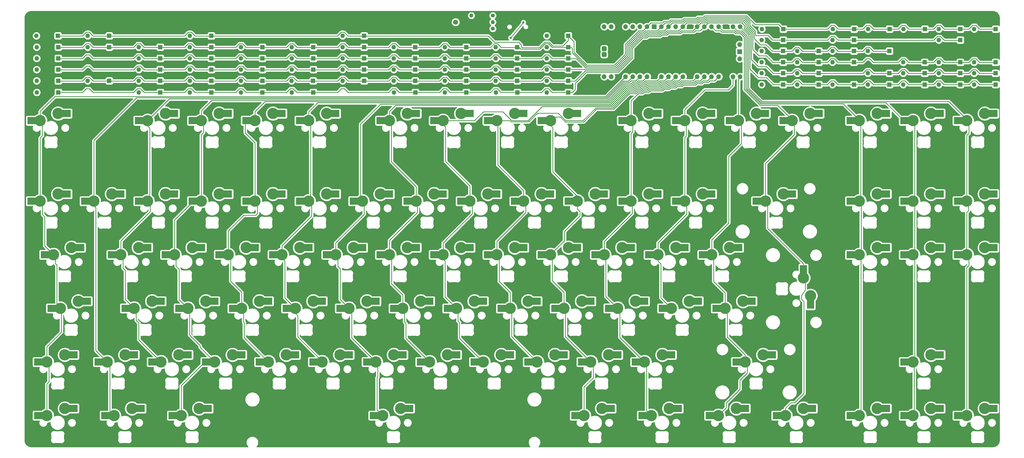
<source format=gbl>
G04 #@! TF.GenerationSoftware,KiCad,Pcbnew,(5.1.10)-1*
G04 #@! TF.CreationDate,2021-10-25T12:05:38+01:00*
G04 #@! TF.ProjectId,ENV_KB_RGB,454e565f-4b42-45f5-9247-422e6b696361,Rev.1*
G04 #@! TF.SameCoordinates,Original*
G04 #@! TF.FileFunction,Copper,L2,Bot*
G04 #@! TF.FilePolarity,Positive*
%FSLAX46Y46*%
G04 Gerber Fmt 4.6, Leading zero omitted, Abs format (unit mm)*
G04 Created by KiCad (PCBNEW (5.1.10)-1) date 2021-10-25 12:05:38*
%MOMM*%
%LPD*%
G01*
G04 APERTURE LIST*
G04 #@! TA.AperFunction,SMDPad,CuDef*
%ADD10R,5.500000X2.500000*%
G04 #@! TD*
G04 #@! TA.AperFunction,ComponentPad*
%ADD11C,4.000000*%
G04 #@! TD*
G04 #@! TA.AperFunction,SMDPad,CuDef*
%ADD12R,2.500000X5.500000*%
G04 #@! TD*
G04 #@! TA.AperFunction,ComponentPad*
%ADD13O,1.000000X2.100000*%
G04 #@! TD*
G04 #@! TA.AperFunction,ComponentPad*
%ADD14O,1.000000X1.600000*%
G04 #@! TD*
G04 #@! TA.AperFunction,ComponentPad*
%ADD15O,1.700000X1.700000*%
G04 #@! TD*
G04 #@! TA.AperFunction,ComponentPad*
%ADD16R,1.700000X1.700000*%
G04 #@! TD*
G04 #@! TA.AperFunction,ComponentPad*
%ADD17O,1.400000X1.400000*%
G04 #@! TD*
G04 #@! TA.AperFunction,ComponentPad*
%ADD18C,1.400000*%
G04 #@! TD*
G04 #@! TA.AperFunction,ComponentPad*
%ADD19C,1.800000*%
G04 #@! TD*
G04 #@! TA.AperFunction,ComponentPad*
%ADD20R,1.800000X1.800000*%
G04 #@! TD*
G04 #@! TA.AperFunction,ComponentPad*
%ADD21C,4.400000*%
G04 #@! TD*
G04 #@! TA.AperFunction,ComponentPad*
%ADD22O,1.600000X1.600000*%
G04 #@! TD*
G04 #@! TA.AperFunction,ComponentPad*
%ADD23R,1.600000X1.600000*%
G04 #@! TD*
G04 #@! TA.AperFunction,ViaPad*
%ADD24C,0.800000*%
G04 #@! TD*
G04 #@! TA.AperFunction,Conductor*
%ADD25C,0.250000*%
G04 #@! TD*
G04 #@! TA.AperFunction,Conductor*
%ADD26C,0.254000*%
G04 #@! TD*
G04 #@! TA.AperFunction,Conductor*
%ADD27C,0.150000*%
G04 #@! TD*
G04 APERTURE END LIST*
D10*
X379677500Y-201480000D03*
X369727500Y-204020000D03*
D11*
X371527500Y-204020000D03*
X377877500Y-201480000D03*
D10*
X360627500Y-201480000D03*
X350677500Y-204020000D03*
D11*
X352477500Y-204020000D03*
X358827500Y-201480000D03*
D10*
X341577500Y-201480000D03*
X331627500Y-204020000D03*
D11*
X333427500Y-204020000D03*
X339777500Y-201480000D03*
D10*
X315383750Y-201480000D03*
X305433750Y-204020000D03*
D11*
X307233750Y-204020000D03*
X313583750Y-201480000D03*
D10*
X291571250Y-201480000D03*
X281621250Y-204020000D03*
D11*
X283421250Y-204020000D03*
X289771250Y-201480000D03*
D10*
X267758750Y-201480000D03*
X257808750Y-204020000D03*
D11*
X259608750Y-204020000D03*
X265958750Y-201480000D03*
D10*
X243946250Y-201480000D03*
X233996250Y-204020000D03*
D11*
X235796250Y-204020000D03*
X242146250Y-201480000D03*
D10*
X172508750Y-201480000D03*
X162558750Y-204020000D03*
D11*
X164358750Y-204020000D03*
X170708750Y-201480000D03*
D10*
X101071250Y-201480000D03*
X91121250Y-204020000D03*
D11*
X92921250Y-204020000D03*
X99271250Y-201480000D03*
D10*
X77258750Y-201480000D03*
X67308750Y-204020000D03*
D11*
X69108750Y-204020000D03*
X75458750Y-201480000D03*
D10*
X53446250Y-201480000D03*
X43496250Y-204020000D03*
D11*
X45296250Y-204020000D03*
X51646250Y-201480000D03*
D10*
X360627500Y-182430000D03*
X350677500Y-184970000D03*
D11*
X352477500Y-184970000D03*
X358827500Y-182430000D03*
D10*
X301096250Y-182430000D03*
X291146250Y-184970000D03*
D11*
X292946250Y-184970000D03*
X299296250Y-182430000D03*
D10*
X265377500Y-182430000D03*
X255427500Y-184970000D03*
D11*
X257227500Y-184970000D03*
X263577500Y-182430000D03*
D10*
X246327500Y-182430000D03*
X236377500Y-184970000D03*
D11*
X238177500Y-184970000D03*
X244527500Y-182430000D03*
D10*
X227277500Y-182430000D03*
X217327500Y-184970000D03*
D11*
X219127500Y-184970000D03*
X225477500Y-182430000D03*
D10*
X208227500Y-182430000D03*
X198277500Y-184970000D03*
D11*
X200077500Y-184970000D03*
X206427500Y-182430000D03*
D10*
X189177500Y-182430000D03*
X179227500Y-184970000D03*
D11*
X181027500Y-184970000D03*
X187377500Y-182430000D03*
D10*
X170127500Y-182430000D03*
X160177500Y-184970000D03*
D11*
X161977500Y-184970000D03*
X168327500Y-182430000D03*
D10*
X151077500Y-182430000D03*
X141127500Y-184970000D03*
D11*
X142927500Y-184970000D03*
X149277500Y-182430000D03*
D10*
X132027500Y-182430000D03*
X122077500Y-184970000D03*
D11*
X123877500Y-184970000D03*
X130227500Y-182430000D03*
D10*
X112977500Y-182430000D03*
X103027500Y-184970000D03*
D11*
X104827500Y-184970000D03*
X111177500Y-182430000D03*
D10*
X93927500Y-182430000D03*
X83977500Y-184970000D03*
D11*
X85777500Y-184970000D03*
X92127500Y-182430000D03*
D10*
X74877500Y-182430000D03*
X64927500Y-184970000D03*
D11*
X66727500Y-184970000D03*
X73077500Y-182430000D03*
D10*
X53446250Y-182430000D03*
X43496250Y-184970000D03*
D11*
X45296250Y-184970000D03*
X51646250Y-182430000D03*
D12*
X316105000Y-163275000D03*
X313565000Y-153325000D03*
D11*
X313565000Y-155125000D03*
X316105000Y-161475000D03*
D10*
X293952500Y-163380000D03*
X284002500Y-165920000D03*
D11*
X285802500Y-165920000D03*
X292152500Y-163380000D03*
D10*
X274902500Y-163380000D03*
X264952500Y-165920000D03*
D11*
X266752500Y-165920000D03*
X273102500Y-163380000D03*
D10*
X255852500Y-163380000D03*
X245902500Y-165920000D03*
D11*
X247702500Y-165920000D03*
X254052500Y-163380000D03*
D10*
X236802500Y-163380000D03*
X226852500Y-165920000D03*
D11*
X228652500Y-165920000D03*
X235002500Y-163380000D03*
D10*
X217752500Y-163380000D03*
X207802500Y-165920000D03*
D11*
X209602500Y-165920000D03*
X215952500Y-163380000D03*
D10*
X198702500Y-163380000D03*
X188752500Y-165920000D03*
D11*
X190552500Y-165920000D03*
X196902500Y-163380000D03*
D10*
X179652500Y-163380000D03*
X169702500Y-165920000D03*
D11*
X171502500Y-165920000D03*
X177852500Y-163380000D03*
D10*
X160602500Y-163380000D03*
X150652500Y-165920000D03*
D11*
X152452500Y-165920000D03*
X158802500Y-163380000D03*
D10*
X141552500Y-163380000D03*
X131602500Y-165920000D03*
D11*
X133402500Y-165920000D03*
X139752500Y-163380000D03*
D10*
X122502500Y-163380000D03*
X112552500Y-165920000D03*
D11*
X114352500Y-165920000D03*
X120702500Y-163380000D03*
D10*
X103452500Y-163380000D03*
X93502500Y-165920000D03*
D11*
X95302500Y-165920000D03*
X101652500Y-163380000D03*
D10*
X84402500Y-163380000D03*
X74452500Y-165920000D03*
D11*
X76252500Y-165920000D03*
X82602500Y-163380000D03*
D10*
X58208750Y-163380000D03*
X48258750Y-165920000D03*
D11*
X50058750Y-165920000D03*
X56408750Y-163380000D03*
D10*
X379677500Y-144330000D03*
X369727500Y-146870000D03*
D11*
X371527500Y-146870000D03*
X377877500Y-144330000D03*
D10*
X360627500Y-144330000D03*
X350677500Y-146870000D03*
D11*
X352477500Y-146870000D03*
X358827500Y-144330000D03*
D10*
X341577500Y-144330000D03*
X331627500Y-146870000D03*
D11*
X333427500Y-146870000D03*
X339777500Y-144330000D03*
D10*
X289190000Y-144330000D03*
X279240000Y-146870000D03*
D11*
X281040000Y-146870000D03*
X287390000Y-144330000D03*
D10*
X270140000Y-144330000D03*
X260190000Y-146870000D03*
D11*
X261990000Y-146870000D03*
X268340000Y-144330000D03*
D10*
X251090000Y-144330000D03*
X241140000Y-146870000D03*
D11*
X242940000Y-146870000D03*
X249290000Y-144330000D03*
D10*
X232040000Y-144330000D03*
X222090000Y-146870000D03*
D11*
X223890000Y-146870000D03*
X230240000Y-144330000D03*
D10*
X212990000Y-144330000D03*
X203040000Y-146870000D03*
D11*
X204840000Y-146870000D03*
X211190000Y-144330000D03*
D10*
X193940000Y-144330000D03*
X183990000Y-146870000D03*
D11*
X185790000Y-146870000D03*
X192140000Y-144330000D03*
D10*
X174890000Y-144330000D03*
X164940000Y-146870000D03*
D11*
X166740000Y-146870000D03*
X173090000Y-144330000D03*
D10*
X155840000Y-144330000D03*
X145890000Y-146870000D03*
D11*
X147690000Y-146870000D03*
X154040000Y-144330000D03*
D10*
X136790000Y-144330000D03*
X126840000Y-146870000D03*
D11*
X128640000Y-146870000D03*
X134990000Y-144330000D03*
D10*
X117740000Y-144330000D03*
X107790000Y-146870000D03*
D11*
X109590000Y-146870000D03*
X115940000Y-144330000D03*
D10*
X98690000Y-144330000D03*
X88740000Y-146870000D03*
D11*
X90540000Y-146870000D03*
X96890000Y-144330000D03*
D10*
X79640000Y-144330000D03*
X69690000Y-146870000D03*
D11*
X71490000Y-146870000D03*
X77840000Y-144330000D03*
D10*
X55827500Y-144330000D03*
X45877500Y-146870000D03*
D11*
X47677500Y-146870000D03*
X54027500Y-144330000D03*
D10*
X379677500Y-125280000D03*
X369727500Y-127820000D03*
D11*
X371527500Y-127820000D03*
X377877500Y-125280000D03*
D10*
X360627500Y-125280000D03*
X350677500Y-127820000D03*
D11*
X352477500Y-127820000D03*
X358827500Y-125280000D03*
D10*
X341577500Y-125280000D03*
X331627500Y-127820000D03*
D11*
X333427500Y-127820000D03*
X339777500Y-125280000D03*
D10*
X308240000Y-125280000D03*
X298290000Y-127820000D03*
D11*
X300090000Y-127820000D03*
X306440000Y-125280000D03*
D10*
X279665000Y-125280000D03*
X269715000Y-127820000D03*
D11*
X271515000Y-127820000D03*
X277865000Y-125280000D03*
D10*
X260615000Y-125280000D03*
X250665000Y-127820000D03*
D11*
X252465000Y-127820000D03*
X258815000Y-125280000D03*
D10*
X241565000Y-125280000D03*
X231615000Y-127820000D03*
D11*
X233415000Y-127820000D03*
X239765000Y-125280000D03*
D10*
X222515000Y-125280000D03*
X212565000Y-127820000D03*
D11*
X214365000Y-127820000D03*
X220715000Y-125280000D03*
D10*
X203465000Y-125280000D03*
X193515000Y-127820000D03*
D11*
X195315000Y-127820000D03*
X201665000Y-125280000D03*
D10*
X184415000Y-125280000D03*
X174465000Y-127820000D03*
D11*
X176265000Y-127820000D03*
X182615000Y-125280000D03*
D10*
X165365000Y-125280000D03*
X155415000Y-127820000D03*
D11*
X157215000Y-127820000D03*
X163565000Y-125280000D03*
D10*
X146315000Y-125280000D03*
X136365000Y-127820000D03*
D11*
X138165000Y-127820000D03*
X144515000Y-125280000D03*
D10*
X127265000Y-125280000D03*
X117315000Y-127820000D03*
D11*
X119115000Y-127820000D03*
X125465000Y-125280000D03*
D10*
X108215000Y-125280000D03*
X98265000Y-127820000D03*
D11*
X100065000Y-127820000D03*
X106415000Y-125280000D03*
D10*
X89165000Y-125280000D03*
X79215000Y-127820000D03*
D11*
X81015000Y-127820000D03*
X87365000Y-125280000D03*
D10*
X70115000Y-125280000D03*
X60165000Y-127820000D03*
D11*
X61965000Y-127820000D03*
X68315000Y-125280000D03*
D10*
X51065000Y-125280000D03*
X41115000Y-127820000D03*
D11*
X42915000Y-127820000D03*
X49265000Y-125280000D03*
D10*
X379677500Y-96705000D03*
X369727500Y-99245000D03*
D11*
X371527500Y-99245000D03*
X377877500Y-96705000D03*
D10*
X360627500Y-96705000D03*
X350677500Y-99245000D03*
D11*
X352477500Y-99245000D03*
X358827500Y-96705000D03*
D10*
X341577500Y-96705000D03*
X331627500Y-99245000D03*
D11*
X333427500Y-99245000D03*
X339777500Y-96705000D03*
D10*
X317765000Y-96705000D03*
X307815000Y-99245000D03*
D11*
X309615000Y-99245000D03*
X315965000Y-96705000D03*
D10*
X298715000Y-96705000D03*
X288765000Y-99245000D03*
D11*
X290565000Y-99245000D03*
X296915000Y-96705000D03*
D10*
X279665000Y-96705000D03*
X269715000Y-99245000D03*
D11*
X271515000Y-99245000D03*
X277865000Y-96705000D03*
D10*
X260615000Y-96705000D03*
X250665000Y-99245000D03*
D11*
X252465000Y-99245000D03*
X258815000Y-96705000D03*
D10*
X232040000Y-96705000D03*
X222090000Y-99245000D03*
D11*
X223890000Y-99245000D03*
X230240000Y-96705000D03*
D10*
X212990000Y-96705000D03*
X203040000Y-99245000D03*
D11*
X204840000Y-99245000D03*
X211190000Y-96705000D03*
D10*
X193940000Y-96705000D03*
X183990000Y-99245000D03*
D11*
X185790000Y-99245000D03*
X192140000Y-96705000D03*
D10*
X174890000Y-96705000D03*
X164940000Y-99245000D03*
D11*
X166740000Y-99245000D03*
X173090000Y-96705000D03*
D10*
X146315000Y-96705000D03*
X136365000Y-99245000D03*
D11*
X138165000Y-99245000D03*
X144515000Y-96705000D03*
D10*
X127265000Y-96705000D03*
X117315000Y-99245000D03*
D11*
X119115000Y-99245000D03*
X125465000Y-96705000D03*
D10*
X108215000Y-96705000D03*
X98265000Y-99245000D03*
D11*
X100065000Y-99245000D03*
X106415000Y-96705000D03*
D10*
X89165000Y-96705000D03*
X79215000Y-99245000D03*
D11*
X81015000Y-99245000D03*
X87365000Y-96705000D03*
D10*
X51065000Y-96705000D03*
X41115000Y-99245000D03*
D11*
X42915000Y-99245000D03*
X49265000Y-96705000D03*
D13*
X216545000Y-66415000D03*
X207905000Y-66415000D03*
D14*
X216545000Y-62235000D03*
X207905000Y-62235000D03*
D15*
X290950000Y-72170000D03*
D16*
X290950000Y-74710000D03*
D15*
X290950000Y-77250000D03*
X242920000Y-65820000D03*
X245460000Y-65820000D03*
D16*
X248000000Y-65820000D03*
D15*
X250540000Y-65820000D03*
X253080000Y-65820000D03*
X255620000Y-65820000D03*
X258160000Y-65820000D03*
D16*
X260700000Y-65820000D03*
D15*
X263240000Y-65820000D03*
X265780000Y-65820000D03*
X268320000Y-65820000D03*
X270860000Y-65820000D03*
D16*
X273400000Y-65820000D03*
D15*
X275940000Y-65820000D03*
X278480000Y-65820000D03*
X281020000Y-65820000D03*
X283560000Y-65820000D03*
D16*
X286100000Y-65820000D03*
D15*
X288640000Y-65820000D03*
X291180000Y-65820000D03*
X291180000Y-83600000D03*
X288640000Y-83600000D03*
D16*
X286100000Y-83600000D03*
D15*
X283560000Y-83600000D03*
X281020000Y-83600000D03*
X278480000Y-83600000D03*
X275940000Y-83600000D03*
D16*
X273400000Y-83600000D03*
D15*
X270860000Y-83600000D03*
X268320000Y-83600000D03*
X265780000Y-83600000D03*
X263240000Y-83600000D03*
D16*
X260700000Y-83600000D03*
D15*
X258160000Y-83600000D03*
X255620000Y-83600000D03*
X253080000Y-83600000D03*
X250540000Y-83600000D03*
D16*
X248000000Y-83600000D03*
D15*
X245460000Y-83600000D03*
X242920000Y-83600000D03*
G04 #@! TA.AperFunction,ComponentPad*
G36*
G01*
X243362500Y-76601000D02*
X242487500Y-76601000D01*
G75*
G02*
X242050000Y-76163500I0J437500D01*
G01*
X242050000Y-75288500D01*
G75*
G02*
X242487500Y-74851000I437500J0D01*
G01*
X243362500Y-74851000D01*
G75*
G02*
X243800000Y-75288500I0J-437500D01*
G01*
X243800000Y-76163500D01*
G75*
G02*
X243362500Y-76601000I-437500J0D01*
G01*
G37*
G04 #@! TD.AperFunction*
G04 #@! TA.AperFunction,ComponentPad*
G36*
G01*
X243362500Y-74569000D02*
X242487500Y-74569000D01*
G75*
G02*
X242050000Y-74131500I0J437500D01*
G01*
X242050000Y-73256500D01*
G75*
G02*
X242487500Y-72819000I437500J0D01*
G01*
X243362500Y-72819000D01*
G75*
G02*
X243800000Y-73256500I0J-437500D01*
G01*
X243800000Y-74131500D01*
G75*
G02*
X243362500Y-74569000I-437500J0D01*
G01*
G37*
G04 #@! TD.AperFunction*
D17*
X195817000Y-61905000D03*
D18*
X203437000Y-61905000D03*
D17*
X203437000Y-64230000D03*
D18*
X195817000Y-64230000D03*
D17*
X195817000Y-66555000D03*
D18*
X203437000Y-66555000D03*
D19*
X190239000Y-64232000D03*
D20*
X192779000Y-64232000D03*
D21*
X379667000Y-193405000D03*
X376075000Y-116060000D03*
X48375000Y-116085000D03*
X209225000Y-210185000D03*
X212225000Y-116085000D03*
X325267000Y-209905000D03*
X40167000Y-196305000D03*
X377867000Y-62705000D03*
X41267000Y-63405000D03*
D22*
X374155000Y-66685000D03*
D23*
X381775000Y-66685000D03*
D22*
X361605000Y-66685000D03*
D23*
X369225000Y-66685000D03*
D22*
X349055000Y-66685000D03*
D23*
X356675000Y-66685000D03*
D22*
X336505000Y-66685000D03*
D23*
X344125000Y-66685000D03*
D22*
X323955000Y-66685000D03*
D23*
X331575000Y-66685000D03*
D22*
X298855000Y-66685000D03*
D23*
X306475000Y-66685000D03*
D22*
X222580000Y-69100000D03*
D23*
X230200000Y-69100000D03*
D22*
X150180000Y-69100000D03*
D23*
X157800000Y-69100000D03*
D22*
X95980000Y-69100000D03*
D23*
X103600000Y-69100000D03*
D22*
X59780000Y-69100000D03*
D23*
X67400000Y-69100000D03*
D22*
X41580000Y-69100000D03*
D23*
X49200000Y-69100000D03*
D22*
X361580000Y-70600000D03*
D23*
X369200000Y-70600000D03*
D22*
X323880000Y-70600000D03*
D23*
X331500000Y-70600000D03*
D22*
X298780000Y-70600000D03*
D23*
X306400000Y-70600000D03*
D22*
X222580000Y-73100000D03*
D23*
X230200000Y-73100000D03*
D22*
X204480000Y-73100000D03*
D23*
X212100000Y-73100000D03*
D22*
X186380000Y-73100000D03*
D23*
X194000000Y-73100000D03*
D22*
X168280000Y-73100000D03*
D23*
X175900000Y-73100000D03*
D22*
X150180000Y-73100000D03*
D23*
X157800000Y-73100000D03*
D22*
X132180000Y-73100000D03*
D23*
X139800000Y-73100000D03*
D22*
X114080000Y-73100000D03*
D23*
X121700000Y-73100000D03*
D22*
X95980000Y-73100000D03*
D23*
X103600000Y-73100000D03*
D22*
X77880000Y-73100000D03*
D23*
X85500000Y-73100000D03*
D22*
X59780000Y-73100000D03*
D23*
X67400000Y-73100000D03*
D22*
X41680000Y-73100000D03*
D23*
X49300000Y-73100000D03*
D22*
X336480000Y-74500000D03*
D23*
X344100000Y-74500000D03*
D22*
X323880000Y-74500000D03*
D23*
X331500000Y-74500000D03*
D22*
X311380000Y-74500000D03*
D23*
X319000000Y-74500000D03*
D22*
X298780000Y-74500000D03*
D23*
X306400000Y-74500000D03*
D22*
X222580000Y-77100000D03*
D23*
X230200000Y-77100000D03*
D22*
X204480000Y-77100000D03*
D23*
X212100000Y-77100000D03*
D22*
X186380000Y-77100000D03*
D23*
X194000000Y-77100000D03*
D22*
X168280000Y-77100000D03*
D23*
X175900000Y-77100000D03*
D22*
X150180000Y-77100000D03*
D23*
X157800000Y-77100000D03*
D22*
X132180000Y-77100000D03*
D23*
X139800000Y-77100000D03*
D22*
X114080000Y-77100000D03*
D23*
X121700000Y-77100000D03*
D22*
X95980000Y-77100000D03*
D23*
X103600000Y-77100000D03*
D22*
X77880000Y-77100000D03*
D23*
X85500000Y-77100000D03*
D22*
X41680000Y-77100000D03*
D23*
X49300000Y-77100000D03*
D22*
X374080000Y-78500000D03*
D23*
X381700000Y-78500000D03*
D22*
X361580000Y-78500000D03*
D23*
X369200000Y-78500000D03*
D22*
X348980000Y-78500000D03*
D23*
X356600000Y-78500000D03*
D22*
X323880000Y-78500000D03*
D23*
X331500000Y-78500000D03*
D22*
X311380000Y-78500000D03*
D23*
X319000000Y-78500000D03*
D22*
X298780000Y-78500000D03*
D23*
X306400000Y-78500000D03*
D22*
X222580000Y-81100000D03*
D23*
X230200000Y-81100000D03*
D22*
X204480000Y-81100000D03*
D23*
X212100000Y-81100000D03*
D22*
X186380000Y-81100000D03*
D23*
X194000000Y-81100000D03*
D22*
X168280000Y-81100000D03*
D23*
X175900000Y-81100000D03*
D22*
X150180000Y-81100000D03*
D23*
X157800000Y-81100000D03*
D22*
X132180000Y-81100000D03*
D23*
X139800000Y-81100000D03*
D22*
X114080000Y-81100000D03*
D23*
X121700000Y-81100000D03*
D22*
X95980000Y-81100000D03*
D23*
X103600000Y-81100000D03*
D22*
X77880000Y-81100000D03*
D23*
X85500000Y-81100000D03*
D22*
X41680000Y-81100000D03*
D23*
X49300000Y-81100000D03*
D22*
X374080000Y-82400000D03*
D23*
X381700000Y-82400000D03*
D22*
X361580000Y-82400000D03*
D23*
X369200000Y-82400000D03*
D22*
X348980000Y-82400000D03*
D23*
X356600000Y-82400000D03*
D22*
X336480000Y-82400000D03*
D23*
X344100000Y-82400000D03*
D22*
X311380000Y-82400000D03*
D23*
X319000000Y-82400000D03*
D22*
X298780000Y-82400000D03*
D23*
X306400000Y-82400000D03*
D22*
X222580000Y-85100000D03*
D23*
X230200000Y-85100000D03*
D22*
X204480000Y-85100000D03*
D23*
X212100000Y-85100000D03*
D22*
X186380000Y-85100000D03*
D23*
X194000000Y-85100000D03*
D22*
X168280000Y-85100000D03*
D23*
X175900000Y-85100000D03*
D22*
X150180000Y-85100000D03*
D23*
X157800000Y-85100000D03*
D22*
X132080000Y-85100000D03*
D23*
X139700000Y-85100000D03*
D22*
X114080000Y-85100000D03*
D23*
X121700000Y-85100000D03*
D22*
X95980000Y-85100000D03*
D23*
X103600000Y-85100000D03*
D22*
X77880000Y-85100000D03*
D23*
X85500000Y-85100000D03*
D22*
X59780000Y-85100000D03*
D23*
X67400000Y-85100000D03*
D22*
X41680000Y-85100000D03*
D23*
X49300000Y-85100000D03*
D22*
X374080000Y-86400000D03*
D23*
X381700000Y-86400000D03*
D22*
X361580000Y-86400000D03*
D23*
X369200000Y-86400000D03*
D22*
X348980000Y-86400000D03*
D23*
X356600000Y-86400000D03*
D22*
X336480000Y-86400000D03*
D23*
X344100000Y-86400000D03*
D22*
X323880000Y-86400000D03*
D23*
X331500000Y-86400000D03*
D22*
X311380000Y-86400000D03*
D23*
X319000000Y-86400000D03*
D22*
X298780000Y-86400000D03*
D23*
X306400000Y-86400000D03*
D22*
X222605000Y-89185000D03*
D23*
X230225000Y-89185000D03*
D22*
X204505000Y-89185000D03*
D23*
X212125000Y-89185000D03*
D22*
X186405000Y-89185000D03*
D23*
X194025000Y-89185000D03*
D22*
X168345000Y-89185000D03*
D23*
X175965000Y-89185000D03*
D22*
X132155000Y-89185000D03*
D23*
X139775000Y-89185000D03*
D22*
X114105000Y-89185000D03*
D23*
X121725000Y-89185000D03*
D22*
X96005000Y-89185000D03*
D23*
X103625000Y-89185000D03*
D22*
X77905000Y-89185000D03*
D23*
X85525000Y-89185000D03*
D22*
X41705000Y-89185000D03*
D23*
X49325000Y-89185000D03*
G04 #@! TA.AperFunction,ComponentPad*
G36*
G01*
X243362500Y-74569000D02*
X242487500Y-74569000D01*
G75*
G02*
X242050000Y-74131500I0J437500D01*
G01*
X242050000Y-73256500D01*
G75*
G02*
X242487500Y-72819000I437500J0D01*
G01*
X243362500Y-72819000D01*
G75*
G02*
X243800000Y-73256500I0J-437500D01*
G01*
X243800000Y-74131500D01*
G75*
G02*
X243362500Y-74569000I-437500J0D01*
G01*
G37*
G04 #@! TD.AperFunction*
G04 #@! TA.AperFunction,ComponentPad*
G36*
G01*
X243362500Y-76601000D02*
X242487500Y-76601000D01*
G75*
G02*
X242050000Y-76163500I0J437500D01*
G01*
X242050000Y-75288500D01*
G75*
G02*
X242487500Y-74851000I437500J0D01*
G01*
X243362500Y-74851000D01*
G75*
G02*
X243800000Y-75288500I0J-437500D01*
G01*
X243800000Y-76163500D01*
G75*
G02*
X243362500Y-76601000I-437500J0D01*
G01*
G37*
G04 #@! TD.AperFunction*
D15*
X242920000Y-83600000D03*
X245460000Y-83600000D03*
D16*
X248000000Y-83600000D03*
D15*
X250540000Y-83600000D03*
X253080000Y-83600000D03*
X255620000Y-83600000D03*
X258160000Y-83600000D03*
D16*
X260700000Y-83600000D03*
D15*
X263240000Y-83600000D03*
X265780000Y-83600000D03*
X268320000Y-83600000D03*
X270860000Y-83600000D03*
D16*
X273400000Y-83600000D03*
D15*
X275940000Y-83600000D03*
X278480000Y-83600000D03*
X281020000Y-83600000D03*
X283560000Y-83600000D03*
D16*
X286100000Y-83600000D03*
D15*
X288640000Y-83600000D03*
X291180000Y-83600000D03*
X291180000Y-65820000D03*
X288640000Y-65820000D03*
D16*
X286100000Y-65820000D03*
D15*
X283560000Y-65820000D03*
X281020000Y-65820000D03*
X278480000Y-65820000D03*
X275940000Y-65820000D03*
D16*
X273400000Y-65820000D03*
D15*
X270860000Y-65820000D03*
X268320000Y-65820000D03*
X265780000Y-65820000D03*
X263240000Y-65820000D03*
D16*
X260700000Y-65820000D03*
D15*
X258160000Y-65820000D03*
X255620000Y-65820000D03*
X253080000Y-65820000D03*
X250540000Y-65820000D03*
D16*
X248000000Y-65820000D03*
D15*
X245460000Y-65820000D03*
X242920000Y-65820000D03*
X290950000Y-77250000D03*
D16*
X290950000Y-74710000D03*
D15*
X290950000Y-72170000D03*
D24*
X209775000Y-69800000D03*
X214288800Y-64345400D03*
X355580000Y-73740000D03*
X377350000Y-80490000D03*
X377490000Y-84270000D03*
D25*
X48165099Y-90644901D02*
X243495099Y-90644901D01*
X243495099Y-90644901D02*
X250540000Y-83600000D01*
X42915000Y-95895000D02*
X48165099Y-90644901D01*
X42915000Y-99245000D02*
X42915000Y-95895000D01*
X42915000Y-127820000D02*
X42915000Y-105357000D01*
X42915000Y-105357000D02*
X43692000Y-104580000D01*
X43692000Y-100022000D02*
X42915000Y-99245000D01*
X43692000Y-104580000D02*
X43692000Y-100022000D01*
X44539110Y-143731610D02*
X44539110Y-133402110D01*
X47677500Y-146870000D02*
X44539110Y-143731610D01*
X44539110Y-133402110D02*
X43717000Y-132580000D01*
X43717000Y-128622000D02*
X42915000Y-127820000D01*
X43717000Y-132580000D02*
X43717000Y-128622000D01*
X50058750Y-165920000D02*
X48842000Y-164703250D01*
X48842000Y-164703250D02*
X48842000Y-150530000D01*
X48842000Y-150530000D02*
X48317000Y-150005000D01*
X48317000Y-147509500D02*
X47677500Y-146870000D01*
X48317000Y-150005000D02*
X48317000Y-147509500D01*
X45296250Y-184970000D02*
X45296250Y-179525750D01*
X45296250Y-179525750D02*
X50467000Y-174355000D01*
X50467000Y-166328250D02*
X50058750Y-165920000D01*
X50467000Y-174355000D02*
X50467000Y-166328250D01*
X45296250Y-204020000D02*
X45296250Y-192750750D01*
X45296250Y-192750750D02*
X46017000Y-192030000D01*
X46017000Y-185690750D02*
X45296250Y-184970000D01*
X46017000Y-192030000D02*
X46017000Y-185690750D01*
X69108750Y-204020000D02*
X67617000Y-202528250D01*
X67617000Y-185859500D02*
X66727500Y-184970000D01*
X67617000Y-202528250D02*
X67617000Y-185859500D01*
X251552011Y-85127989D02*
X253080000Y-83600000D01*
X249676805Y-85127989D02*
X251552011Y-85127989D01*
X243709882Y-91094912D02*
X249676805Y-85127989D01*
X77127088Y-91094912D02*
X243709882Y-91094912D01*
X61965000Y-106257000D02*
X77127088Y-91094912D01*
X61965000Y-127820000D02*
X61965000Y-106257000D01*
X62667000Y-180909500D02*
X62667000Y-130105000D01*
X66727500Y-184970000D02*
X62667000Y-180909500D01*
X61965000Y-129403000D02*
X61965000Y-127820000D01*
X62667000Y-130105000D02*
X61965000Y-129403000D01*
X81015000Y-99245000D02*
X81015000Y-101128000D01*
X81015000Y-101128000D02*
X81742000Y-101855000D01*
X81742000Y-127093000D02*
X81015000Y-127820000D01*
X81742000Y-101855000D02*
X81742000Y-127093000D01*
X81015000Y-127820000D02*
X81015000Y-128428000D01*
X81015000Y-128428000D02*
X81917000Y-129330000D01*
X81917000Y-129330000D02*
X81917000Y-131555000D01*
X71490000Y-141982000D02*
X71490000Y-146870000D01*
X81917000Y-131555000D02*
X71490000Y-141982000D01*
X73114110Y-162781610D02*
X73114110Y-152452110D01*
X76252500Y-165920000D02*
X73114110Y-162781610D01*
X73114110Y-152452110D02*
X72267000Y-151605000D01*
X72267000Y-147647000D02*
X71490000Y-146870000D01*
X72267000Y-151605000D02*
X72267000Y-147647000D01*
X77876610Y-177069110D02*
X77876610Y-171114610D01*
X85777500Y-184970000D02*
X77876610Y-177069110D01*
X77876610Y-171114610D02*
X76967000Y-170205000D01*
X76967000Y-166634500D02*
X76252500Y-165920000D01*
X76967000Y-170205000D02*
X76967000Y-166634500D01*
X81015000Y-99245000D02*
X88715077Y-91544923D01*
X252466000Y-85070000D02*
X254150000Y-85070000D01*
X243959077Y-91544923D02*
X249926000Y-85578000D01*
X88715077Y-91544923D02*
X243959077Y-91544923D01*
X251958000Y-85578000D02*
X252466000Y-85070000D01*
X249926000Y-85578000D02*
X251958000Y-85578000D01*
X254150000Y-85070000D02*
X255620000Y-83600000D01*
X92921250Y-204020000D02*
X92921250Y-193400750D01*
X101352000Y-184970000D02*
X104827500Y-184970000D01*
X92921250Y-193400750D02*
X101352000Y-184970000D01*
X104827500Y-184970000D02*
X99592000Y-179734500D01*
X99592000Y-179734500D02*
X99592000Y-179155000D01*
X99592000Y-179155000D02*
X95867000Y-175430000D01*
X95867000Y-166484500D02*
X95302500Y-165920000D01*
X95867000Y-175430000D02*
X95867000Y-166484500D01*
X92165449Y-162782949D02*
X92165449Y-152003449D01*
X95302500Y-165920000D02*
X92165449Y-162782949D01*
X92165449Y-152003449D02*
X91117000Y-150955000D01*
X91117000Y-147447000D02*
X90540000Y-146870000D01*
X91117000Y-150955000D02*
X91117000Y-147447000D01*
X90540000Y-146870000D02*
X90540000Y-134507000D01*
X97227000Y-127820000D02*
X100065000Y-127820000D01*
X90540000Y-134507000D02*
X97227000Y-127820000D01*
X254498000Y-85578000D02*
X255006000Y-85070000D01*
X250180000Y-86086000D02*
X252466000Y-86086000D01*
X252466000Y-86086000D02*
X252974000Y-85578000D01*
X244271066Y-91994934D02*
X250180000Y-86086000D01*
X256690000Y-85070000D02*
X258160000Y-83600000D01*
X103777066Y-91994934D02*
X244271066Y-91994934D01*
X252974000Y-85578000D02*
X254498000Y-85578000D01*
X100065000Y-95707000D02*
X103777066Y-91994934D01*
X255006000Y-85070000D02*
X256690000Y-85070000D01*
X100065000Y-99245000D02*
X100065000Y-95707000D01*
X100065000Y-127820000D02*
X100065000Y-104232000D01*
X100065000Y-104232000D02*
X100842000Y-103455000D01*
X100842000Y-100022000D02*
X100065000Y-99245000D01*
X100842000Y-103455000D02*
X100842000Y-100022000D01*
X119115000Y-127820000D02*
X119115000Y-107053000D01*
X119115000Y-107053000D02*
X115667000Y-103605000D01*
X116286573Y-99245000D02*
X119115000Y-99245000D01*
X115667000Y-99864573D02*
X116286573Y-99245000D01*
X115667000Y-103605000D02*
X115667000Y-99864573D01*
X252720000Y-86594000D02*
X253228000Y-86086000D01*
X254752000Y-86086000D02*
X255260000Y-85578000D01*
X261770000Y-85070000D02*
X263240000Y-83600000D01*
X250434000Y-86594000D02*
X252720000Y-86594000D01*
X122665055Y-92444945D02*
X244583055Y-92444945D01*
X257546000Y-85070000D02*
X261770000Y-85070000D01*
X257038000Y-85578000D02*
X257546000Y-85070000D01*
X253228000Y-86086000D02*
X254752000Y-86086000D01*
X255260000Y-85578000D02*
X257038000Y-85578000D01*
X244583055Y-92444945D02*
X250434000Y-86594000D01*
X119115000Y-95995000D02*
X122665055Y-92444945D01*
X119115000Y-99245000D02*
X119115000Y-95995000D01*
X115042000Y-166609500D02*
X114352500Y-165920000D01*
X115042000Y-170805000D02*
X115042000Y-166609500D01*
X115267000Y-171030000D02*
X115042000Y-170805000D01*
X115267000Y-176359500D02*
X115267000Y-171030000D01*
X123877500Y-184970000D02*
X115267000Y-176359500D01*
X114352500Y-165920000D02*
X114352500Y-160190500D01*
X114352500Y-160190500D02*
X110442000Y-156280000D01*
X110442000Y-147722000D02*
X109590000Y-146870000D01*
X110442000Y-156280000D02*
X110442000Y-147722000D01*
X119942000Y-132255000D02*
X119942000Y-128647000D01*
X119342000Y-132855000D02*
X119942000Y-132255000D01*
X115142000Y-132855000D02*
X119342000Y-132855000D01*
X119942000Y-128647000D02*
X119115000Y-127820000D01*
X109590000Y-138407000D02*
X115142000Y-132855000D01*
X109590000Y-146870000D02*
X109590000Y-138407000D01*
X244895044Y-92894956D02*
X141315044Y-92894956D01*
X255514000Y-86086000D02*
X255006000Y-86594000D01*
X253482000Y-86594000D02*
X252974000Y-87102000D01*
X262118000Y-85578000D02*
X257800000Y-85578000D01*
X252974000Y-87102000D02*
X250688000Y-87102000D01*
X257800000Y-85578000D02*
X257292000Y-86086000D01*
X264310000Y-85070000D02*
X262626000Y-85070000D01*
X250688000Y-87102000D02*
X244895044Y-92894956D01*
X265780000Y-83600000D02*
X264310000Y-85070000D01*
X255006000Y-86594000D02*
X253482000Y-86594000D01*
X257292000Y-86086000D02*
X255514000Y-86086000D01*
X262626000Y-85070000D02*
X262118000Y-85578000D01*
X138165000Y-96045000D02*
X141315044Y-92894956D01*
X138165000Y-99245000D02*
X138165000Y-96045000D01*
X138165000Y-99245000D02*
X138165000Y-100428000D01*
X138165000Y-100428000D02*
X138842000Y-101105000D01*
X138842000Y-127143000D02*
X138165000Y-127820000D01*
X138842000Y-101105000D02*
X138842000Y-127143000D01*
X138165000Y-127820000D02*
X138165000Y-128703000D01*
X138165000Y-128703000D02*
X139142000Y-129680000D01*
X139142000Y-129680000D02*
X139142000Y-133155000D01*
X128640000Y-143657000D02*
X128640000Y-146870000D01*
X139142000Y-133155000D02*
X128640000Y-143657000D01*
X128640000Y-146870000D02*
X128640000Y-148053000D01*
X128640000Y-148053000D02*
X129667000Y-149080000D01*
X129667000Y-162184500D02*
X133402500Y-165920000D01*
X129667000Y-149080000D02*
X129667000Y-162184500D01*
X133402500Y-165920000D02*
X133402500Y-167665500D01*
X133402500Y-167665500D02*
X134267000Y-168530000D01*
X134267000Y-168530000D02*
X134267000Y-176030000D01*
X142927500Y-184690500D02*
X142927500Y-184970000D01*
X134267000Y-176030000D02*
X142927500Y-184690500D01*
X156521001Y-127126001D02*
X157215000Y-127820000D01*
X163602033Y-93344967D02*
X156521001Y-100425999D01*
X245207033Y-93344967D02*
X163602033Y-93344967D01*
X268320000Y-83600000D02*
X266850000Y-85070000D01*
X253736000Y-87102000D02*
X253228000Y-87610000D01*
X266850000Y-85070000D02*
X265166000Y-85070000D01*
X255768000Y-86594000D02*
X255260000Y-87102000D01*
X262880000Y-85578000D02*
X262372000Y-86086000D01*
X156521001Y-100425999D02*
X156521001Y-127126001D01*
X262372000Y-86086000D02*
X258054000Y-86086000D01*
X265166000Y-85070000D02*
X264658000Y-85578000D01*
X258054000Y-86086000D02*
X257546000Y-86594000D01*
X257546000Y-86594000D02*
X255768000Y-86594000D01*
X253228000Y-87610000D02*
X250942000Y-87610000D01*
X255260000Y-87102000D02*
X253736000Y-87102000D01*
X264658000Y-85578000D02*
X262880000Y-85578000D01*
X250942000Y-87610000D02*
X245207033Y-93344967D01*
X162358751Y-202020001D02*
X162358751Y-190538249D01*
X164358750Y-204020000D02*
X162358751Y-202020001D01*
X162358751Y-190538249D02*
X162642000Y-190255000D01*
X162642000Y-185634500D02*
X161977500Y-184970000D01*
X162642000Y-190255000D02*
X162642000Y-185634500D01*
X161977500Y-184970000D02*
X153417000Y-176409500D01*
X153417000Y-166884500D02*
X152452500Y-165920000D01*
X153417000Y-176409500D02*
X153417000Y-166884500D01*
X149315449Y-162782949D02*
X149315449Y-151878449D01*
X152452500Y-165920000D02*
X149315449Y-162782949D01*
X149315449Y-151878449D02*
X148442000Y-151005000D01*
X148442000Y-147622000D02*
X147690000Y-146870000D01*
X148442000Y-151005000D02*
X148442000Y-147622000D01*
X147690000Y-146870000D02*
X147690000Y-142607000D01*
X147690000Y-142607000D02*
X157767000Y-132530000D01*
X157767000Y-128372000D02*
X157215000Y-127820000D01*
X157767000Y-132530000D02*
X157767000Y-128372000D01*
X251196000Y-88118000D02*
X245519022Y-93794978D01*
X253482000Y-88118000D02*
X251196000Y-88118000D01*
X253990000Y-87610000D02*
X253482000Y-88118000D01*
X255514000Y-87610000D02*
X253990000Y-87610000D01*
X256022000Y-87102000D02*
X255514000Y-87610000D01*
X257800000Y-87102000D02*
X256022000Y-87102000D01*
X258308000Y-86594000D02*
X257800000Y-87102000D01*
X262626000Y-86594000D02*
X258308000Y-86594000D01*
X263134000Y-86086000D02*
X262626000Y-86594000D01*
X264912000Y-86086000D02*
X263134000Y-86086000D01*
X265420000Y-85578000D02*
X264912000Y-86086000D01*
X267198000Y-85578000D02*
X265420000Y-85578000D01*
X267706000Y-85070000D02*
X267198000Y-85578000D01*
X269390000Y-85070000D02*
X267706000Y-85070000D01*
X270860000Y-83600000D02*
X269390000Y-85070000D01*
X166740000Y-95986956D02*
X168931978Y-93794978D01*
X166740000Y-99245000D02*
X166740000Y-95986956D01*
X245519022Y-93794978D02*
X168931978Y-93794978D01*
X166740000Y-100053000D02*
X167442000Y-100755000D01*
X166740000Y-99245000D02*
X166740000Y-100053000D01*
X167442000Y-100755000D02*
X167442000Y-113830000D01*
X176265000Y-122653000D02*
X176265000Y-127820000D01*
X167442000Y-113830000D02*
X176265000Y-122653000D01*
X166740000Y-146870000D02*
X166740000Y-141807000D01*
X166740000Y-141807000D02*
X176642000Y-131905000D01*
X176642000Y-128197000D02*
X176265000Y-127820000D01*
X176642000Y-131905000D02*
X176642000Y-128197000D01*
X181027500Y-184970000D02*
X172642000Y-176584500D01*
X172642000Y-176584500D02*
X172642000Y-171280000D01*
X172642000Y-171280000D02*
X172142000Y-170780000D01*
X172142000Y-166559500D02*
X171502500Y-165920000D01*
X172142000Y-170780000D02*
X172142000Y-166559500D01*
X171502500Y-165920000D02*
X171502500Y-161190500D01*
X171502500Y-161190500D02*
X167517000Y-157205000D01*
X167517000Y-147647000D02*
X166740000Y-146870000D01*
X167517000Y-157205000D02*
X167517000Y-147647000D01*
X185790000Y-99245000D02*
X185790000Y-100678000D01*
X185790000Y-100678000D02*
X186642000Y-101530000D01*
X186642000Y-101530000D02*
X186642000Y-113730000D01*
X195315000Y-122403000D02*
X195315000Y-127820000D01*
X186642000Y-113730000D02*
X195315000Y-122403000D01*
X185790000Y-146870000D02*
X185790000Y-142732000D01*
X185790000Y-142732000D02*
X196167000Y-132355000D01*
X196167000Y-128672000D02*
X195315000Y-127820000D01*
X196167000Y-132355000D02*
X196167000Y-128672000D01*
X185790000Y-146870000D02*
X185790000Y-148378000D01*
X185790000Y-148378000D02*
X186467000Y-149055000D01*
X186467000Y-161834500D02*
X190552500Y-165920000D01*
X186467000Y-149055000D02*
X186467000Y-161834500D01*
X200077500Y-184970000D02*
X191617000Y-176509500D01*
X191617000Y-176509500D02*
X191617000Y-170980000D01*
X191617000Y-170980000D02*
X191067000Y-170430000D01*
X191067000Y-166434500D02*
X190552500Y-165920000D01*
X191067000Y-170430000D02*
X191067000Y-166434500D01*
X270246000Y-85070000D02*
X274470000Y-85070000D01*
X267960000Y-85578000D02*
X269738000Y-85578000D01*
X267452000Y-86086000D02*
X267960000Y-85578000D01*
X265674000Y-86086000D02*
X267452000Y-86086000D01*
X263388000Y-86594000D02*
X265166000Y-86594000D01*
X262880000Y-87102000D02*
X263388000Y-86594000D01*
X258562000Y-87102000D02*
X262880000Y-87102000D01*
X185790000Y-99245000D02*
X196952000Y-99245000D01*
X258054000Y-87610000D02*
X258562000Y-87102000D01*
X196952000Y-99245000D02*
X200117000Y-96080000D01*
X265166000Y-86594000D02*
X265674000Y-86086000D01*
X200117000Y-96080000D02*
X206967000Y-96080000D01*
X253736000Y-88626000D02*
X254244000Y-88118000D01*
X206967000Y-96080000D02*
X210092000Y-99205000D01*
X220927012Y-94244988D02*
X245831011Y-94244989D01*
X210092000Y-99205000D02*
X215967000Y-99205000D01*
X215967000Y-99205000D02*
X220927012Y-94244988D01*
X245831011Y-94244989D02*
X251450000Y-88626000D01*
X251450000Y-88626000D02*
X253736000Y-88626000D01*
X254244000Y-88118000D02*
X255768000Y-88118000D01*
X274470000Y-85070000D02*
X275940000Y-83600000D01*
X255768000Y-88118000D02*
X256276000Y-87610000D01*
X269738000Y-85578000D02*
X270246000Y-85070000D01*
X256276000Y-87610000D02*
X258054000Y-87610000D01*
X210117000Y-166434500D02*
X209602500Y-165920000D01*
X210117000Y-175959500D02*
X210117000Y-166434500D01*
X219127500Y-184970000D02*
X210117000Y-175959500D01*
X209602500Y-165920000D02*
X209602500Y-160265500D01*
X209602500Y-160265500D02*
X205692000Y-156355000D01*
X205692000Y-147722000D02*
X204840000Y-146870000D01*
X205692000Y-156355000D02*
X205692000Y-147722000D01*
X204840000Y-146870000D02*
X204840000Y-142132000D01*
X204840000Y-142132000D02*
X215117000Y-131855000D01*
X215117000Y-128572000D02*
X214365000Y-127820000D01*
X215117000Y-131855000D02*
X215117000Y-128572000D01*
X214365000Y-127820000D02*
X214365000Y-124153000D01*
X214365000Y-124153000D02*
X205192000Y-114980000D01*
X205192000Y-99597000D02*
X204840000Y-99245000D01*
X205192000Y-114980000D02*
X205192000Y-99597000D01*
X251704000Y-89134000D02*
X253990000Y-89134000D01*
X254498000Y-88626000D02*
X256022000Y-88626000D01*
X253990000Y-89134000D02*
X254498000Y-88626000D01*
X246143000Y-94695000D02*
X251704000Y-89134000D01*
X235467000Y-99230000D02*
X240002000Y-94695000D01*
X240002000Y-94695000D02*
X246143000Y-94695000D01*
X274818000Y-85578000D02*
X275326000Y-85070000D01*
X226642203Y-96548205D02*
X229323998Y-99230000D01*
X209905600Y-99655010D02*
X216153400Y-99655010D01*
X219260205Y-96548205D02*
X226642203Y-96548205D01*
X258308000Y-88118000D02*
X258816000Y-87610000D01*
X216153400Y-99655010D02*
X219260205Y-96548205D01*
X229323998Y-99230000D02*
X235467000Y-99230000D01*
X209495590Y-99245000D02*
X209905600Y-99655010D01*
X204840000Y-99245000D02*
X209495590Y-99245000D01*
X270500000Y-85578000D02*
X274818000Y-85578000D01*
X256022000Y-88626000D02*
X256530000Y-88118000D01*
X268214000Y-86086000D02*
X269992000Y-86086000D01*
X256530000Y-88118000D02*
X258308000Y-88118000D01*
X258816000Y-87610000D02*
X263134000Y-87610000D01*
X263134000Y-87610000D02*
X263642000Y-87102000D01*
X263642000Y-87102000D02*
X265420000Y-87102000D01*
X265420000Y-87102000D02*
X265928000Y-86594000D01*
X265928000Y-86594000D02*
X267706000Y-86594000D01*
X267706000Y-86594000D02*
X268214000Y-86086000D01*
X269992000Y-86086000D02*
X270500000Y-85578000D01*
X275326000Y-85070000D02*
X277010000Y-85070000D01*
X277010000Y-85070000D02*
X278480000Y-83600000D01*
X223890000Y-99245000D02*
X223890000Y-100903000D01*
X223890000Y-100903000D02*
X224717000Y-101730000D01*
X224717000Y-101730000D02*
X224717000Y-117405000D01*
X233415000Y-126103000D02*
X233415000Y-127820000D01*
X224717000Y-117405000D02*
X233415000Y-126103000D01*
X224517000Y-147497000D02*
X223890000Y-146870000D01*
X224517000Y-156105000D02*
X224517000Y-147497000D01*
X228652500Y-160240500D02*
X224517000Y-156105000D01*
X228652500Y-165920000D02*
X228652500Y-160240500D01*
X229192000Y-166459500D02*
X228652500Y-165920000D01*
X229192000Y-175984500D02*
X229192000Y-166459500D01*
X238177500Y-184970000D02*
X229192000Y-175984500D01*
X235796250Y-204020000D02*
X235796250Y-193875750D01*
X235796250Y-193875750D02*
X239042000Y-190630000D01*
X239042000Y-185834500D02*
X238177500Y-184970000D01*
X239042000Y-190630000D02*
X239042000Y-185834500D01*
X234292000Y-133080000D02*
X228797001Y-138574999D01*
X233415000Y-127820000D02*
X233415000Y-130648427D01*
X233415000Y-130648427D02*
X234292000Y-131525427D01*
X234292000Y-131525427D02*
X234292000Y-133080000D01*
X228797001Y-141962999D02*
X225889999Y-144870001D01*
X228797001Y-138574999D02*
X228797001Y-141962999D01*
X225889999Y-144870001D02*
X223890000Y-146870000D01*
X256276000Y-89134000D02*
X256784000Y-88626000D01*
X258562000Y-88626000D02*
X259070000Y-88118000D01*
X263896000Y-87610000D02*
X265674000Y-87610000D01*
X254752000Y-89134000D02*
X256276000Y-89134000D01*
X240188400Y-95145010D02*
X246329401Y-95145009D01*
X254244000Y-89642000D02*
X254752000Y-89134000D01*
X246329401Y-95145009D02*
X251832410Y-89642000D01*
X256784000Y-88626000D02*
X258562000Y-88626000D01*
X235653401Y-99680009D02*
X240188400Y-95145010D01*
X224252000Y-99245000D02*
X225517000Y-97980000D01*
X279550000Y-85070000D02*
X281020000Y-83600000D01*
X229137598Y-99680010D02*
X235653401Y-99680009D01*
X227437588Y-97980000D02*
X229137598Y-99680010D01*
X251832410Y-89642000D02*
X254244000Y-89642000D01*
X225517000Y-97980000D02*
X227437588Y-97980000D01*
X223890000Y-99245000D02*
X224252000Y-99245000D01*
X263388000Y-88118000D02*
X263896000Y-87610000D01*
X259070000Y-88118000D02*
X263388000Y-88118000D01*
X265674000Y-87610000D02*
X266182000Y-87102000D01*
X266182000Y-87102000D02*
X267960000Y-87102000D01*
X267960000Y-87102000D02*
X268468000Y-86594000D01*
X268468000Y-86594000D02*
X270246000Y-86594000D01*
X270246000Y-86594000D02*
X270754000Y-86086000D01*
X270754000Y-86086000D02*
X275072000Y-86086000D01*
X275072000Y-86086000D02*
X275580000Y-85578000D01*
X275580000Y-85578000D02*
X277358000Y-85578000D01*
X277358000Y-85578000D02*
X277866000Y-85070000D01*
X277866000Y-85070000D02*
X279550000Y-85070000D01*
X259608750Y-204020000D02*
X257917000Y-202328250D01*
X257917000Y-185659500D02*
X257227500Y-184970000D01*
X257917000Y-202328250D02*
X257917000Y-185659500D01*
X257227500Y-184970000D02*
X248492000Y-176234500D01*
X248492000Y-166709500D02*
X247702500Y-165920000D01*
X248492000Y-176234500D02*
X248492000Y-166709500D01*
X247702500Y-165920000D02*
X243517000Y-161734500D01*
X243517000Y-147447000D02*
X242940000Y-146870000D01*
X243517000Y-161734500D02*
X243517000Y-147447000D01*
X242940000Y-146870000D02*
X242940000Y-142157000D01*
X242940000Y-142157000D02*
X252892000Y-132205000D01*
X252892000Y-128247000D02*
X252465000Y-127820000D01*
X252892000Y-132205000D02*
X252892000Y-128247000D01*
X253017000Y-99797000D02*
X252465000Y-99245000D01*
X253017000Y-103230000D02*
X253017000Y-99797000D01*
X252465000Y-103782000D02*
X253017000Y-103230000D01*
X252465000Y-127820000D02*
X252465000Y-103782000D01*
X282090000Y-85070000D02*
X283560000Y-83600000D01*
X280406000Y-85070000D02*
X282090000Y-85070000D01*
X271008000Y-86594000D02*
X275326000Y-86594000D01*
X270500000Y-87102000D02*
X271008000Y-86594000D01*
X279898000Y-85578000D02*
X280406000Y-85070000D01*
X266436000Y-87610000D02*
X268214000Y-87610000D01*
X252465000Y-92183000D02*
X255006000Y-89642000D01*
X258816000Y-89134000D02*
X259324000Y-88626000D01*
X264150000Y-88118000D02*
X265928000Y-88118000D01*
X275326000Y-86594000D02*
X275834000Y-86086000D01*
X255006000Y-89642000D02*
X256530000Y-89642000D01*
X256530000Y-89642000D02*
X257038000Y-89134000D01*
X265928000Y-88118000D02*
X266436000Y-87610000D01*
X278120000Y-85578000D02*
X279898000Y-85578000D01*
X252465000Y-99245000D02*
X252465000Y-92183000D01*
X257038000Y-89134000D02*
X258816000Y-89134000D01*
X259324000Y-88626000D02*
X263642000Y-88626000D01*
X277612000Y-86086000D02*
X278120000Y-85578000D01*
X263642000Y-88626000D02*
X264150000Y-88118000D01*
X268214000Y-87610000D02*
X268722000Y-87102000D01*
X275834000Y-86086000D02*
X277612000Y-86086000D01*
X268722000Y-87102000D02*
X270500000Y-87102000D01*
X288640000Y-86640000D02*
X288640000Y-83600000D01*
X287030000Y-88250000D02*
X288640000Y-86640000D01*
X278572000Y-88250000D02*
X287030000Y-88250000D01*
X271515000Y-95307000D02*
X278572000Y-88250000D01*
X271515000Y-99245000D02*
X271515000Y-95307000D01*
X261990000Y-149103000D02*
X261990000Y-146870000D01*
X263067000Y-150180000D02*
X261990000Y-149103000D01*
X263067000Y-162234500D02*
X263067000Y-150180000D01*
X266752500Y-165920000D02*
X263067000Y-162234500D01*
X261990000Y-146870000D02*
X261990000Y-142657000D01*
X261990000Y-142657000D02*
X272142000Y-132505000D01*
X272142000Y-128447000D02*
X271515000Y-127820000D01*
X272142000Y-132505000D02*
X272142000Y-128447000D01*
X271515000Y-127820000D02*
X271515000Y-105182000D01*
X271515000Y-105182000D02*
X272017000Y-104680000D01*
X272017000Y-99747000D02*
X271515000Y-99245000D01*
X272017000Y-104680000D02*
X272017000Y-99747000D01*
X290565000Y-84215000D02*
X291180000Y-83600000D01*
X290565000Y-99245000D02*
X290565000Y-84215000D01*
X283421250Y-204020000D02*
X286217000Y-201224250D01*
X286217000Y-201224250D02*
X286217000Y-199555000D01*
X286217000Y-199555000D02*
X291092000Y-194680000D01*
X291092000Y-194680000D02*
X291092000Y-191505000D01*
X291092000Y-191505000D02*
X293717000Y-188880000D01*
X293717000Y-185740750D02*
X292946250Y-184970000D01*
X293717000Y-188880000D02*
X293717000Y-185740750D01*
X286542000Y-166659500D02*
X285802500Y-165920000D01*
X286542000Y-176055000D02*
X286542000Y-166659500D01*
X292946250Y-182459250D02*
X286542000Y-176055000D01*
X292946250Y-184970000D02*
X292946250Y-182459250D01*
X285802500Y-165920000D02*
X285802500Y-160390500D01*
X285802500Y-160390500D02*
X281767000Y-156355000D01*
X281767000Y-147597000D02*
X281040000Y-146870000D01*
X281767000Y-156355000D02*
X281767000Y-147597000D01*
X281040000Y-146870000D02*
X281040000Y-141632000D01*
X281040000Y-141632000D02*
X287067000Y-135605000D01*
X287067000Y-111930000D02*
X291542000Y-107455000D01*
X287067000Y-135605000D02*
X287067000Y-111930000D01*
X291542000Y-100222000D02*
X290565000Y-99245000D01*
X291542000Y-107455000D02*
X291542000Y-100222000D01*
X282490000Y-67290000D02*
X281020000Y-65820000D01*
X284724000Y-67798000D02*
X284216000Y-67290000D01*
X289042000Y-67798000D02*
X284724000Y-67798000D01*
X289550000Y-68306000D02*
X289042000Y-67798000D01*
X291328000Y-68306000D02*
X289550000Y-68306000D01*
X292598000Y-69576000D02*
X291328000Y-68306000D01*
X292598000Y-88117091D02*
X292598000Y-69576000D01*
X298250868Y-93769960D02*
X292598000Y-88117091D01*
X304409960Y-93769960D02*
X298250868Y-93769960D01*
X284216000Y-67290000D02*
X282490000Y-67290000D01*
X309615000Y-98975000D02*
X304409960Y-93769960D01*
X309615000Y-99245000D02*
X309615000Y-98975000D01*
X314217000Y-155777000D02*
X313565000Y-155125000D01*
X314217000Y-159305000D02*
X314217000Y-155777000D01*
X312867000Y-161347378D02*
X314217000Y-159305000D01*
X312867000Y-162655000D02*
X312867000Y-161347378D01*
X313767000Y-163555000D02*
X312867000Y-162655000D01*
X313767000Y-196155000D02*
X313767000Y-163555000D01*
X309142000Y-199455000D02*
X310467000Y-199455000D01*
X307233750Y-201363250D02*
X309142000Y-199455000D01*
X310467000Y-199455000D02*
X313767000Y-196155000D01*
X307233750Y-204020000D02*
X307233750Y-201363250D01*
X300892000Y-128622000D02*
X300090000Y-127820000D01*
X300892000Y-137455000D02*
X300892000Y-128622000D01*
X313565000Y-150128000D02*
X300892000Y-137455000D01*
X313565000Y-155125000D02*
X313565000Y-150128000D01*
X310342000Y-99972000D02*
X309615000Y-99245000D01*
X310342000Y-104205000D02*
X310342000Y-99972000D01*
X300090000Y-114457000D02*
X310342000Y-104205000D01*
X300090000Y-127820000D02*
X300090000Y-114457000D01*
X285030000Y-67290000D02*
X283560000Y-65820000D01*
X291582000Y-67798000D02*
X289804000Y-67798000D01*
X289296000Y-67290000D02*
X285030000Y-67290000D01*
X293106000Y-69322000D02*
X291582000Y-67798000D01*
X298437268Y-93319949D02*
X293106000Y-87988681D01*
X327759949Y-93319949D02*
X298437268Y-93319949D01*
X289804000Y-67798000D02*
X289296000Y-67290000D01*
X333427500Y-98987500D02*
X327759949Y-93319949D01*
X293106000Y-87988681D02*
X293106000Y-69322000D01*
X333427500Y-99245000D02*
X333427500Y-98987500D01*
X333867000Y-99684500D02*
X333427500Y-99245000D01*
X333867000Y-127380500D02*
X333867000Y-99684500D01*
X333427500Y-127820000D02*
X333867000Y-127380500D01*
X334042000Y-128434500D02*
X333427500Y-127820000D01*
X334042000Y-146255500D02*
X334042000Y-128434500D01*
X333427500Y-146870000D02*
X334042000Y-146255500D01*
X333967000Y-147409500D02*
X333427500Y-146870000D01*
X333967000Y-203480500D02*
X333967000Y-147409500D01*
X333427500Y-204020000D02*
X333967000Y-203480500D01*
X298623668Y-92869938D02*
X342809938Y-92869938D01*
X293614000Y-87860270D02*
X298623668Y-92869938D01*
X293614000Y-69068000D02*
X293614000Y-87860270D01*
X291836000Y-67290000D02*
X293614000Y-69068000D01*
X290110000Y-67290000D02*
X291836000Y-67290000D01*
X288640000Y-65820000D02*
X290110000Y-67290000D01*
X349185000Y-99245000D02*
X342809938Y-92869938D01*
X352477500Y-99245000D02*
X349185000Y-99245000D01*
X353017000Y-99784500D02*
X352477500Y-99245000D01*
X352477500Y-184970000D02*
X353017000Y-184430500D01*
X353002000Y-127820000D02*
X353017000Y-127805000D01*
X352477500Y-127820000D02*
X353002000Y-127820000D01*
X353017000Y-127805000D02*
X353017000Y-99784500D01*
X352932000Y-146870000D02*
X353017000Y-146955000D01*
X352477500Y-146870000D02*
X352932000Y-146870000D01*
X353017000Y-146955000D02*
X353017000Y-127805000D01*
X353017000Y-184430500D02*
X353017000Y-146955000D01*
X352867000Y-185359500D02*
X352477500Y-184970000D01*
X352867000Y-203630500D02*
X352867000Y-185359500D01*
X352477500Y-204020000D02*
X352867000Y-203630500D01*
X294122000Y-68762000D02*
X291180000Y-65820000D01*
X294122000Y-87731860D02*
X294122000Y-68762000D01*
X298810070Y-92419930D02*
X294122000Y-87731860D01*
X322350030Y-92409970D02*
X322340070Y-92419930D01*
X365149970Y-92409970D02*
X322350030Y-92409970D01*
X322340070Y-92419930D02*
X298810070Y-92419930D01*
X371527500Y-98787500D02*
X365149970Y-92409970D01*
X371527500Y-99245000D02*
X371527500Y-98787500D01*
X371527500Y-204020000D02*
X371527500Y-151469500D01*
X371527500Y-151469500D02*
X372292000Y-150705000D01*
X372292000Y-147634500D02*
X371527500Y-146870000D01*
X372292000Y-150705000D02*
X372292000Y-147634500D01*
X371527500Y-146870000D02*
X371527500Y-131844500D01*
X371527500Y-131844500D02*
X372092000Y-131280000D01*
X372092000Y-128384500D02*
X371527500Y-127820000D01*
X372092000Y-131280000D02*
X372092000Y-128384500D01*
X371527500Y-127820000D02*
X371527500Y-104494500D01*
X371527500Y-104494500D02*
X372267000Y-103755000D01*
X372267000Y-99984500D02*
X371527500Y-99245000D01*
X372267000Y-103755000D02*
X372267000Y-99984500D01*
X157875000Y-89185000D02*
X152125000Y-89185000D01*
X292598000Y-65258000D02*
X292598000Y-66528000D01*
X203975000Y-87835000D02*
X202625000Y-89185000D01*
X166475000Y-89185000D02*
X157875000Y-89185000D01*
X297700000Y-84010000D02*
X300525000Y-84010000D01*
X202625000Y-89185000D02*
X194025000Y-89185000D01*
X222075000Y-87835000D02*
X220725000Y-89185000D01*
X188275000Y-89185000D02*
X186925000Y-87835000D01*
X279804000Y-64496000D02*
X291836000Y-64496000D01*
X131625000Y-87835000D02*
X130275000Y-89185000D01*
X300525000Y-84010000D02*
X302950000Y-86435000D01*
X292598000Y-66528000D02*
X294630000Y-68560000D01*
X230225000Y-89185000D02*
X224475000Y-89185000D01*
X205025000Y-87835000D02*
X203975000Y-87835000D01*
X212125000Y-89185000D02*
X206375000Y-89185000D01*
X206375000Y-89185000D02*
X205025000Y-87835000D01*
X185875000Y-87835000D02*
X184525000Y-89185000D01*
X152125000Y-89185000D02*
X150775000Y-87835000D01*
X167825000Y-87835000D02*
X166475000Y-89185000D01*
X294630000Y-68560000D02*
X294630000Y-80940000D01*
X224475000Y-89185000D02*
X223125000Y-87835000D01*
X149725000Y-87835000D02*
X148375000Y-89185000D01*
X184525000Y-89185000D02*
X175925000Y-89185000D01*
X175975000Y-89185000D02*
X170225000Y-89185000D01*
X139775000Y-89185000D02*
X134025000Y-89185000D01*
X168875000Y-87835000D02*
X167825000Y-87835000D01*
X148375000Y-89185000D02*
X139775000Y-89185000D01*
X150775000Y-87835000D02*
X149725000Y-87835000D01*
X278480000Y-65820000D02*
X279804000Y-64496000D01*
X220725000Y-89185000D02*
X212125000Y-89185000D01*
X223125000Y-87835000D02*
X222075000Y-87835000D01*
X186925000Y-87835000D02*
X185875000Y-87835000D01*
X302950000Y-86435000D02*
X306475000Y-86435000D01*
X134025000Y-89185000D02*
X132675000Y-87835000D01*
X291836000Y-64496000D02*
X292598000Y-65258000D01*
X294630000Y-80940000D02*
X297700000Y-84010000D01*
X170225000Y-89185000D02*
X168875000Y-87835000D01*
X194025000Y-89185000D02*
X188275000Y-89185000D01*
X112225000Y-89185000D02*
X103625000Y-89185000D01*
X95475000Y-87835000D02*
X94125000Y-89185000D01*
X96525000Y-87835000D02*
X95475000Y-87835000D01*
X79775000Y-89185000D02*
X78425000Y-87835000D01*
X78425000Y-87835000D02*
X77375000Y-87835000D01*
X337025000Y-85085000D02*
X335975000Y-85085000D01*
X61675000Y-89185000D02*
X60325000Y-87835000D01*
X338375000Y-86435000D02*
X337025000Y-85085000D01*
X311925000Y-85085000D02*
X310875000Y-85085000D01*
X350925000Y-86435000D02*
X349575000Y-85085000D01*
X130275000Y-89185000D02*
X121675000Y-89185000D01*
X115975000Y-89185000D02*
X114625000Y-87835000D01*
X103625000Y-89185000D02*
X97875000Y-89185000D01*
X335975000Y-85085000D02*
X334625000Y-86435000D01*
X77375000Y-87835000D02*
X76025000Y-89185000D01*
X59275000Y-87835000D02*
X57925000Y-89185000D01*
X60325000Y-87835000D02*
X59275000Y-87835000D01*
X349575000Y-85085000D02*
X348525000Y-85085000D01*
X361075000Y-85060000D02*
X359725000Y-86410000D01*
X369225000Y-86410000D02*
X363475000Y-86410000D01*
X344125000Y-86435000D02*
X338375000Y-86435000D01*
X376025000Y-86410000D02*
X374675000Y-85060000D01*
X319025000Y-86435000D02*
X313275000Y-86435000D01*
X373625000Y-85060000D02*
X372275000Y-86410000D01*
X132675000Y-87835000D02*
X131625000Y-87835000D01*
X94125000Y-89185000D02*
X85525000Y-89185000D01*
X323425000Y-85085000D02*
X322075000Y-86435000D01*
X97875000Y-89185000D02*
X96525000Y-87835000D01*
X85525000Y-89185000D02*
X79775000Y-89185000D01*
X334625000Y-86435000D02*
X331575000Y-86435000D01*
X67425000Y-89185000D02*
X61675000Y-89185000D01*
X348525000Y-85085000D02*
X347175000Y-86435000D01*
X324475000Y-85085000D02*
X323425000Y-85085000D01*
X359725000Y-86410000D02*
X356675000Y-86410000D01*
X322075000Y-86435000D02*
X319025000Y-86435000D01*
X325825000Y-86435000D02*
X324475000Y-85085000D01*
X309525000Y-86435000D02*
X306475000Y-86435000D01*
X381775000Y-86410000D02*
X376025000Y-86410000D01*
X347175000Y-86435000D02*
X344125000Y-86435000D01*
X121725000Y-89185000D02*
X115975000Y-89185000D01*
X76025000Y-89185000D02*
X67425000Y-89185000D01*
X362125000Y-85060000D02*
X361075000Y-85060000D01*
X363475000Y-86410000D02*
X362125000Y-85060000D01*
X57925000Y-89185000D02*
X49325000Y-89185000D01*
X113575000Y-87835000D02*
X112225000Y-89185000D01*
X114625000Y-87835000D02*
X113575000Y-87835000D01*
X313275000Y-86435000D02*
X311925000Y-85085000D01*
X331575000Y-86435000D02*
X325825000Y-86435000D01*
X374675000Y-85060000D02*
X373625000Y-85060000D01*
X372275000Y-86410000D02*
X369225000Y-86410000D01*
X310875000Y-85085000D02*
X309525000Y-86435000D01*
X356675000Y-86435000D02*
X350925000Y-86435000D01*
X274818000Y-67798000D02*
X275326000Y-67290000D01*
X270500000Y-67798000D02*
X274818000Y-67798000D01*
X265674000Y-68306000D02*
X269992000Y-68306000D01*
X277010000Y-67290000D02*
X278480000Y-65820000D01*
X265166000Y-68814000D02*
X265674000Y-68306000D01*
X231615000Y-89185000D02*
X232600000Y-88200000D01*
X232600000Y-88200000D02*
X232600000Y-86000000D01*
X232600000Y-86000000D02*
X236578000Y-82022000D01*
X252974000Y-73386000D02*
X256530000Y-69830000D01*
X230225000Y-89185000D02*
X231615000Y-89185000D01*
X256530000Y-69830000D02*
X258054000Y-69830000D01*
X269992000Y-68306000D02*
X270500000Y-67798000D01*
X236578000Y-82022000D02*
X247894000Y-82022000D01*
X275326000Y-67290000D02*
X277010000Y-67290000D01*
X247894000Y-82022000D02*
X252974000Y-76942000D01*
X258562000Y-69322000D02*
X262880000Y-69322000D01*
X252974000Y-76942000D02*
X252974000Y-73386000D01*
X263388000Y-68814000D02*
X265166000Y-68814000D01*
X258054000Y-69830000D02*
X258562000Y-69322000D01*
X262880000Y-69322000D02*
X263388000Y-68814000D01*
X300450000Y-79985000D02*
X302950000Y-82485000D01*
X337025000Y-81135000D02*
X338375000Y-82485000D01*
X279644000Y-63988000D02*
X292218410Y-63988000D01*
X302950000Y-82485000D02*
X306475000Y-82485000D01*
X319025000Y-82485000D02*
X334625000Y-82485000D01*
X293106000Y-66274000D02*
X295138000Y-68306000D01*
X335975000Y-81135000D02*
X337025000Y-81135000D01*
X297575000Y-79985000D02*
X300450000Y-79985000D01*
X334625000Y-82485000D02*
X335975000Y-81135000D01*
X279136000Y-64496000D02*
X279644000Y-63988000D01*
X277264000Y-64496000D02*
X279136000Y-64496000D01*
X292218410Y-63988000D02*
X293106000Y-64875590D01*
X295138000Y-77548000D02*
X297575000Y-79985000D01*
X295138000Y-68306000D02*
X295138000Y-77548000D01*
X275940000Y-65820000D02*
X277264000Y-64496000D01*
X293106000Y-64875590D02*
X293106000Y-66274000D01*
X77375000Y-83835000D02*
X76025000Y-85185000D01*
X150775000Y-83835000D02*
X149725000Y-83835000D01*
X132675000Y-83835000D02*
X131625000Y-83835000D01*
X369225000Y-82460000D02*
X363475000Y-82460000D01*
X139775000Y-85185000D02*
X134025000Y-85185000D01*
X97875000Y-85185000D02*
X96525000Y-83835000D01*
X157875000Y-85185000D02*
X152125000Y-85185000D01*
X338375000Y-82485000D02*
X344125000Y-82485000D01*
X60325000Y-83835000D02*
X59275000Y-83835000D01*
X130275000Y-85185000D02*
X121675000Y-85185000D01*
X175975000Y-85185000D02*
X170225000Y-85185000D01*
X148375000Y-85185000D02*
X139775000Y-85185000D01*
X134025000Y-85185000D02*
X132675000Y-83835000D01*
X94125000Y-85185000D02*
X85525000Y-85185000D01*
X85525000Y-85185000D02*
X79775000Y-85185000D01*
X319025000Y-82485000D02*
X313275000Y-82485000D01*
X131625000Y-83835000D02*
X130275000Y-85185000D01*
X67425000Y-85185000D02*
X61675000Y-85185000D01*
X348525000Y-81135000D02*
X347175000Y-82485000D01*
X96525000Y-83835000D02*
X95475000Y-83835000D01*
X167825000Y-83835000D02*
X166475000Y-85185000D01*
X152125000Y-85185000D02*
X150775000Y-83835000D01*
X79775000Y-85185000D02*
X78425000Y-83835000D01*
X313275000Y-82485000D02*
X311925000Y-81135000D01*
X356675000Y-82485000D02*
X350925000Y-82485000D01*
X113575000Y-83835000D02*
X112225000Y-85185000D01*
X310875000Y-81135000D02*
X309525000Y-82485000D01*
X78425000Y-83835000D02*
X77375000Y-83835000D01*
X57925000Y-85185000D02*
X49325000Y-85185000D01*
X103625000Y-85185000D02*
X97875000Y-85185000D01*
X112225000Y-85185000D02*
X103625000Y-85185000D01*
X114625000Y-83835000D02*
X113575000Y-83835000D01*
X349575000Y-81135000D02*
X348525000Y-81135000D01*
X76025000Y-85185000D02*
X67425000Y-85185000D01*
X362125000Y-81110000D02*
X361075000Y-81110000D01*
X361075000Y-81110000D02*
X359725000Y-82460000D01*
X95475000Y-83835000D02*
X94125000Y-85185000D01*
X59275000Y-83835000D02*
X57925000Y-85185000D01*
X121725000Y-85185000D02*
X115975000Y-85185000D01*
X166475000Y-85185000D02*
X157875000Y-85185000D01*
X168875000Y-83835000D02*
X167825000Y-83835000D01*
X115975000Y-85185000D02*
X114625000Y-83835000D01*
X347175000Y-82485000D02*
X344125000Y-82485000D01*
X61675000Y-85185000D02*
X60325000Y-83835000D01*
X311925000Y-81135000D02*
X310875000Y-81135000D01*
X359725000Y-82460000D02*
X356675000Y-82460000D01*
X170225000Y-85185000D02*
X168875000Y-83835000D01*
X363475000Y-82460000D02*
X362125000Y-81110000D01*
X149725000Y-83835000D02*
X148375000Y-85185000D01*
X309525000Y-82485000D02*
X306475000Y-82485000D01*
X350925000Y-82485000D02*
X349575000Y-81135000D01*
X373625000Y-81110000D02*
X372275000Y-82460000D01*
X376025000Y-82460000D02*
X374675000Y-81110000D01*
X374675000Y-81110000D02*
X373625000Y-81110000D01*
X372275000Y-82460000D02*
X369225000Y-82460000D01*
X381775000Y-82460000D02*
X376025000Y-82460000D01*
X184525000Y-85185000D02*
X175925000Y-85185000D01*
X252466000Y-76688000D02*
X247640000Y-81514000D01*
X256276000Y-69322000D02*
X252466000Y-73132000D01*
X257800000Y-69322000D02*
X256276000Y-69322000D01*
X274470000Y-67290000D02*
X270246000Y-67290000D01*
X258308000Y-68814000D02*
X257800000Y-69322000D01*
X252466000Y-73132000D02*
X252466000Y-76688000D01*
X262626000Y-68814000D02*
X258308000Y-68814000D01*
X263134000Y-68306000D02*
X262626000Y-68814000D01*
X270246000Y-67290000D02*
X269738000Y-67798000D01*
X264912000Y-68306000D02*
X263134000Y-68306000D01*
X269738000Y-67798000D02*
X265420000Y-67798000D01*
X265420000Y-67798000D02*
X264912000Y-68306000D01*
X275940000Y-65820000D02*
X274470000Y-67290000D01*
X188275000Y-85185000D02*
X186925000Y-83835000D01*
X247640000Y-81514000D02*
X246354000Y-81514000D01*
X246354000Y-81514000D02*
X246353000Y-81515000D01*
X206375000Y-85185000D02*
X205025000Y-83835000D01*
X246353000Y-81515000D02*
X236285000Y-81515000D01*
X236285000Y-81515000D02*
X232615000Y-85185000D01*
X232615000Y-85185000D02*
X224475000Y-85185000D01*
X224475000Y-85185000D02*
X223125000Y-83835000D01*
X223125000Y-83835000D02*
X222075000Y-83835000D01*
X222075000Y-83835000D02*
X220725000Y-85185000D01*
X220725000Y-85185000D02*
X206375000Y-85185000D01*
X205025000Y-83835000D02*
X203975000Y-83835000D01*
X203975000Y-83835000D02*
X202625000Y-85185000D01*
X202625000Y-85185000D02*
X188275000Y-85185000D01*
X185875000Y-83835000D02*
X184525000Y-85185000D01*
X186925000Y-83835000D02*
X185875000Y-83835000D01*
X278882000Y-63988000D02*
X279390000Y-63480000D01*
X270860000Y-65820000D02*
X272184000Y-64496000D01*
X297850000Y-76210000D02*
X300450000Y-76210000D01*
X293614000Y-66020000D02*
X295646000Y-68052000D01*
X300450000Y-76210000D02*
X302775000Y-78535000D01*
X293614000Y-64496000D02*
X293614000Y-66020000D01*
X295646000Y-68052000D02*
X295646000Y-74006000D01*
X292598000Y-63480000D02*
X293614000Y-64496000D01*
X276850000Y-63988000D02*
X278882000Y-63988000D01*
X279390000Y-63480000D02*
X292598000Y-63480000D01*
X295646000Y-74006000D02*
X297850000Y-76210000D01*
X276342000Y-64496000D02*
X276850000Y-63988000D01*
X272184000Y-64496000D02*
X276342000Y-64496000D01*
X150825000Y-79835000D02*
X149775000Y-79835000D01*
X230275000Y-81185000D02*
X224525000Y-81185000D01*
X112275000Y-81185000D02*
X103675000Y-81185000D01*
X113625000Y-79835000D02*
X112275000Y-81185000D01*
X224525000Y-81185000D02*
X223175000Y-79835000D01*
X206425000Y-81185000D02*
X205075000Y-79835000D01*
X57975000Y-81185000D02*
X49375000Y-81185000D01*
X60375000Y-79835000D02*
X59325000Y-79835000D01*
X264658000Y-67798000D02*
X265166000Y-67290000D01*
X94175000Y-81185000D02*
X85575000Y-81185000D01*
X256022000Y-68814000D02*
X257546000Y-68814000D01*
X269390000Y-67290000D02*
X270860000Y-65820000D01*
X95525000Y-79835000D02*
X94175000Y-81185000D01*
X76075000Y-81185000D02*
X67475000Y-81185000D01*
X258054000Y-68306000D02*
X262372000Y-68306000D01*
X257546000Y-68814000D02*
X258054000Y-68306000D01*
X262880000Y-67798000D02*
X264658000Y-67798000D01*
X186975000Y-79835000D02*
X185925000Y-79835000D01*
X134075000Y-81185000D02*
X132725000Y-79835000D01*
X251958000Y-72878000D02*
X256022000Y-68814000D01*
X59325000Y-79835000D02*
X57975000Y-81185000D01*
X222125000Y-79835000D02*
X220775000Y-81185000D01*
X152175000Y-81185000D02*
X150825000Y-79835000D01*
X220775000Y-81185000D02*
X212175000Y-81185000D01*
X85575000Y-81185000D02*
X79825000Y-81185000D01*
X185925000Y-79835000D02*
X184575000Y-81185000D01*
X247386000Y-81006000D02*
X251958000Y-76434000D01*
X132725000Y-79835000D02*
X131675000Y-79835000D01*
X194075000Y-81185000D02*
X188325000Y-81185000D01*
X157925000Y-81185000D02*
X152175000Y-81185000D01*
X212175000Y-81185000D02*
X206425000Y-81185000D01*
X204025000Y-79835000D02*
X202675000Y-81185000D01*
X61725000Y-81185000D02*
X60375000Y-79835000D01*
X131675000Y-79835000D02*
X130325000Y-81185000D01*
X97925000Y-81185000D02*
X96575000Y-79835000D01*
X302775000Y-78535000D02*
X306475000Y-78535000D01*
X168925000Y-79835000D02*
X167875000Y-79835000D01*
X247386000Y-81006000D02*
X230904000Y-81006000D01*
X230904000Y-80506000D02*
X230225000Y-81185000D01*
X262372000Y-68306000D02*
X262880000Y-67798000D01*
X130325000Y-81185000D02*
X121725000Y-81185000D01*
X149775000Y-79835000D02*
X148425000Y-81185000D01*
X121775000Y-81185000D02*
X116025000Y-81185000D01*
X265166000Y-67290000D02*
X269390000Y-67290000D01*
X202675000Y-81185000D02*
X194075000Y-81185000D01*
X251958000Y-76434000D02*
X251958000Y-72878000D01*
X96575000Y-79835000D02*
X95525000Y-79835000D01*
X77425000Y-79835000D02*
X76075000Y-81185000D01*
X167875000Y-79835000D02*
X166525000Y-81185000D01*
X148425000Y-81185000D02*
X139825000Y-81185000D01*
X116025000Y-81185000D02*
X114675000Y-79835000D01*
X205075000Y-79835000D02*
X204025000Y-79835000D01*
X188325000Y-81185000D02*
X186975000Y-79835000D01*
X67475000Y-81185000D02*
X61725000Y-81185000D01*
X184575000Y-81185000D02*
X175975000Y-81185000D01*
X114675000Y-79835000D02*
X113625000Y-79835000D01*
X78475000Y-79835000D02*
X77425000Y-79835000D01*
X223175000Y-79835000D02*
X222125000Y-79835000D01*
X176025000Y-81185000D02*
X170275000Y-81185000D01*
X166525000Y-81185000D02*
X157925000Y-81185000D01*
X103675000Y-81185000D02*
X97925000Y-81185000D01*
X79825000Y-81185000D02*
X78475000Y-79835000D01*
X170275000Y-81185000D02*
X168925000Y-79835000D01*
X139825000Y-81185000D02*
X134075000Y-81185000D01*
X381775000Y-78535000D02*
X376025000Y-78535000D01*
X374675000Y-77185000D02*
X373625000Y-77185000D01*
X359725000Y-78535000D02*
X356675000Y-78535000D01*
X347175000Y-78560000D02*
X344125000Y-78560000D01*
X350925000Y-78560000D02*
X349575000Y-77210000D01*
X313275000Y-78560000D02*
X311925000Y-77210000D01*
X334625000Y-78560000D02*
X331575000Y-78560000D01*
X344125000Y-78560000D02*
X338375000Y-78560000D01*
X337025000Y-77210000D02*
X335975000Y-77210000D01*
X319025000Y-78560000D02*
X313275000Y-78560000D01*
X331575000Y-78560000D02*
X325825000Y-78560000D01*
X349575000Y-77210000D02*
X348525000Y-77210000D01*
X372275000Y-78535000D02*
X369225000Y-78535000D01*
X373625000Y-77185000D02*
X372275000Y-78535000D01*
X362125000Y-77185000D02*
X361075000Y-77185000D01*
X322075000Y-78560000D02*
X319025000Y-78560000D01*
X309525000Y-78560000D02*
X306475000Y-78560000D01*
X338375000Y-78560000D02*
X337025000Y-77210000D01*
X361075000Y-77185000D02*
X359725000Y-78535000D01*
X323425000Y-77210000D02*
X322075000Y-78560000D01*
X369225000Y-78535000D02*
X363475000Y-78535000D01*
X311925000Y-77210000D02*
X310875000Y-77210000D01*
X348525000Y-77210000D02*
X347175000Y-78560000D01*
X363475000Y-78535000D02*
X362125000Y-77185000D01*
X356675000Y-78560000D02*
X350925000Y-78560000D01*
X325825000Y-78560000D02*
X324475000Y-77210000D01*
X335975000Y-77210000D02*
X334625000Y-78560000D01*
X324475000Y-77210000D02*
X323425000Y-77210000D01*
X310875000Y-77210000D02*
X309525000Y-78560000D01*
X376025000Y-78535000D02*
X374675000Y-77185000D01*
X222075000Y-75835000D02*
X220725000Y-77185000D01*
X185875000Y-75835000D02*
X184525000Y-77185000D01*
X302650000Y-74585000D02*
X306475000Y-74585000D01*
X184525000Y-77185000D02*
X175925000Y-77185000D01*
X276596000Y-63480000D02*
X278628000Y-63480000D01*
X265780000Y-65820000D02*
X267104000Y-64496000D01*
X236388000Y-80498000D02*
X237838000Y-80498000D01*
X257292000Y-68306000D02*
X255768000Y-68306000D01*
X296154000Y-67798000D02*
X296154000Y-70089000D01*
X230225000Y-77185000D02*
X224475000Y-77185000D01*
X233075000Y-77185000D02*
X236388000Y-80498000D01*
X265780000Y-65820000D02*
X264310000Y-67290000D01*
X186925000Y-75835000D02*
X185875000Y-75835000D01*
X203975000Y-75835000D02*
X202625000Y-77185000D01*
X292852000Y-62972000D02*
X294122000Y-64242000D01*
X279136000Y-62972000D02*
X292852000Y-62972000D01*
X220725000Y-77185000D02*
X212125000Y-77185000D01*
X247132000Y-80498000D02*
X237838000Y-80498000D01*
X264310000Y-67290000D02*
X262626000Y-67290000D01*
X262118000Y-67798000D02*
X257800000Y-67798000D01*
X255768000Y-68306000D02*
X251450000Y-72624000D01*
X294122000Y-65766000D02*
X296154000Y-67798000D01*
X223125000Y-75835000D02*
X222075000Y-75835000D01*
X194025000Y-77185000D02*
X188275000Y-77185000D01*
X271262000Y-64496000D02*
X271770000Y-63988000D01*
X278628000Y-63480000D02*
X279136000Y-62972000D01*
X257800000Y-67798000D02*
X257292000Y-68306000D01*
X202625000Y-77185000D02*
X194025000Y-77185000D01*
X262626000Y-67290000D02*
X262118000Y-67798000D01*
X251450000Y-76180000D02*
X247132000Y-80498000D01*
X298325000Y-72260000D02*
X300325000Y-72260000D01*
X205025000Y-75835000D02*
X203975000Y-75835000D01*
X212125000Y-77185000D02*
X206375000Y-77185000D01*
X296154000Y-70089000D02*
X298325000Y-72260000D01*
X224475000Y-77185000D02*
X223125000Y-75835000D01*
X267104000Y-64496000D02*
X271262000Y-64496000D01*
X230225000Y-77185000D02*
X233075000Y-77185000D01*
X251450000Y-72624000D02*
X251450000Y-76180000D01*
X206375000Y-77185000D02*
X205025000Y-75835000D01*
X300325000Y-72260000D02*
X302650000Y-74585000D01*
X271770000Y-63988000D02*
X276088000Y-63988000D01*
X276088000Y-63988000D02*
X276596000Y-63480000D01*
X294122000Y-64242000D02*
X294122000Y-65766000D01*
X324475000Y-73235000D02*
X323425000Y-73235000D01*
X96525000Y-75835000D02*
X95475000Y-75835000D01*
X139775000Y-77185000D02*
X134025000Y-77185000D01*
X115975000Y-77185000D02*
X114625000Y-75835000D01*
X78425000Y-75835000D02*
X77375000Y-75835000D01*
X334625000Y-74585000D02*
X331575000Y-74585000D01*
X61675000Y-77185000D02*
X60325000Y-75835000D01*
X77375000Y-75835000D02*
X76025000Y-77185000D01*
X319025000Y-74585000D02*
X313275000Y-74585000D01*
X313275000Y-74585000D02*
X311925000Y-73235000D01*
X344125000Y-74585000D02*
X338375000Y-74585000D01*
X335975000Y-73235000D02*
X334625000Y-74585000D01*
X152125000Y-77185000D02*
X150775000Y-75835000D01*
X132675000Y-75835000D02*
X131625000Y-75835000D01*
X114625000Y-75835000D02*
X113575000Y-75835000D01*
X79775000Y-77185000D02*
X78425000Y-75835000D01*
X67425000Y-77185000D02*
X61675000Y-77185000D01*
X112225000Y-77185000D02*
X103625000Y-77185000D01*
X57925000Y-77185000D02*
X49325000Y-77185000D01*
X103625000Y-77185000D02*
X97875000Y-77185000D01*
X97875000Y-77185000D02*
X96525000Y-75835000D01*
X60325000Y-75835000D02*
X59275000Y-75835000D01*
X331575000Y-74585000D02*
X325825000Y-74585000D01*
X188275000Y-77185000D02*
X186925000Y-75835000D01*
X168875000Y-75835000D02*
X167825000Y-75835000D01*
X59275000Y-75835000D02*
X57925000Y-77185000D01*
X325825000Y-74585000D02*
X324475000Y-73235000D01*
X175975000Y-77185000D02*
X170225000Y-77185000D01*
X166475000Y-77185000D02*
X157875000Y-77185000D01*
X167825000Y-75835000D02*
X166475000Y-77185000D01*
X170225000Y-77185000D02*
X168875000Y-75835000D01*
X309525000Y-74585000D02*
X306475000Y-74585000D01*
X150775000Y-75835000D02*
X149725000Y-75835000D01*
X94125000Y-77185000D02*
X85525000Y-77185000D01*
X134025000Y-77185000D02*
X132675000Y-75835000D01*
X157875000Y-77185000D02*
X152125000Y-77185000D01*
X148375000Y-77185000D02*
X139775000Y-77185000D01*
X149725000Y-75835000D02*
X148375000Y-77185000D01*
X130275000Y-77185000D02*
X121675000Y-77185000D01*
X131625000Y-75835000D02*
X130275000Y-77185000D01*
X121725000Y-77185000D02*
X115975000Y-77185000D01*
X85525000Y-77185000D02*
X79775000Y-77185000D01*
X76025000Y-77185000D02*
X67425000Y-77185000D01*
X322075000Y-74585000D02*
X319025000Y-74585000D01*
X337025000Y-73235000D02*
X335975000Y-73235000D01*
X323425000Y-73235000D02*
X322075000Y-74585000D01*
X310875000Y-73235000D02*
X309525000Y-74585000D01*
X311925000Y-73235000D02*
X310875000Y-73235000D01*
X338375000Y-74585000D02*
X337025000Y-73235000D01*
X113575000Y-75835000D02*
X112225000Y-77185000D01*
X95475000Y-75835000D02*
X94125000Y-77185000D01*
X167825000Y-71835000D02*
X166475000Y-73185000D01*
X157875000Y-73185000D02*
X152125000Y-73185000D01*
X166475000Y-73185000D02*
X157875000Y-73185000D01*
X149725000Y-71835000D02*
X148375000Y-73185000D01*
X331625000Y-70685000D02*
X331575000Y-70635000D01*
X278882000Y-62464000D02*
X278374000Y-62972000D01*
X276342000Y-62972000D02*
X275834000Y-63480000D01*
X131625000Y-71835000D02*
X130275000Y-73185000D01*
X363500000Y-70685000D02*
X362150000Y-69335000D01*
X301050000Y-68960000D02*
X296775000Y-68960000D01*
X275834000Y-63480000D02*
X271516000Y-63480000D01*
X168875000Y-71835000D02*
X167825000Y-71835000D01*
X148375000Y-73185000D02*
X139775000Y-73185000D01*
X293106000Y-62464000D02*
X278882000Y-62464000D01*
X306475000Y-70635000D02*
X306450000Y-70610000D01*
X278374000Y-62972000D02*
X276342000Y-62972000D01*
X296775000Y-68960000D02*
X296604010Y-68789010D01*
X271516000Y-63480000D02*
X271008000Y-63988000D01*
X132675000Y-71835000D02*
X131625000Y-71835000D01*
X266182000Y-64496000D02*
X264564000Y-64496000D01*
X296604010Y-67486010D02*
X294630000Y-65512000D01*
X266690000Y-63988000D02*
X266182000Y-64496000D01*
X296604010Y-68789010D02*
X296604010Y-67486010D01*
X359750000Y-70685000D02*
X331625000Y-70685000D01*
X294630000Y-63988000D02*
X293106000Y-62464000D01*
X369250000Y-70685000D02*
X363500000Y-70685000D01*
X361100000Y-69335000D02*
X359750000Y-70685000D01*
X134025000Y-73185000D02*
X132675000Y-71835000D01*
X362150000Y-69335000D02*
X361100000Y-69335000D01*
X271008000Y-63988000D02*
X266690000Y-63988000D01*
X306450000Y-70610000D02*
X302700000Y-70610000D01*
X294630000Y-65512000D02*
X294630000Y-63988000D01*
X264564000Y-64496000D02*
X263240000Y-65820000D01*
X302700000Y-70610000D02*
X301050000Y-68960000D01*
X152125000Y-73185000D02*
X150775000Y-71835000D01*
X170225000Y-73185000D02*
X168875000Y-71835000D01*
X139775000Y-73185000D02*
X134025000Y-73185000D01*
X175975000Y-73185000D02*
X170225000Y-73185000D01*
X150775000Y-71835000D02*
X149725000Y-71835000D01*
X79775000Y-73185000D02*
X78425000Y-71835000D01*
X97875000Y-73185000D02*
X96525000Y-71835000D01*
X59275000Y-71835000D02*
X57925000Y-73185000D01*
X95475000Y-71835000D02*
X94125000Y-73185000D01*
X94125000Y-73185000D02*
X85525000Y-73185000D01*
X77375000Y-71835000D02*
X76025000Y-73185000D01*
X57925000Y-73185000D02*
X49325000Y-73185000D01*
X85525000Y-73185000D02*
X79775000Y-73185000D01*
X67425000Y-73185000D02*
X61675000Y-73185000D01*
X60325000Y-71835000D02*
X59275000Y-71835000D01*
X61675000Y-73185000D02*
X60325000Y-71835000D01*
X130275000Y-73185000D02*
X121675000Y-73185000D01*
X121725000Y-73185000D02*
X115975000Y-73185000D01*
X103625000Y-73185000D02*
X97875000Y-73185000D01*
X78425000Y-71835000D02*
X77375000Y-71835000D01*
X96525000Y-71835000D02*
X95475000Y-71835000D01*
X115975000Y-73185000D02*
X114625000Y-71835000D01*
X114625000Y-71835000D02*
X113575000Y-71835000D01*
X113575000Y-71835000D02*
X112225000Y-73185000D01*
X112225000Y-73185000D02*
X103625000Y-73185000D01*
X76025000Y-73185000D02*
X67425000Y-73185000D01*
X325850000Y-70635000D02*
X331600000Y-70635000D01*
X324500000Y-69285000D02*
X325850000Y-70635000D01*
X323450000Y-69285000D02*
X324500000Y-69285000D01*
X322100000Y-70635000D02*
X323450000Y-69285000D01*
X306475000Y-70635000D02*
X322100000Y-70635000D01*
X261770000Y-67290000D02*
X263240000Y-65820000D01*
X255514000Y-67798000D02*
X257038000Y-67798000D01*
X257038000Y-67798000D02*
X257546000Y-67290000D01*
X250942000Y-75926000D02*
X250942000Y-72370000D01*
X246878000Y-79990000D02*
X250942000Y-75926000D01*
X231600000Y-75060000D02*
X236530000Y-79990000D01*
X231600000Y-73600000D02*
X231600000Y-75060000D01*
X224475000Y-73185000D02*
X231185000Y-73185000D01*
X236530000Y-79990000D02*
X246878000Y-79990000D01*
X223125000Y-71835000D02*
X224475000Y-73185000D01*
X184525000Y-73185000D02*
X185875000Y-71835000D01*
X206375000Y-73185000D02*
X212735000Y-73185000D01*
X185875000Y-71835000D02*
X186925000Y-71835000D01*
X186925000Y-71835000D02*
X188275000Y-73185000D01*
X231185000Y-73185000D02*
X231600000Y-73600000D01*
X188275000Y-73185000D02*
X202625000Y-73185000D01*
X202625000Y-73185000D02*
X203975000Y-71835000D01*
X203975000Y-71835000D02*
X205025000Y-71835000D01*
X250942000Y-72370000D02*
X255514000Y-67798000D01*
X205025000Y-71835000D02*
X206375000Y-73185000D01*
X257546000Y-67290000D02*
X261770000Y-67290000D01*
X175925000Y-73185000D02*
X184525000Y-73185000D01*
X222075000Y-71835000D02*
X223125000Y-71835000D01*
X212735000Y-73185000D02*
X213355000Y-73805000D01*
X213355000Y-73805000D02*
X220105000Y-73805000D01*
X220105000Y-73805000D02*
X222075000Y-71835000D01*
X374675000Y-65335000D02*
X373625000Y-65335000D01*
X372275000Y-66685000D02*
X369225000Y-66685000D01*
X258160000Y-65820000D02*
X259484000Y-64496000D01*
X304875000Y-65085000D02*
X306475000Y-66685000D01*
X271262000Y-62972000D02*
X275580000Y-62972000D01*
X373625000Y-65335000D02*
X372275000Y-66685000D01*
X278120000Y-62464000D02*
X278628000Y-61956000D01*
X293360000Y-61956000D02*
X296489000Y-65085000D01*
X259484000Y-64496000D02*
X263642000Y-64496000D01*
X270754000Y-63480000D02*
X271262000Y-62972000D01*
X276088000Y-62464000D02*
X278120000Y-62464000D01*
X275580000Y-62972000D02*
X276088000Y-62464000D01*
X265928000Y-63988000D02*
X266436000Y-63480000D01*
X266436000Y-63480000D02*
X270754000Y-63480000D01*
X264150000Y-63988000D02*
X265928000Y-63988000D01*
X278628000Y-61956000D02*
X293360000Y-61956000D01*
X263642000Y-64496000D02*
X264150000Y-63988000D01*
X376025000Y-66685000D02*
X374675000Y-65335000D01*
X381775000Y-66685000D02*
X376025000Y-66685000D01*
X296489000Y-65085000D02*
X304875000Y-65085000D01*
X362150000Y-65335000D02*
X363500000Y-66685000D01*
X361100000Y-65335000D02*
X362150000Y-65335000D01*
X359750000Y-66685000D02*
X361100000Y-65335000D01*
X306475000Y-66685000D02*
X322100000Y-66685000D01*
X322100000Y-66685000D02*
X323450000Y-65335000D01*
X325850000Y-66685000D02*
X334650000Y-66685000D01*
X334650000Y-66685000D02*
X336000000Y-65335000D01*
X323450000Y-65335000D02*
X324500000Y-65335000D01*
X350950000Y-66685000D02*
X359750000Y-66685000D01*
X336000000Y-65335000D02*
X337050000Y-65335000D01*
X338400000Y-66685000D02*
X347200000Y-66685000D01*
X363500000Y-66685000D02*
X369250000Y-66685000D01*
X337050000Y-65335000D02*
X338400000Y-66685000D01*
X348550000Y-65335000D02*
X349600000Y-65335000D01*
X324500000Y-65335000D02*
X325850000Y-66685000D01*
X347200000Y-66685000D02*
X348550000Y-65335000D01*
X349600000Y-65335000D02*
X350950000Y-66685000D01*
X256690000Y-67290000D02*
X258160000Y-65820000D01*
X255260000Y-67290000D02*
X256690000Y-67290000D01*
X250434000Y-72116000D02*
X255260000Y-67290000D01*
X250434000Y-75672000D02*
X250434000Y-72116000D01*
X241525000Y-79485000D02*
X241528000Y-79482000D01*
X246624000Y-79482000D02*
X250434000Y-75672000D01*
X150725000Y-67835000D02*
X152075000Y-69185000D01*
X219978590Y-73295000D02*
X221888600Y-71384990D01*
X148325000Y-69185000D02*
X149675000Y-67835000D01*
X97875000Y-69185000D02*
X148325000Y-69185000D01*
X152075000Y-69185000D02*
X201835000Y-69185000D01*
X241528000Y-79482000D02*
X246624000Y-79482000D01*
X96525000Y-67835000D02*
X97875000Y-69185000D01*
X236661410Y-79485000D02*
X241525000Y-79485000D01*
X95475000Y-67835000D02*
X96525000Y-67835000D01*
X224661400Y-72734990D02*
X228215010Y-72734990D01*
X59275000Y-67835000D02*
X60325000Y-67835000D01*
X228215010Y-72734990D02*
X230225000Y-70725000D01*
X61675000Y-69185000D02*
X94125000Y-69185000D01*
X213476000Y-72946000D02*
X213825000Y-73295000D01*
X57925000Y-69185000D02*
X59275000Y-67835000D01*
X94125000Y-69185000D02*
X95475000Y-67835000D01*
X221888600Y-71384990D02*
X223311401Y-71384991D01*
X201835000Y-69185000D02*
X204000000Y-71350000D01*
X204000000Y-71350000D02*
X212560000Y-71350000D01*
X232200000Y-71160000D02*
X232200000Y-75023590D01*
X212560000Y-71350000D02*
X213476000Y-72266000D01*
X60325000Y-67835000D02*
X61675000Y-69185000D01*
X213476000Y-72266000D02*
X213476000Y-72946000D01*
X213825000Y-73295000D02*
X219978590Y-73295000D01*
X223311401Y-71384991D02*
X224661400Y-72734990D01*
X149675000Y-67835000D02*
X150725000Y-67835000D01*
X230225000Y-70725000D02*
X230225000Y-69185000D01*
X49325000Y-69185000D02*
X57925000Y-69185000D01*
X230225000Y-69185000D02*
X232200000Y-71160000D01*
X232200000Y-75023590D02*
X236661410Y-79485000D01*
X209775000Y-69800000D02*
X214288800Y-64345400D01*
D26*
X380733465Y-60389997D02*
X381216016Y-60437312D01*
X381647930Y-60567714D01*
X382046285Y-60779524D01*
X382395914Y-61064675D01*
X382683497Y-61412303D01*
X382898086Y-61809177D01*
X383031498Y-62240161D01*
X383082000Y-62720654D01*
X383082000Y-65501826D01*
X383026185Y-65433815D01*
X382929494Y-65354463D01*
X382819180Y-65295498D01*
X382699482Y-65259188D01*
X382575000Y-65246928D01*
X380975000Y-65246928D01*
X380850518Y-65259188D01*
X380730820Y-65295498D01*
X380620506Y-65354463D01*
X380523815Y-65433815D01*
X380444463Y-65530506D01*
X380385498Y-65640820D01*
X380349188Y-65760518D01*
X380336928Y-65885000D01*
X380336928Y-65925000D01*
X376339802Y-65925000D01*
X375238804Y-64824003D01*
X375215001Y-64794999D01*
X375099276Y-64700026D01*
X374967247Y-64629454D01*
X374823986Y-64585997D01*
X374712333Y-64575000D01*
X374712322Y-64575000D01*
X374675000Y-64571324D01*
X374637678Y-64575000D01*
X373662322Y-64575000D01*
X373624999Y-64571324D01*
X373587676Y-64575000D01*
X373587667Y-64575000D01*
X373476014Y-64585997D01*
X373332753Y-64629454D01*
X373200724Y-64700026D01*
X373084999Y-64794999D01*
X373061201Y-64823997D01*
X371960199Y-65925000D01*
X370663072Y-65925000D01*
X370663072Y-65885000D01*
X370650812Y-65760518D01*
X370614502Y-65640820D01*
X370555537Y-65530506D01*
X370476185Y-65433815D01*
X370379494Y-65354463D01*
X370269180Y-65295498D01*
X370149482Y-65259188D01*
X370025000Y-65246928D01*
X368425000Y-65246928D01*
X368300518Y-65259188D01*
X368180820Y-65295498D01*
X368070506Y-65354463D01*
X367973815Y-65433815D01*
X367894463Y-65530506D01*
X367835498Y-65640820D01*
X367799188Y-65760518D01*
X367786928Y-65885000D01*
X367786928Y-65925000D01*
X363814802Y-65925000D01*
X362713804Y-64824003D01*
X362690001Y-64794999D01*
X362574276Y-64700026D01*
X362442247Y-64629454D01*
X362298986Y-64585997D01*
X362187333Y-64575000D01*
X362187322Y-64575000D01*
X362150000Y-64571324D01*
X362112678Y-64575000D01*
X361137322Y-64575000D01*
X361099999Y-64571324D01*
X361062676Y-64575000D01*
X361062667Y-64575000D01*
X360951014Y-64585997D01*
X360807753Y-64629454D01*
X360675724Y-64700026D01*
X360559999Y-64794999D01*
X360536201Y-64823997D01*
X359435199Y-65925000D01*
X358113072Y-65925000D01*
X358113072Y-65885000D01*
X358100812Y-65760518D01*
X358064502Y-65640820D01*
X358005537Y-65530506D01*
X357926185Y-65433815D01*
X357829494Y-65354463D01*
X357719180Y-65295498D01*
X357599482Y-65259188D01*
X357475000Y-65246928D01*
X355875000Y-65246928D01*
X355750518Y-65259188D01*
X355630820Y-65295498D01*
X355520506Y-65354463D01*
X355423815Y-65433815D01*
X355344463Y-65530506D01*
X355285498Y-65640820D01*
X355249188Y-65760518D01*
X355236928Y-65885000D01*
X355236928Y-65925000D01*
X351264802Y-65925000D01*
X350163804Y-64824003D01*
X350140001Y-64794999D01*
X350024276Y-64700026D01*
X349892247Y-64629454D01*
X349748986Y-64585997D01*
X349637333Y-64575000D01*
X349637322Y-64575000D01*
X349600000Y-64571324D01*
X349562678Y-64575000D01*
X348587322Y-64575000D01*
X348549999Y-64571324D01*
X348512676Y-64575000D01*
X348512667Y-64575000D01*
X348401014Y-64585997D01*
X348257753Y-64629454D01*
X348125724Y-64700026D01*
X348009999Y-64794999D01*
X347986201Y-64823997D01*
X346885199Y-65925000D01*
X345563072Y-65925000D01*
X345563072Y-65885000D01*
X345550812Y-65760518D01*
X345514502Y-65640820D01*
X345455537Y-65530506D01*
X345376185Y-65433815D01*
X345279494Y-65354463D01*
X345169180Y-65295498D01*
X345049482Y-65259188D01*
X344925000Y-65246928D01*
X343325000Y-65246928D01*
X343200518Y-65259188D01*
X343080820Y-65295498D01*
X342970506Y-65354463D01*
X342873815Y-65433815D01*
X342794463Y-65530506D01*
X342735498Y-65640820D01*
X342699188Y-65760518D01*
X342686928Y-65885000D01*
X342686928Y-65925000D01*
X338714802Y-65925000D01*
X337613804Y-64824003D01*
X337590001Y-64794999D01*
X337474276Y-64700026D01*
X337342247Y-64629454D01*
X337198986Y-64585997D01*
X337087333Y-64575000D01*
X337087322Y-64575000D01*
X337050000Y-64571324D01*
X337012678Y-64575000D01*
X336037322Y-64575000D01*
X335999999Y-64571324D01*
X335962676Y-64575000D01*
X335962667Y-64575000D01*
X335851014Y-64585997D01*
X335707753Y-64629454D01*
X335575724Y-64700026D01*
X335459999Y-64794999D01*
X335436201Y-64823997D01*
X334335199Y-65925000D01*
X333013072Y-65925000D01*
X333013072Y-65885000D01*
X333000812Y-65760518D01*
X332964502Y-65640820D01*
X332905537Y-65530506D01*
X332826185Y-65433815D01*
X332729494Y-65354463D01*
X332619180Y-65295498D01*
X332499482Y-65259188D01*
X332375000Y-65246928D01*
X330775000Y-65246928D01*
X330650518Y-65259188D01*
X330530820Y-65295498D01*
X330420506Y-65354463D01*
X330323815Y-65433815D01*
X330244463Y-65530506D01*
X330185498Y-65640820D01*
X330149188Y-65760518D01*
X330136928Y-65885000D01*
X330136928Y-65925000D01*
X326164802Y-65925000D01*
X325063804Y-64824003D01*
X325040001Y-64794999D01*
X324924276Y-64700026D01*
X324792247Y-64629454D01*
X324648986Y-64585997D01*
X324537333Y-64575000D01*
X324537322Y-64575000D01*
X324500000Y-64571324D01*
X324462678Y-64575000D01*
X323487322Y-64575000D01*
X323449999Y-64571324D01*
X323412676Y-64575000D01*
X323412667Y-64575000D01*
X323301014Y-64585997D01*
X323157753Y-64629454D01*
X323025724Y-64700026D01*
X322909999Y-64794999D01*
X322886201Y-64823997D01*
X321785199Y-65925000D01*
X307913072Y-65925000D01*
X307913072Y-65885000D01*
X307900812Y-65760518D01*
X307864502Y-65640820D01*
X307805537Y-65530506D01*
X307726185Y-65433815D01*
X307629494Y-65354463D01*
X307519180Y-65295498D01*
X307399482Y-65259188D01*
X307275000Y-65246928D01*
X306111729Y-65246928D01*
X305438804Y-64574003D01*
X305415001Y-64544999D01*
X305299276Y-64450026D01*
X305167247Y-64379454D01*
X305023986Y-64335997D01*
X304912333Y-64325000D01*
X304912322Y-64325000D01*
X304875000Y-64321324D01*
X304837678Y-64325000D01*
X296803802Y-64325000D01*
X293923804Y-61445003D01*
X293900001Y-61415999D01*
X293784276Y-61321026D01*
X293652247Y-61250454D01*
X293508986Y-61206997D01*
X293397333Y-61196000D01*
X293397322Y-61196000D01*
X293360000Y-61192324D01*
X293322678Y-61196000D01*
X278665322Y-61196000D01*
X278627999Y-61192324D01*
X278590676Y-61196000D01*
X278590667Y-61196000D01*
X278479014Y-61206997D01*
X278335753Y-61250454D01*
X278203724Y-61321026D01*
X278087999Y-61415999D01*
X278064200Y-61444998D01*
X277805199Y-61704000D01*
X276125322Y-61704000D01*
X276087999Y-61700324D01*
X276050676Y-61704000D01*
X276050667Y-61704000D01*
X275939014Y-61714997D01*
X275795753Y-61758454D01*
X275663724Y-61829026D01*
X275547999Y-61923999D01*
X275524200Y-61952998D01*
X275265199Y-62212000D01*
X271299322Y-62212000D01*
X271261999Y-62208324D01*
X271224676Y-62212000D01*
X271224667Y-62212000D01*
X271113014Y-62222997D01*
X270969753Y-62266454D01*
X270837724Y-62337026D01*
X270721999Y-62431999D01*
X270698200Y-62460998D01*
X270439199Y-62720000D01*
X266473322Y-62720000D01*
X266435999Y-62716324D01*
X266398676Y-62720000D01*
X266398667Y-62720000D01*
X266287014Y-62730997D01*
X266143753Y-62774454D01*
X266011724Y-62845026D01*
X265895999Y-62939999D01*
X265872200Y-62968998D01*
X265613199Y-63228000D01*
X264187322Y-63228000D01*
X264149999Y-63224324D01*
X264112676Y-63228000D01*
X264112667Y-63228000D01*
X264001014Y-63238997D01*
X263857753Y-63282454D01*
X263725724Y-63353026D01*
X263609999Y-63447999D01*
X263586202Y-63476996D01*
X263327199Y-63736000D01*
X259521325Y-63736000D01*
X259484000Y-63732324D01*
X259446675Y-63736000D01*
X259446667Y-63736000D01*
X259335014Y-63746997D01*
X259191753Y-63790454D01*
X259059724Y-63861026D01*
X258943999Y-63955999D01*
X258920201Y-63984997D01*
X258526408Y-64378790D01*
X258306260Y-64335000D01*
X258013740Y-64335000D01*
X257726842Y-64392068D01*
X257456589Y-64504010D01*
X257213368Y-64666525D01*
X257006525Y-64873368D01*
X256890000Y-65047760D01*
X256773475Y-64873368D01*
X256566632Y-64666525D01*
X256323411Y-64504010D01*
X256053158Y-64392068D01*
X255766260Y-64335000D01*
X255473740Y-64335000D01*
X255186842Y-64392068D01*
X254916589Y-64504010D01*
X254673368Y-64666525D01*
X254466525Y-64873368D01*
X254350000Y-65047760D01*
X254233475Y-64873368D01*
X254026632Y-64666525D01*
X253783411Y-64504010D01*
X253513158Y-64392068D01*
X253226260Y-64335000D01*
X252933740Y-64335000D01*
X252646842Y-64392068D01*
X252376589Y-64504010D01*
X252133368Y-64666525D01*
X251926525Y-64873368D01*
X251810000Y-65047760D01*
X251693475Y-64873368D01*
X251486632Y-64666525D01*
X251243411Y-64504010D01*
X250973158Y-64392068D01*
X250686260Y-64335000D01*
X250393740Y-64335000D01*
X250106842Y-64392068D01*
X249836589Y-64504010D01*
X249593368Y-64666525D01*
X249386525Y-64873368D01*
X249224010Y-65116589D01*
X249112068Y-65386842D01*
X249055000Y-65673740D01*
X249055000Y-65966260D01*
X249112068Y-66253158D01*
X249224010Y-66523411D01*
X249386525Y-66766632D01*
X249593368Y-66973475D01*
X249836589Y-67135990D01*
X250106842Y-67247932D01*
X250393740Y-67305000D01*
X250686260Y-67305000D01*
X250973158Y-67247932D01*
X251243411Y-67135990D01*
X251486632Y-66973475D01*
X251693475Y-66766632D01*
X251810000Y-66592240D01*
X251926525Y-66766632D01*
X252133368Y-66973475D01*
X252376589Y-67135990D01*
X252646842Y-67247932D01*
X252933740Y-67305000D01*
X253226260Y-67305000D01*
X253513158Y-67247932D01*
X253783411Y-67135990D01*
X254026632Y-66973475D01*
X254233475Y-66766632D01*
X254350000Y-66592240D01*
X254466525Y-66766632D01*
X254587546Y-66887653D01*
X249922998Y-71552201D01*
X249894000Y-71575999D01*
X249870202Y-71604997D01*
X249870201Y-71604998D01*
X249799026Y-71691724D01*
X249728454Y-71823754D01*
X249702595Y-71909003D01*
X249684998Y-71967014D01*
X249683326Y-71983986D01*
X249670324Y-72116000D01*
X249674001Y-72153332D01*
X249674000Y-75357198D01*
X246309199Y-78722000D01*
X241565325Y-78722000D01*
X241528000Y-78718324D01*
X241490675Y-78722000D01*
X241490667Y-78722000D01*
X241460208Y-78725000D01*
X236976212Y-78725000D01*
X232960000Y-74708789D01*
X232960000Y-73256500D01*
X241411928Y-73256500D01*
X241411928Y-74131500D01*
X241432595Y-74341334D01*
X241493801Y-74543104D01*
X241583009Y-74710000D01*
X241493801Y-74876896D01*
X241432595Y-75078666D01*
X241411928Y-75288500D01*
X241411928Y-76163500D01*
X241432595Y-76373334D01*
X241493801Y-76575104D01*
X241593195Y-76761056D01*
X241726956Y-76924044D01*
X241889944Y-77057805D01*
X242075896Y-77157199D01*
X242277666Y-77218405D01*
X242487500Y-77239072D01*
X243362500Y-77239072D01*
X243572334Y-77218405D01*
X243774104Y-77157199D01*
X243960056Y-77057805D01*
X244123044Y-76924044D01*
X244256805Y-76761056D01*
X244356199Y-76575104D01*
X244417405Y-76373334D01*
X244438072Y-76163500D01*
X244438072Y-75288500D01*
X244417405Y-75078666D01*
X244356199Y-74876896D01*
X244266991Y-74710000D01*
X244356199Y-74543104D01*
X244417405Y-74341334D01*
X244438072Y-74131500D01*
X244438072Y-73256500D01*
X244417405Y-73046666D01*
X244356199Y-72844896D01*
X244256805Y-72658944D01*
X244123044Y-72495956D01*
X243960056Y-72362195D01*
X243774104Y-72262801D01*
X243572334Y-72201595D01*
X243362500Y-72180928D01*
X242487500Y-72180928D01*
X242277666Y-72201595D01*
X242075896Y-72262801D01*
X241889944Y-72362195D01*
X241726956Y-72495956D01*
X241593195Y-72658944D01*
X241493801Y-72844896D01*
X241432595Y-73046666D01*
X241411928Y-73256500D01*
X232960000Y-73256500D01*
X232960000Y-71197325D01*
X232963676Y-71160000D01*
X232960000Y-71122675D01*
X232960000Y-71122667D01*
X232949003Y-71011014D01*
X232905546Y-70867753D01*
X232834974Y-70735724D01*
X232740001Y-70619999D01*
X232711004Y-70596202D01*
X231638072Y-69523271D01*
X231638072Y-68300000D01*
X231625812Y-68175518D01*
X231589502Y-68055820D01*
X231530537Y-67945506D01*
X231451185Y-67848815D01*
X231354494Y-67769463D01*
X231244180Y-67710498D01*
X231124482Y-67674188D01*
X231000000Y-67661928D01*
X229400000Y-67661928D01*
X229275518Y-67674188D01*
X229155820Y-67710498D01*
X229045506Y-67769463D01*
X228948815Y-67848815D01*
X228869463Y-67945506D01*
X228810498Y-68055820D01*
X228774188Y-68175518D01*
X228761928Y-68300000D01*
X228761928Y-69900000D01*
X228774188Y-70024482D01*
X228810498Y-70144180D01*
X228869463Y-70254494D01*
X228948815Y-70351185D01*
X229045506Y-70430537D01*
X229155820Y-70489502D01*
X229275518Y-70525812D01*
X229342763Y-70532435D01*
X227900209Y-71974990D01*
X224976202Y-71974990D01*
X223875198Y-70873987D01*
X223851402Y-70844991D01*
X223808764Y-70809999D01*
X223735677Y-70750017D01*
X223603647Y-70679445D01*
X223503269Y-70648997D01*
X223460387Y-70635989D01*
X223348734Y-70624992D01*
X223311401Y-70621315D01*
X223274069Y-70624992D01*
X221925923Y-70624990D01*
X221888599Y-70621314D01*
X221851276Y-70624990D01*
X221851268Y-70624990D01*
X221739615Y-70635987D01*
X221658732Y-70660522D01*
X221596353Y-70679444D01*
X221464323Y-70750016D01*
X221377597Y-70821191D01*
X221377593Y-70821195D01*
X221348600Y-70844989D01*
X221324806Y-70873982D01*
X219663789Y-72535000D01*
X214236000Y-72535000D01*
X214236000Y-72303333D01*
X214239677Y-72266000D01*
X214225003Y-72117014D01*
X214181546Y-71973753D01*
X214110974Y-71841724D01*
X214039799Y-71754997D01*
X214016001Y-71725999D01*
X213987004Y-71702202D01*
X213123803Y-70839002D01*
X213100001Y-70809999D01*
X212984276Y-70715026D01*
X212852247Y-70644454D01*
X212708986Y-70600997D01*
X212597333Y-70590000D01*
X212597322Y-70590000D01*
X212560000Y-70586324D01*
X212522678Y-70590000D01*
X210448711Y-70590000D01*
X210578937Y-70459774D01*
X210692205Y-70290256D01*
X210770226Y-70101898D01*
X210810000Y-69901939D01*
X210810000Y-69741363D01*
X211457699Y-68958665D01*
X221145000Y-68958665D01*
X221145000Y-69241335D01*
X221200147Y-69518574D01*
X221308320Y-69779727D01*
X221465363Y-70014759D01*
X221665241Y-70214637D01*
X221900273Y-70371680D01*
X222161426Y-70479853D01*
X222438665Y-70535000D01*
X222721335Y-70535000D01*
X222998574Y-70479853D01*
X223259727Y-70371680D01*
X223494759Y-70214637D01*
X223694637Y-70014759D01*
X223851680Y-69779727D01*
X223959853Y-69518574D01*
X224015000Y-69241335D01*
X224015000Y-68958665D01*
X223959853Y-68681426D01*
X223851680Y-68420273D01*
X223694637Y-68185241D01*
X223494759Y-67985363D01*
X223259727Y-67828320D01*
X222998574Y-67720147D01*
X222721335Y-67665000D01*
X222438665Y-67665000D01*
X222161426Y-67720147D01*
X221900273Y-67828320D01*
X221665241Y-67985363D01*
X221465363Y-68185241D01*
X221308320Y-68420273D01*
X221200147Y-68681426D01*
X221145000Y-68958665D01*
X211457699Y-68958665D01*
X214178900Y-65670291D01*
X214155000Y-65790448D01*
X214155000Y-65979552D01*
X214191892Y-66165022D01*
X214264259Y-66339731D01*
X214369319Y-66496964D01*
X214503036Y-66630681D01*
X214660269Y-66735741D01*
X214834978Y-66808108D01*
X215020448Y-66845000D01*
X215209552Y-66845000D01*
X215395022Y-66808108D01*
X215569731Y-66735741D01*
X215726964Y-66630681D01*
X215860681Y-66496964D01*
X215965741Y-66339731D01*
X216038108Y-66165022D01*
X216075000Y-65979552D01*
X216075000Y-65790448D01*
X216051786Y-65673740D01*
X241435000Y-65673740D01*
X241435000Y-65966260D01*
X241492068Y-66253158D01*
X241604010Y-66523411D01*
X241766525Y-66766632D01*
X241973368Y-66973475D01*
X242216589Y-67135990D01*
X242486842Y-67247932D01*
X242773740Y-67305000D01*
X243066260Y-67305000D01*
X243353158Y-67247932D01*
X243623411Y-67135990D01*
X243866632Y-66973475D01*
X244073475Y-66766632D01*
X244190000Y-66592240D01*
X244306525Y-66766632D01*
X244513368Y-66973475D01*
X244756589Y-67135990D01*
X245026842Y-67247932D01*
X245313740Y-67305000D01*
X245606260Y-67305000D01*
X245893158Y-67247932D01*
X246163411Y-67135990D01*
X246406632Y-66973475D01*
X246613475Y-66766632D01*
X246775990Y-66523411D01*
X246887932Y-66253158D01*
X246945000Y-65966260D01*
X246945000Y-65673740D01*
X246887932Y-65386842D01*
X246775990Y-65116589D01*
X246613475Y-64873368D01*
X246406632Y-64666525D01*
X246163411Y-64504010D01*
X245893158Y-64392068D01*
X245606260Y-64335000D01*
X245313740Y-64335000D01*
X245026842Y-64392068D01*
X244756589Y-64504010D01*
X244513368Y-64666525D01*
X244306525Y-64873368D01*
X244190000Y-65047760D01*
X244073475Y-64873368D01*
X243866632Y-64666525D01*
X243623411Y-64504010D01*
X243353158Y-64392068D01*
X243066260Y-64335000D01*
X242773740Y-64335000D01*
X242486842Y-64392068D01*
X242216589Y-64504010D01*
X241973368Y-64666525D01*
X241766525Y-64873368D01*
X241604010Y-65116589D01*
X241492068Y-65386842D01*
X241435000Y-65673740D01*
X216051786Y-65673740D01*
X216038108Y-65604978D01*
X215965741Y-65430269D01*
X215860681Y-65273036D01*
X215726964Y-65139319D01*
X215569731Y-65034259D01*
X215395022Y-64961892D01*
X215209552Y-64925000D01*
X215146307Y-64925000D01*
X215206005Y-64835656D01*
X215284026Y-64647298D01*
X215323800Y-64447339D01*
X215323800Y-64243461D01*
X215284026Y-64043502D01*
X215206005Y-63855144D01*
X215092737Y-63685626D01*
X214948574Y-63541463D01*
X214779056Y-63428195D01*
X214590698Y-63350174D01*
X214390739Y-63310400D01*
X214186861Y-63310400D01*
X213986902Y-63350174D01*
X213798544Y-63428195D01*
X213629026Y-63541463D01*
X213484863Y-63685626D01*
X213371595Y-63855144D01*
X213293574Y-64043502D01*
X213253800Y-64243461D01*
X213253800Y-64404036D01*
X209639481Y-68771679D01*
X209473102Y-68804774D01*
X209284744Y-68882795D01*
X209115226Y-68996063D01*
X208971063Y-69140226D01*
X208857795Y-69309744D01*
X208779774Y-69498102D01*
X208740000Y-69698061D01*
X208740000Y-69901939D01*
X208779774Y-70101898D01*
X208857795Y-70290256D01*
X208971063Y-70459774D01*
X209101289Y-70590000D01*
X204314802Y-70590000D01*
X202398804Y-68674003D01*
X202375001Y-68644999D01*
X202259276Y-68550026D01*
X202127247Y-68479454D01*
X201983986Y-68435997D01*
X201872333Y-68425000D01*
X201872322Y-68425000D01*
X201835000Y-68421324D01*
X201797678Y-68425000D01*
X159238072Y-68425000D01*
X159238072Y-68300000D01*
X159225812Y-68175518D01*
X159189502Y-68055820D01*
X159130537Y-67945506D01*
X159051185Y-67848815D01*
X158954494Y-67769463D01*
X158844180Y-67710498D01*
X158724482Y-67674188D01*
X158600000Y-67661928D01*
X157000000Y-67661928D01*
X156875518Y-67674188D01*
X156755820Y-67710498D01*
X156645506Y-67769463D01*
X156548815Y-67848815D01*
X156469463Y-67945506D01*
X156410498Y-68055820D01*
X156374188Y-68175518D01*
X156361928Y-68300000D01*
X156361928Y-68425000D01*
X152389802Y-68425000D01*
X151288804Y-67324003D01*
X151265001Y-67294999D01*
X151149276Y-67200026D01*
X151017247Y-67129454D01*
X150873986Y-67085997D01*
X150762333Y-67075000D01*
X150762322Y-67075000D01*
X150725000Y-67071324D01*
X150687678Y-67075000D01*
X149712322Y-67075000D01*
X149674999Y-67071324D01*
X149637676Y-67075000D01*
X149637667Y-67075000D01*
X149526014Y-67085997D01*
X149382753Y-67129454D01*
X149250724Y-67200026D01*
X149134999Y-67294999D01*
X149111201Y-67323997D01*
X148010199Y-68425000D01*
X105038072Y-68425000D01*
X105038072Y-68300000D01*
X105025812Y-68175518D01*
X104989502Y-68055820D01*
X104930537Y-67945506D01*
X104851185Y-67848815D01*
X104754494Y-67769463D01*
X104644180Y-67710498D01*
X104524482Y-67674188D01*
X104400000Y-67661928D01*
X102800000Y-67661928D01*
X102675518Y-67674188D01*
X102555820Y-67710498D01*
X102445506Y-67769463D01*
X102348815Y-67848815D01*
X102269463Y-67945506D01*
X102210498Y-68055820D01*
X102174188Y-68175518D01*
X102161928Y-68300000D01*
X102161928Y-68425000D01*
X98189802Y-68425000D01*
X97088804Y-67324003D01*
X97065001Y-67294999D01*
X96949276Y-67200026D01*
X96817247Y-67129454D01*
X96673986Y-67085997D01*
X96562333Y-67075000D01*
X96562322Y-67075000D01*
X96525000Y-67071324D01*
X96487678Y-67075000D01*
X95512322Y-67075000D01*
X95474999Y-67071324D01*
X95437676Y-67075000D01*
X95437667Y-67075000D01*
X95326014Y-67085997D01*
X95182753Y-67129454D01*
X95050724Y-67200026D01*
X94934999Y-67294999D01*
X94911201Y-67323997D01*
X93810199Y-68425000D01*
X68838072Y-68425000D01*
X68838072Y-68300000D01*
X68825812Y-68175518D01*
X68789502Y-68055820D01*
X68730537Y-67945506D01*
X68651185Y-67848815D01*
X68554494Y-67769463D01*
X68444180Y-67710498D01*
X68324482Y-67674188D01*
X68200000Y-67661928D01*
X66600000Y-67661928D01*
X66475518Y-67674188D01*
X66355820Y-67710498D01*
X66245506Y-67769463D01*
X66148815Y-67848815D01*
X66069463Y-67945506D01*
X66010498Y-68055820D01*
X65974188Y-68175518D01*
X65961928Y-68300000D01*
X65961928Y-68425000D01*
X61989802Y-68425000D01*
X60888804Y-67324003D01*
X60865001Y-67294999D01*
X60749276Y-67200026D01*
X60617247Y-67129454D01*
X60473986Y-67085997D01*
X60362333Y-67075000D01*
X60362322Y-67075000D01*
X60325000Y-67071324D01*
X60287678Y-67075000D01*
X59312322Y-67075000D01*
X59274999Y-67071324D01*
X59237676Y-67075000D01*
X59237667Y-67075000D01*
X59126014Y-67085997D01*
X58982753Y-67129454D01*
X58850724Y-67200026D01*
X58734999Y-67294999D01*
X58711201Y-67323997D01*
X57610199Y-68425000D01*
X50638072Y-68425000D01*
X50638072Y-68300000D01*
X50625812Y-68175518D01*
X50589502Y-68055820D01*
X50530537Y-67945506D01*
X50451185Y-67848815D01*
X50354494Y-67769463D01*
X50244180Y-67710498D01*
X50124482Y-67674188D01*
X50000000Y-67661928D01*
X48400000Y-67661928D01*
X48275518Y-67674188D01*
X48155820Y-67710498D01*
X48045506Y-67769463D01*
X47948815Y-67848815D01*
X47869463Y-67945506D01*
X47810498Y-68055820D01*
X47774188Y-68175518D01*
X47761928Y-68300000D01*
X47761928Y-69900000D01*
X47774188Y-70024482D01*
X47810498Y-70144180D01*
X47869463Y-70254494D01*
X47948815Y-70351185D01*
X48045506Y-70430537D01*
X48155820Y-70489502D01*
X48275518Y-70525812D01*
X48400000Y-70538072D01*
X50000000Y-70538072D01*
X50124482Y-70525812D01*
X50244180Y-70489502D01*
X50354494Y-70430537D01*
X50451185Y-70351185D01*
X50530537Y-70254494D01*
X50589502Y-70144180D01*
X50625812Y-70024482D01*
X50633640Y-69945000D01*
X57887678Y-69945000D01*
X57925000Y-69948676D01*
X57962322Y-69945000D01*
X57962333Y-69945000D01*
X58073986Y-69934003D01*
X58217247Y-69890546D01*
X58349276Y-69819974D01*
X58465001Y-69725001D01*
X58478725Y-69708278D01*
X58508320Y-69779727D01*
X58665363Y-70014759D01*
X58865241Y-70214637D01*
X59100273Y-70371680D01*
X59361426Y-70479853D01*
X59638665Y-70535000D01*
X59921335Y-70535000D01*
X60198574Y-70479853D01*
X60459727Y-70371680D01*
X60694759Y-70214637D01*
X60894637Y-70014759D01*
X61051680Y-69779727D01*
X61093635Y-69678437D01*
X61111200Y-69696002D01*
X61134999Y-69725001D01*
X61250724Y-69819974D01*
X61382753Y-69890546D01*
X61526014Y-69934003D01*
X61637667Y-69945000D01*
X61637676Y-69945000D01*
X61674999Y-69948676D01*
X61712322Y-69945000D01*
X65966360Y-69945000D01*
X65974188Y-70024482D01*
X66010498Y-70144180D01*
X66069463Y-70254494D01*
X66148815Y-70351185D01*
X66245506Y-70430537D01*
X66355820Y-70489502D01*
X66475518Y-70525812D01*
X66600000Y-70538072D01*
X68200000Y-70538072D01*
X68324482Y-70525812D01*
X68444180Y-70489502D01*
X68554494Y-70430537D01*
X68651185Y-70351185D01*
X68730537Y-70254494D01*
X68789502Y-70144180D01*
X68825812Y-70024482D01*
X68833640Y-69945000D01*
X94087678Y-69945000D01*
X94125000Y-69948676D01*
X94162322Y-69945000D01*
X94162333Y-69945000D01*
X94273986Y-69934003D01*
X94417247Y-69890546D01*
X94549276Y-69819974D01*
X94665001Y-69725001D01*
X94678725Y-69708278D01*
X94708320Y-69779727D01*
X94865363Y-70014759D01*
X95065241Y-70214637D01*
X95300273Y-70371680D01*
X95561426Y-70479853D01*
X95838665Y-70535000D01*
X96121335Y-70535000D01*
X96398574Y-70479853D01*
X96659727Y-70371680D01*
X96894759Y-70214637D01*
X97094637Y-70014759D01*
X97251680Y-69779727D01*
X97293635Y-69678437D01*
X97311200Y-69696002D01*
X97334999Y-69725001D01*
X97450724Y-69819974D01*
X97582753Y-69890546D01*
X97726014Y-69934003D01*
X97837667Y-69945000D01*
X97837676Y-69945000D01*
X97874999Y-69948676D01*
X97912322Y-69945000D01*
X102166360Y-69945000D01*
X102174188Y-70024482D01*
X102210498Y-70144180D01*
X102269463Y-70254494D01*
X102348815Y-70351185D01*
X102445506Y-70430537D01*
X102555820Y-70489502D01*
X102675518Y-70525812D01*
X102800000Y-70538072D01*
X104400000Y-70538072D01*
X104524482Y-70525812D01*
X104644180Y-70489502D01*
X104754494Y-70430537D01*
X104851185Y-70351185D01*
X104930537Y-70254494D01*
X104989502Y-70144180D01*
X105025812Y-70024482D01*
X105033640Y-69945000D01*
X148287678Y-69945000D01*
X148325000Y-69948676D01*
X148362322Y-69945000D01*
X148362333Y-69945000D01*
X148473986Y-69934003D01*
X148617247Y-69890546D01*
X148749276Y-69819974D01*
X148865001Y-69725001D01*
X148878725Y-69708278D01*
X148908320Y-69779727D01*
X149065363Y-70014759D01*
X149265241Y-70214637D01*
X149500273Y-70371680D01*
X149761426Y-70479853D01*
X150038665Y-70535000D01*
X150321335Y-70535000D01*
X150598574Y-70479853D01*
X150859727Y-70371680D01*
X151094759Y-70214637D01*
X151294637Y-70014759D01*
X151451680Y-69779727D01*
X151493635Y-69678437D01*
X151511200Y-69696002D01*
X151534999Y-69725001D01*
X151650724Y-69819974D01*
X151782753Y-69890546D01*
X151926014Y-69934003D01*
X152037667Y-69945000D01*
X152037676Y-69945000D01*
X152074999Y-69948676D01*
X152112322Y-69945000D01*
X156366360Y-69945000D01*
X156374188Y-70024482D01*
X156410498Y-70144180D01*
X156469463Y-70254494D01*
X156548815Y-70351185D01*
X156645506Y-70430537D01*
X156755820Y-70489502D01*
X156875518Y-70525812D01*
X157000000Y-70538072D01*
X158600000Y-70538072D01*
X158724482Y-70525812D01*
X158844180Y-70489502D01*
X158954494Y-70430537D01*
X159051185Y-70351185D01*
X159130537Y-70254494D01*
X159189502Y-70144180D01*
X159225812Y-70024482D01*
X159233640Y-69945000D01*
X201520199Y-69945000D01*
X203155198Y-71580000D01*
X202310199Y-72425000D01*
X195438072Y-72425000D01*
X195438072Y-72300000D01*
X195425812Y-72175518D01*
X195389502Y-72055820D01*
X195330537Y-71945506D01*
X195251185Y-71848815D01*
X195154494Y-71769463D01*
X195044180Y-71710498D01*
X194924482Y-71674188D01*
X194800000Y-71661928D01*
X193200000Y-71661928D01*
X193075518Y-71674188D01*
X192955820Y-71710498D01*
X192845506Y-71769463D01*
X192748815Y-71848815D01*
X192669463Y-71945506D01*
X192610498Y-72055820D01*
X192574188Y-72175518D01*
X192561928Y-72300000D01*
X192561928Y-72425000D01*
X188589802Y-72425000D01*
X187488804Y-71324003D01*
X187465001Y-71294999D01*
X187349276Y-71200026D01*
X187217247Y-71129454D01*
X187073986Y-71085997D01*
X186962333Y-71075000D01*
X186962322Y-71075000D01*
X186925000Y-71071324D01*
X186887678Y-71075000D01*
X185912322Y-71075000D01*
X185874999Y-71071324D01*
X185837676Y-71075000D01*
X185837667Y-71075000D01*
X185726014Y-71085997D01*
X185582753Y-71129454D01*
X185450724Y-71200026D01*
X185334999Y-71294999D01*
X185311201Y-71323997D01*
X184210199Y-72425000D01*
X177338072Y-72425000D01*
X177338072Y-72300000D01*
X177325812Y-72175518D01*
X177289502Y-72055820D01*
X177230537Y-71945506D01*
X177151185Y-71848815D01*
X177054494Y-71769463D01*
X176944180Y-71710498D01*
X176824482Y-71674188D01*
X176700000Y-71661928D01*
X175100000Y-71661928D01*
X174975518Y-71674188D01*
X174855820Y-71710498D01*
X174745506Y-71769463D01*
X174648815Y-71848815D01*
X174569463Y-71945506D01*
X174510498Y-72055820D01*
X174474188Y-72175518D01*
X174461928Y-72300000D01*
X174461928Y-72425000D01*
X170539802Y-72425000D01*
X169438804Y-71324003D01*
X169415001Y-71294999D01*
X169299276Y-71200026D01*
X169167247Y-71129454D01*
X169023986Y-71085997D01*
X168912333Y-71075000D01*
X168912322Y-71075000D01*
X168875000Y-71071324D01*
X168837678Y-71075000D01*
X167862322Y-71075000D01*
X167824999Y-71071324D01*
X167787676Y-71075000D01*
X167787667Y-71075000D01*
X167676014Y-71085997D01*
X167532753Y-71129454D01*
X167400724Y-71200026D01*
X167284999Y-71294999D01*
X167261201Y-71323997D01*
X166160199Y-72425000D01*
X159238072Y-72425000D01*
X159238072Y-72300000D01*
X159225812Y-72175518D01*
X159189502Y-72055820D01*
X159130537Y-71945506D01*
X159051185Y-71848815D01*
X158954494Y-71769463D01*
X158844180Y-71710498D01*
X158724482Y-71674188D01*
X158600000Y-71661928D01*
X157000000Y-71661928D01*
X156875518Y-71674188D01*
X156755820Y-71710498D01*
X156645506Y-71769463D01*
X156548815Y-71848815D01*
X156469463Y-71945506D01*
X156410498Y-72055820D01*
X156374188Y-72175518D01*
X156361928Y-72300000D01*
X156361928Y-72425000D01*
X152439802Y-72425000D01*
X151338804Y-71324003D01*
X151315001Y-71294999D01*
X151199276Y-71200026D01*
X151067247Y-71129454D01*
X150923986Y-71085997D01*
X150812333Y-71075000D01*
X150812322Y-71075000D01*
X150775000Y-71071324D01*
X150737678Y-71075000D01*
X149762322Y-71075000D01*
X149724999Y-71071324D01*
X149687676Y-71075000D01*
X149687667Y-71075000D01*
X149576014Y-71085997D01*
X149432753Y-71129454D01*
X149300724Y-71200026D01*
X149184999Y-71294999D01*
X149161201Y-71323997D01*
X148060199Y-72425000D01*
X141238072Y-72425000D01*
X141238072Y-72300000D01*
X141225812Y-72175518D01*
X141189502Y-72055820D01*
X141130537Y-71945506D01*
X141051185Y-71848815D01*
X140954494Y-71769463D01*
X140844180Y-71710498D01*
X140724482Y-71674188D01*
X140600000Y-71661928D01*
X139000000Y-71661928D01*
X138875518Y-71674188D01*
X138755820Y-71710498D01*
X138645506Y-71769463D01*
X138548815Y-71848815D01*
X138469463Y-71945506D01*
X138410498Y-72055820D01*
X138374188Y-72175518D01*
X138361928Y-72300000D01*
X138361928Y-72425000D01*
X134339802Y-72425000D01*
X133238804Y-71324003D01*
X133215001Y-71294999D01*
X133099276Y-71200026D01*
X132967247Y-71129454D01*
X132823986Y-71085997D01*
X132712333Y-71075000D01*
X132712322Y-71075000D01*
X132675000Y-71071324D01*
X132637678Y-71075000D01*
X131662322Y-71075000D01*
X131624999Y-71071324D01*
X131587676Y-71075000D01*
X131587667Y-71075000D01*
X131476014Y-71085997D01*
X131332753Y-71129454D01*
X131200724Y-71200026D01*
X131084999Y-71294999D01*
X131061201Y-71323997D01*
X129960199Y-72425000D01*
X123138072Y-72425000D01*
X123138072Y-72300000D01*
X123125812Y-72175518D01*
X123089502Y-72055820D01*
X123030537Y-71945506D01*
X122951185Y-71848815D01*
X122854494Y-71769463D01*
X122744180Y-71710498D01*
X122624482Y-71674188D01*
X122500000Y-71661928D01*
X120900000Y-71661928D01*
X120775518Y-71674188D01*
X120655820Y-71710498D01*
X120545506Y-71769463D01*
X120448815Y-71848815D01*
X120369463Y-71945506D01*
X120310498Y-72055820D01*
X120274188Y-72175518D01*
X120261928Y-72300000D01*
X120261928Y-72425000D01*
X116289802Y-72425000D01*
X115188804Y-71324003D01*
X115165001Y-71294999D01*
X115049276Y-71200026D01*
X114917247Y-71129454D01*
X114773986Y-71085997D01*
X114662333Y-71075000D01*
X114662322Y-71075000D01*
X114625000Y-71071324D01*
X114587678Y-71075000D01*
X113612322Y-71075000D01*
X113574999Y-71071324D01*
X113537676Y-71075000D01*
X113537667Y-71075000D01*
X113426014Y-71085997D01*
X113282753Y-71129454D01*
X113150724Y-71200026D01*
X113034999Y-71294999D01*
X113011201Y-71323997D01*
X111910199Y-72425000D01*
X105038072Y-72425000D01*
X105038072Y-72300000D01*
X105025812Y-72175518D01*
X104989502Y-72055820D01*
X104930537Y-71945506D01*
X104851185Y-71848815D01*
X104754494Y-71769463D01*
X104644180Y-71710498D01*
X104524482Y-71674188D01*
X104400000Y-71661928D01*
X102800000Y-71661928D01*
X102675518Y-71674188D01*
X102555820Y-71710498D01*
X102445506Y-71769463D01*
X102348815Y-71848815D01*
X102269463Y-71945506D01*
X102210498Y-72055820D01*
X102174188Y-72175518D01*
X102161928Y-72300000D01*
X102161928Y-72425000D01*
X98189802Y-72425000D01*
X97088804Y-71324003D01*
X97065001Y-71294999D01*
X96949276Y-71200026D01*
X96817247Y-71129454D01*
X96673986Y-71085997D01*
X96562333Y-71075000D01*
X96562322Y-71075000D01*
X96525000Y-71071324D01*
X96487678Y-71075000D01*
X95512322Y-71075000D01*
X95474999Y-71071324D01*
X95437676Y-71075000D01*
X95437667Y-71075000D01*
X95326014Y-71085997D01*
X95182753Y-71129454D01*
X95050724Y-71200026D01*
X94934999Y-71294999D01*
X94911201Y-71323997D01*
X93810199Y-72425000D01*
X86938072Y-72425000D01*
X86938072Y-72300000D01*
X86925812Y-72175518D01*
X86889502Y-72055820D01*
X86830537Y-71945506D01*
X86751185Y-71848815D01*
X86654494Y-71769463D01*
X86544180Y-71710498D01*
X86424482Y-71674188D01*
X86300000Y-71661928D01*
X84700000Y-71661928D01*
X84575518Y-71674188D01*
X84455820Y-71710498D01*
X84345506Y-71769463D01*
X84248815Y-71848815D01*
X84169463Y-71945506D01*
X84110498Y-72055820D01*
X84074188Y-72175518D01*
X84061928Y-72300000D01*
X84061928Y-72425000D01*
X80089802Y-72425000D01*
X78988804Y-71324003D01*
X78965001Y-71294999D01*
X78849276Y-71200026D01*
X78717247Y-71129454D01*
X78573986Y-71085997D01*
X78462333Y-71075000D01*
X78462322Y-71075000D01*
X78425000Y-71071324D01*
X78387678Y-71075000D01*
X77412322Y-71075000D01*
X77374999Y-71071324D01*
X77337676Y-71075000D01*
X77337667Y-71075000D01*
X77226014Y-71085997D01*
X77082753Y-71129454D01*
X76950724Y-71200026D01*
X76834999Y-71294999D01*
X76811201Y-71323997D01*
X75710199Y-72425000D01*
X68838072Y-72425000D01*
X68838072Y-72300000D01*
X68825812Y-72175518D01*
X68789502Y-72055820D01*
X68730537Y-71945506D01*
X68651185Y-71848815D01*
X68554494Y-71769463D01*
X68444180Y-71710498D01*
X68324482Y-71674188D01*
X68200000Y-71661928D01*
X66600000Y-71661928D01*
X66475518Y-71674188D01*
X66355820Y-71710498D01*
X66245506Y-71769463D01*
X66148815Y-71848815D01*
X66069463Y-71945506D01*
X66010498Y-72055820D01*
X65974188Y-72175518D01*
X65961928Y-72300000D01*
X65961928Y-72425000D01*
X61989802Y-72425000D01*
X60888804Y-71324003D01*
X60865001Y-71294999D01*
X60749276Y-71200026D01*
X60617247Y-71129454D01*
X60473986Y-71085997D01*
X60362333Y-71075000D01*
X60362322Y-71075000D01*
X60325000Y-71071324D01*
X60287678Y-71075000D01*
X59312322Y-71075000D01*
X59274999Y-71071324D01*
X59237676Y-71075000D01*
X59237667Y-71075000D01*
X59126014Y-71085997D01*
X58982753Y-71129454D01*
X58850724Y-71200026D01*
X58734999Y-71294999D01*
X58711201Y-71323997D01*
X57610199Y-72425000D01*
X50738072Y-72425000D01*
X50738072Y-72300000D01*
X50725812Y-72175518D01*
X50689502Y-72055820D01*
X50630537Y-71945506D01*
X50551185Y-71848815D01*
X50454494Y-71769463D01*
X50344180Y-71710498D01*
X50224482Y-71674188D01*
X50100000Y-71661928D01*
X48500000Y-71661928D01*
X48375518Y-71674188D01*
X48255820Y-71710498D01*
X48145506Y-71769463D01*
X48048815Y-71848815D01*
X47969463Y-71945506D01*
X47910498Y-72055820D01*
X47874188Y-72175518D01*
X47861928Y-72300000D01*
X47861928Y-73900000D01*
X47874188Y-74024482D01*
X47910498Y-74144180D01*
X47969463Y-74254494D01*
X48048815Y-74351185D01*
X48145506Y-74430537D01*
X48255820Y-74489502D01*
X48375518Y-74525812D01*
X48500000Y-74538072D01*
X50100000Y-74538072D01*
X50224482Y-74525812D01*
X50344180Y-74489502D01*
X50454494Y-74430537D01*
X50551185Y-74351185D01*
X50630537Y-74254494D01*
X50689502Y-74144180D01*
X50725812Y-74024482D01*
X50733640Y-73945000D01*
X57887678Y-73945000D01*
X57925000Y-73948676D01*
X57962322Y-73945000D01*
X57962333Y-73945000D01*
X58073986Y-73934003D01*
X58217247Y-73890546D01*
X58349276Y-73819974D01*
X58465001Y-73725001D01*
X58478725Y-73708278D01*
X58508320Y-73779727D01*
X58665363Y-74014759D01*
X58865241Y-74214637D01*
X59100273Y-74371680D01*
X59361426Y-74479853D01*
X59638665Y-74535000D01*
X59921335Y-74535000D01*
X60198574Y-74479853D01*
X60459727Y-74371680D01*
X60694759Y-74214637D01*
X60894637Y-74014759D01*
X61051680Y-73779727D01*
X61093635Y-73678437D01*
X61111200Y-73696002D01*
X61134999Y-73725001D01*
X61250724Y-73819974D01*
X61382753Y-73890546D01*
X61526014Y-73934003D01*
X61637667Y-73945000D01*
X61637676Y-73945000D01*
X61674999Y-73948676D01*
X61712322Y-73945000D01*
X65966360Y-73945000D01*
X65974188Y-74024482D01*
X66010498Y-74144180D01*
X66069463Y-74254494D01*
X66148815Y-74351185D01*
X66245506Y-74430537D01*
X66355820Y-74489502D01*
X66475518Y-74525812D01*
X66600000Y-74538072D01*
X68200000Y-74538072D01*
X68324482Y-74525812D01*
X68444180Y-74489502D01*
X68554494Y-74430537D01*
X68651185Y-74351185D01*
X68730537Y-74254494D01*
X68789502Y-74144180D01*
X68825812Y-74024482D01*
X68833640Y-73945000D01*
X75987678Y-73945000D01*
X76025000Y-73948676D01*
X76062322Y-73945000D01*
X76062333Y-73945000D01*
X76173986Y-73934003D01*
X76317247Y-73890546D01*
X76449276Y-73819974D01*
X76565001Y-73725001D01*
X76578725Y-73708278D01*
X76608320Y-73779727D01*
X76765363Y-74014759D01*
X76965241Y-74214637D01*
X77200273Y-74371680D01*
X77461426Y-74479853D01*
X77738665Y-74535000D01*
X78021335Y-74535000D01*
X78298574Y-74479853D01*
X78559727Y-74371680D01*
X78794759Y-74214637D01*
X78994637Y-74014759D01*
X79151680Y-73779727D01*
X79193635Y-73678437D01*
X79211200Y-73696002D01*
X79234999Y-73725001D01*
X79350724Y-73819974D01*
X79482753Y-73890546D01*
X79626014Y-73934003D01*
X79737667Y-73945000D01*
X79737676Y-73945000D01*
X79774999Y-73948676D01*
X79812322Y-73945000D01*
X84066360Y-73945000D01*
X84074188Y-74024482D01*
X84110498Y-74144180D01*
X84169463Y-74254494D01*
X84248815Y-74351185D01*
X84345506Y-74430537D01*
X84455820Y-74489502D01*
X84575518Y-74525812D01*
X84700000Y-74538072D01*
X86300000Y-74538072D01*
X86424482Y-74525812D01*
X86544180Y-74489502D01*
X86654494Y-74430537D01*
X86751185Y-74351185D01*
X86830537Y-74254494D01*
X86889502Y-74144180D01*
X86925812Y-74024482D01*
X86933640Y-73945000D01*
X94087678Y-73945000D01*
X94125000Y-73948676D01*
X94162322Y-73945000D01*
X94162333Y-73945000D01*
X94273986Y-73934003D01*
X94417247Y-73890546D01*
X94549276Y-73819974D01*
X94665001Y-73725001D01*
X94678725Y-73708278D01*
X94708320Y-73779727D01*
X94865363Y-74014759D01*
X95065241Y-74214637D01*
X95300273Y-74371680D01*
X95561426Y-74479853D01*
X95838665Y-74535000D01*
X96121335Y-74535000D01*
X96398574Y-74479853D01*
X96659727Y-74371680D01*
X96894759Y-74214637D01*
X97094637Y-74014759D01*
X97251680Y-73779727D01*
X97293635Y-73678437D01*
X97311200Y-73696002D01*
X97334999Y-73725001D01*
X97450724Y-73819974D01*
X97582753Y-73890546D01*
X97726014Y-73934003D01*
X97837667Y-73945000D01*
X97837676Y-73945000D01*
X97874999Y-73948676D01*
X97912322Y-73945000D01*
X102166360Y-73945000D01*
X102174188Y-74024482D01*
X102210498Y-74144180D01*
X102269463Y-74254494D01*
X102348815Y-74351185D01*
X102445506Y-74430537D01*
X102555820Y-74489502D01*
X102675518Y-74525812D01*
X102800000Y-74538072D01*
X104400000Y-74538072D01*
X104524482Y-74525812D01*
X104644180Y-74489502D01*
X104754494Y-74430537D01*
X104851185Y-74351185D01*
X104930537Y-74254494D01*
X104989502Y-74144180D01*
X105025812Y-74024482D01*
X105033640Y-73945000D01*
X112187678Y-73945000D01*
X112225000Y-73948676D01*
X112262322Y-73945000D01*
X112262333Y-73945000D01*
X112373986Y-73934003D01*
X112517247Y-73890546D01*
X112649276Y-73819974D01*
X112765001Y-73725001D01*
X112778725Y-73708278D01*
X112808320Y-73779727D01*
X112965363Y-74014759D01*
X113165241Y-74214637D01*
X113400273Y-74371680D01*
X113661426Y-74479853D01*
X113938665Y-74535000D01*
X114221335Y-74535000D01*
X114498574Y-74479853D01*
X114759727Y-74371680D01*
X114994759Y-74214637D01*
X115194637Y-74014759D01*
X115351680Y-73779727D01*
X115393635Y-73678437D01*
X115411200Y-73696002D01*
X115434999Y-73725001D01*
X115550724Y-73819974D01*
X115682753Y-73890546D01*
X115826014Y-73934003D01*
X115937667Y-73945000D01*
X115937676Y-73945000D01*
X115974999Y-73948676D01*
X116012322Y-73945000D01*
X120266360Y-73945000D01*
X120274188Y-74024482D01*
X120310498Y-74144180D01*
X120369463Y-74254494D01*
X120448815Y-74351185D01*
X120545506Y-74430537D01*
X120655820Y-74489502D01*
X120775518Y-74525812D01*
X120900000Y-74538072D01*
X122500000Y-74538072D01*
X122624482Y-74525812D01*
X122744180Y-74489502D01*
X122854494Y-74430537D01*
X122951185Y-74351185D01*
X123030537Y-74254494D01*
X123089502Y-74144180D01*
X123125812Y-74024482D01*
X123133640Y-73945000D01*
X130237678Y-73945000D01*
X130275000Y-73948676D01*
X130312322Y-73945000D01*
X130312333Y-73945000D01*
X130423986Y-73934003D01*
X130567247Y-73890546D01*
X130699276Y-73819974D01*
X130815001Y-73725001D01*
X130838804Y-73695997D01*
X130863435Y-73671366D01*
X130908320Y-73779727D01*
X131065363Y-74014759D01*
X131265241Y-74214637D01*
X131500273Y-74371680D01*
X131761426Y-74479853D01*
X132038665Y-74535000D01*
X132321335Y-74535000D01*
X132598574Y-74479853D01*
X132859727Y-74371680D01*
X133094759Y-74214637D01*
X133294637Y-74014759D01*
X133451680Y-73779727D01*
X133477921Y-73716376D01*
X133484999Y-73725001D01*
X133600724Y-73819974D01*
X133732753Y-73890546D01*
X133876014Y-73934003D01*
X133987667Y-73945000D01*
X133987676Y-73945000D01*
X134024999Y-73948676D01*
X134062322Y-73945000D01*
X138366360Y-73945000D01*
X138374188Y-74024482D01*
X138410498Y-74144180D01*
X138469463Y-74254494D01*
X138548815Y-74351185D01*
X138645506Y-74430537D01*
X138755820Y-74489502D01*
X138875518Y-74525812D01*
X139000000Y-74538072D01*
X140600000Y-74538072D01*
X140724482Y-74525812D01*
X140844180Y-74489502D01*
X140954494Y-74430537D01*
X141051185Y-74351185D01*
X141130537Y-74254494D01*
X141189502Y-74144180D01*
X141225812Y-74024482D01*
X141233640Y-73945000D01*
X148337678Y-73945000D01*
X148375000Y-73948676D01*
X148412322Y-73945000D01*
X148412333Y-73945000D01*
X148523986Y-73934003D01*
X148667247Y-73890546D01*
X148799276Y-73819974D01*
X148893098Y-73742977D01*
X148908320Y-73779727D01*
X149065363Y-74014759D01*
X149265241Y-74214637D01*
X149500273Y-74371680D01*
X149761426Y-74479853D01*
X150038665Y-74535000D01*
X150321335Y-74535000D01*
X150598574Y-74479853D01*
X150859727Y-74371680D01*
X151094759Y-74214637D01*
X151294637Y-74014759D01*
X151451680Y-73779727D01*
X151508280Y-73643082D01*
X151561200Y-73696002D01*
X151584999Y-73725001D01*
X151700724Y-73819974D01*
X151832753Y-73890546D01*
X151976014Y-73934003D01*
X152087667Y-73945000D01*
X152087676Y-73945000D01*
X152124999Y-73948676D01*
X152162322Y-73945000D01*
X156366360Y-73945000D01*
X156374188Y-74024482D01*
X156410498Y-74144180D01*
X156469463Y-74254494D01*
X156548815Y-74351185D01*
X156645506Y-74430537D01*
X156755820Y-74489502D01*
X156875518Y-74525812D01*
X157000000Y-74538072D01*
X158600000Y-74538072D01*
X158724482Y-74525812D01*
X158844180Y-74489502D01*
X158954494Y-74430537D01*
X159051185Y-74351185D01*
X159130537Y-74254494D01*
X159189502Y-74144180D01*
X159225812Y-74024482D01*
X159233640Y-73945000D01*
X166437678Y-73945000D01*
X166475000Y-73948676D01*
X166512322Y-73945000D01*
X166512333Y-73945000D01*
X166623986Y-73934003D01*
X166767247Y-73890546D01*
X166899276Y-73819974D01*
X166993098Y-73742977D01*
X167008320Y-73779727D01*
X167165363Y-74014759D01*
X167365241Y-74214637D01*
X167600273Y-74371680D01*
X167861426Y-74479853D01*
X168138665Y-74535000D01*
X168421335Y-74535000D01*
X168698574Y-74479853D01*
X168959727Y-74371680D01*
X169194759Y-74214637D01*
X169394637Y-74014759D01*
X169551680Y-73779727D01*
X169608280Y-73643082D01*
X169661200Y-73696002D01*
X169684999Y-73725001D01*
X169800724Y-73819974D01*
X169932753Y-73890546D01*
X170076014Y-73934003D01*
X170187667Y-73945000D01*
X170187676Y-73945000D01*
X170224999Y-73948676D01*
X170262322Y-73945000D01*
X174466360Y-73945000D01*
X174474188Y-74024482D01*
X174510498Y-74144180D01*
X174569463Y-74254494D01*
X174648815Y-74351185D01*
X174745506Y-74430537D01*
X174855820Y-74489502D01*
X174975518Y-74525812D01*
X175100000Y-74538072D01*
X176700000Y-74538072D01*
X176824482Y-74525812D01*
X176944180Y-74489502D01*
X177054494Y-74430537D01*
X177151185Y-74351185D01*
X177230537Y-74254494D01*
X177289502Y-74144180D01*
X177325812Y-74024482D01*
X177333640Y-73945000D01*
X184487678Y-73945000D01*
X184525000Y-73948676D01*
X184562322Y-73945000D01*
X184562333Y-73945000D01*
X184673986Y-73934003D01*
X184817247Y-73890546D01*
X184949276Y-73819974D01*
X185065001Y-73725001D01*
X185078725Y-73708278D01*
X185108320Y-73779727D01*
X185265363Y-74014759D01*
X185465241Y-74214637D01*
X185700273Y-74371680D01*
X185961426Y-74479853D01*
X186238665Y-74535000D01*
X186521335Y-74535000D01*
X186798574Y-74479853D01*
X187059727Y-74371680D01*
X187294759Y-74214637D01*
X187494637Y-74014759D01*
X187651680Y-73779727D01*
X187693635Y-73678437D01*
X187711200Y-73696002D01*
X187734999Y-73725001D01*
X187850724Y-73819974D01*
X187982753Y-73890546D01*
X188126014Y-73934003D01*
X188237667Y-73945000D01*
X188237676Y-73945000D01*
X188274999Y-73948676D01*
X188312322Y-73945000D01*
X192566360Y-73945000D01*
X192574188Y-74024482D01*
X192610498Y-74144180D01*
X192669463Y-74254494D01*
X192748815Y-74351185D01*
X192845506Y-74430537D01*
X192955820Y-74489502D01*
X193075518Y-74525812D01*
X193200000Y-74538072D01*
X194800000Y-74538072D01*
X194924482Y-74525812D01*
X195044180Y-74489502D01*
X195154494Y-74430537D01*
X195251185Y-74351185D01*
X195330537Y-74254494D01*
X195389502Y-74144180D01*
X195425812Y-74024482D01*
X195433640Y-73945000D01*
X202587678Y-73945000D01*
X202625000Y-73948676D01*
X202662322Y-73945000D01*
X202662333Y-73945000D01*
X202773986Y-73934003D01*
X202917247Y-73890546D01*
X203049276Y-73819974D01*
X203165001Y-73725001D01*
X203178725Y-73708278D01*
X203208320Y-73779727D01*
X203365363Y-74014759D01*
X203565241Y-74214637D01*
X203800273Y-74371680D01*
X204061426Y-74479853D01*
X204338665Y-74535000D01*
X204621335Y-74535000D01*
X204898574Y-74479853D01*
X205159727Y-74371680D01*
X205394759Y-74214637D01*
X205594637Y-74014759D01*
X205751680Y-73779727D01*
X205793635Y-73678437D01*
X205811200Y-73696002D01*
X205834999Y-73725001D01*
X205950724Y-73819974D01*
X206082753Y-73890546D01*
X206226014Y-73934003D01*
X206337667Y-73945000D01*
X206337676Y-73945000D01*
X206374999Y-73948676D01*
X206412322Y-73945000D01*
X210666360Y-73945000D01*
X210674188Y-74024482D01*
X210710498Y-74144180D01*
X210769463Y-74254494D01*
X210848815Y-74351185D01*
X210945506Y-74430537D01*
X211055820Y-74489502D01*
X211175518Y-74525812D01*
X211300000Y-74538072D01*
X212900000Y-74538072D01*
X213024482Y-74525812D01*
X213068780Y-74512374D01*
X213206014Y-74554003D01*
X213317667Y-74565000D01*
X213317676Y-74565000D01*
X213354999Y-74568676D01*
X213392322Y-74565000D01*
X220067678Y-74565000D01*
X220105000Y-74568676D01*
X220142322Y-74565000D01*
X220142333Y-74565000D01*
X220253986Y-74554003D01*
X220397247Y-74510546D01*
X220529276Y-74439974D01*
X220645001Y-74345001D01*
X220668804Y-74315997D01*
X221278080Y-73706721D01*
X221308320Y-73779727D01*
X221465363Y-74014759D01*
X221665241Y-74214637D01*
X221900273Y-74371680D01*
X222161426Y-74479853D01*
X222438665Y-74535000D01*
X222721335Y-74535000D01*
X222998574Y-74479853D01*
X223259727Y-74371680D01*
X223494759Y-74214637D01*
X223694637Y-74014759D01*
X223851680Y-73779727D01*
X223893635Y-73678437D01*
X223911200Y-73696002D01*
X223934999Y-73725001D01*
X224050724Y-73819974D01*
X224182753Y-73890546D01*
X224326014Y-73934003D01*
X224437667Y-73945000D01*
X224437676Y-73945000D01*
X224474999Y-73948676D01*
X224512322Y-73945000D01*
X228766360Y-73945000D01*
X228774188Y-74024482D01*
X228810498Y-74144180D01*
X228869463Y-74254494D01*
X228948815Y-74351185D01*
X229045506Y-74430537D01*
X229155820Y-74489502D01*
X229275518Y-74525812D01*
X229400000Y-74538072D01*
X230840001Y-74538072D01*
X230840001Y-75022668D01*
X230836324Y-75060000D01*
X230840001Y-75097333D01*
X230850810Y-75207072D01*
X230850998Y-75208985D01*
X230894454Y-75352246D01*
X230965026Y-75484276D01*
X231014189Y-75544180D01*
X231060000Y-75600001D01*
X231088998Y-75623799D01*
X231145877Y-75680678D01*
X231124482Y-75674188D01*
X231000000Y-75661928D01*
X229400000Y-75661928D01*
X229275518Y-75674188D01*
X229155820Y-75710498D01*
X229045506Y-75769463D01*
X228948815Y-75848815D01*
X228869463Y-75945506D01*
X228810498Y-76055820D01*
X228774188Y-76175518D01*
X228761928Y-76300000D01*
X228761928Y-76425000D01*
X224789802Y-76425000D01*
X223688804Y-75324003D01*
X223665001Y-75294999D01*
X223549276Y-75200026D01*
X223417247Y-75129454D01*
X223273986Y-75085997D01*
X223162333Y-75075000D01*
X223162322Y-75075000D01*
X223125000Y-75071324D01*
X223087678Y-75075000D01*
X222112322Y-75075000D01*
X222074999Y-75071324D01*
X222037676Y-75075000D01*
X222037667Y-75075000D01*
X221926014Y-75085997D01*
X221782753Y-75129454D01*
X221650724Y-75200026D01*
X221534999Y-75294999D01*
X221511201Y-75323997D01*
X220410199Y-76425000D01*
X213538072Y-76425000D01*
X213538072Y-76300000D01*
X213525812Y-76175518D01*
X213489502Y-76055820D01*
X213430537Y-75945506D01*
X213351185Y-75848815D01*
X213254494Y-75769463D01*
X213144180Y-75710498D01*
X213024482Y-75674188D01*
X212900000Y-75661928D01*
X211300000Y-75661928D01*
X211175518Y-75674188D01*
X211055820Y-75710498D01*
X210945506Y-75769463D01*
X210848815Y-75848815D01*
X210769463Y-75945506D01*
X210710498Y-76055820D01*
X210674188Y-76175518D01*
X210661928Y-76300000D01*
X210661928Y-76425000D01*
X206689802Y-76425000D01*
X205588804Y-75324003D01*
X205565001Y-75294999D01*
X205449276Y-75200026D01*
X205317247Y-75129454D01*
X205173986Y-75085997D01*
X205062333Y-75075000D01*
X205062322Y-75075000D01*
X205025000Y-75071324D01*
X204987678Y-75075000D01*
X204012322Y-75075000D01*
X203974999Y-75071324D01*
X203937676Y-75075000D01*
X203937667Y-75075000D01*
X203826014Y-75085997D01*
X203682753Y-75129454D01*
X203550724Y-75200026D01*
X203434999Y-75294999D01*
X203411201Y-75323997D01*
X202310199Y-76425000D01*
X195438072Y-76425000D01*
X195438072Y-76300000D01*
X195425812Y-76175518D01*
X195389502Y-76055820D01*
X195330537Y-75945506D01*
X195251185Y-75848815D01*
X195154494Y-75769463D01*
X195044180Y-75710498D01*
X194924482Y-75674188D01*
X194800000Y-75661928D01*
X193200000Y-75661928D01*
X193075518Y-75674188D01*
X192955820Y-75710498D01*
X192845506Y-75769463D01*
X192748815Y-75848815D01*
X192669463Y-75945506D01*
X192610498Y-76055820D01*
X192574188Y-76175518D01*
X192561928Y-76300000D01*
X192561928Y-76425000D01*
X188589802Y-76425000D01*
X187488804Y-75324003D01*
X187465001Y-75294999D01*
X187349276Y-75200026D01*
X187217247Y-75129454D01*
X187073986Y-75085997D01*
X186962333Y-75075000D01*
X186962322Y-75075000D01*
X186925000Y-75071324D01*
X186887678Y-75075000D01*
X185912322Y-75075000D01*
X185874999Y-75071324D01*
X185837676Y-75075000D01*
X185837667Y-75075000D01*
X185726014Y-75085997D01*
X185582753Y-75129454D01*
X185450724Y-75200026D01*
X185334999Y-75294999D01*
X185311201Y-75323997D01*
X184210199Y-76425000D01*
X177338072Y-76425000D01*
X177338072Y-76300000D01*
X177325812Y-76175518D01*
X177289502Y-76055820D01*
X177230537Y-75945506D01*
X177151185Y-75848815D01*
X177054494Y-75769463D01*
X176944180Y-75710498D01*
X176824482Y-75674188D01*
X176700000Y-75661928D01*
X175100000Y-75661928D01*
X174975518Y-75674188D01*
X174855820Y-75710498D01*
X174745506Y-75769463D01*
X174648815Y-75848815D01*
X174569463Y-75945506D01*
X174510498Y-76055820D01*
X174474188Y-76175518D01*
X174461928Y-76300000D01*
X174461928Y-76425000D01*
X170539802Y-76425000D01*
X169438804Y-75324003D01*
X169415001Y-75294999D01*
X169299276Y-75200026D01*
X169167247Y-75129454D01*
X169023986Y-75085997D01*
X168912333Y-75075000D01*
X168912322Y-75075000D01*
X168875000Y-75071324D01*
X168837678Y-75075000D01*
X167862322Y-75075000D01*
X167824999Y-75071324D01*
X167787676Y-75075000D01*
X167787667Y-75075000D01*
X167676014Y-75085997D01*
X167532753Y-75129454D01*
X167400724Y-75200026D01*
X167284999Y-75294999D01*
X167261201Y-75323997D01*
X166160199Y-76425000D01*
X159238072Y-76425000D01*
X159238072Y-76300000D01*
X159225812Y-76175518D01*
X159189502Y-76055820D01*
X159130537Y-75945506D01*
X159051185Y-75848815D01*
X158954494Y-75769463D01*
X158844180Y-75710498D01*
X158724482Y-75674188D01*
X158600000Y-75661928D01*
X157000000Y-75661928D01*
X156875518Y-75674188D01*
X156755820Y-75710498D01*
X156645506Y-75769463D01*
X156548815Y-75848815D01*
X156469463Y-75945506D01*
X156410498Y-76055820D01*
X156374188Y-76175518D01*
X156361928Y-76300000D01*
X156361928Y-76425000D01*
X152439802Y-76425000D01*
X151338804Y-75324003D01*
X151315001Y-75294999D01*
X151199276Y-75200026D01*
X151067247Y-75129454D01*
X150923986Y-75085997D01*
X150812333Y-75075000D01*
X150812322Y-75075000D01*
X150775000Y-75071324D01*
X150737678Y-75075000D01*
X149762322Y-75075000D01*
X149724999Y-75071324D01*
X149687676Y-75075000D01*
X149687667Y-75075000D01*
X149576014Y-75085997D01*
X149432753Y-75129454D01*
X149300724Y-75200026D01*
X149184999Y-75294999D01*
X149161201Y-75323997D01*
X148060199Y-76425000D01*
X141238072Y-76425000D01*
X141238072Y-76300000D01*
X141225812Y-76175518D01*
X141189502Y-76055820D01*
X141130537Y-75945506D01*
X141051185Y-75848815D01*
X140954494Y-75769463D01*
X140844180Y-75710498D01*
X140724482Y-75674188D01*
X140600000Y-75661928D01*
X139000000Y-75661928D01*
X138875518Y-75674188D01*
X138755820Y-75710498D01*
X138645506Y-75769463D01*
X138548815Y-75848815D01*
X138469463Y-75945506D01*
X138410498Y-76055820D01*
X138374188Y-76175518D01*
X138361928Y-76300000D01*
X138361928Y-76425000D01*
X134339802Y-76425000D01*
X133238804Y-75324003D01*
X133215001Y-75294999D01*
X133099276Y-75200026D01*
X132967247Y-75129454D01*
X132823986Y-75085997D01*
X132712333Y-75075000D01*
X132712322Y-75075000D01*
X132675000Y-75071324D01*
X132637678Y-75075000D01*
X131662322Y-75075000D01*
X131624999Y-75071324D01*
X131587676Y-75075000D01*
X131587667Y-75075000D01*
X131476014Y-75085997D01*
X131332753Y-75129454D01*
X131200724Y-75200026D01*
X131084999Y-75294999D01*
X131061201Y-75323997D01*
X129960199Y-76425000D01*
X123138072Y-76425000D01*
X123138072Y-76300000D01*
X123125812Y-76175518D01*
X123089502Y-76055820D01*
X123030537Y-75945506D01*
X122951185Y-75848815D01*
X122854494Y-75769463D01*
X122744180Y-75710498D01*
X122624482Y-75674188D01*
X122500000Y-75661928D01*
X120900000Y-75661928D01*
X120775518Y-75674188D01*
X120655820Y-75710498D01*
X120545506Y-75769463D01*
X120448815Y-75848815D01*
X120369463Y-75945506D01*
X120310498Y-76055820D01*
X120274188Y-76175518D01*
X120261928Y-76300000D01*
X120261928Y-76425000D01*
X116289802Y-76425000D01*
X115188804Y-75324003D01*
X115165001Y-75294999D01*
X115049276Y-75200026D01*
X114917247Y-75129454D01*
X114773986Y-75085997D01*
X114662333Y-75075000D01*
X114662322Y-75075000D01*
X114625000Y-75071324D01*
X114587678Y-75075000D01*
X113612322Y-75075000D01*
X113574999Y-75071324D01*
X113537676Y-75075000D01*
X113537667Y-75075000D01*
X113426014Y-75085997D01*
X113282753Y-75129454D01*
X113150724Y-75200026D01*
X113034999Y-75294999D01*
X113011201Y-75323997D01*
X111910199Y-76425000D01*
X105038072Y-76425000D01*
X105038072Y-76300000D01*
X105025812Y-76175518D01*
X104989502Y-76055820D01*
X104930537Y-75945506D01*
X104851185Y-75848815D01*
X104754494Y-75769463D01*
X104644180Y-75710498D01*
X104524482Y-75674188D01*
X104400000Y-75661928D01*
X102800000Y-75661928D01*
X102675518Y-75674188D01*
X102555820Y-75710498D01*
X102445506Y-75769463D01*
X102348815Y-75848815D01*
X102269463Y-75945506D01*
X102210498Y-76055820D01*
X102174188Y-76175518D01*
X102161928Y-76300000D01*
X102161928Y-76425000D01*
X98189802Y-76425000D01*
X97088804Y-75324003D01*
X97065001Y-75294999D01*
X96949276Y-75200026D01*
X96817247Y-75129454D01*
X96673986Y-75085997D01*
X96562333Y-75075000D01*
X96562322Y-75075000D01*
X96525000Y-75071324D01*
X96487678Y-75075000D01*
X95512322Y-75075000D01*
X95474999Y-75071324D01*
X95437676Y-75075000D01*
X95437667Y-75075000D01*
X95326014Y-75085997D01*
X95182753Y-75129454D01*
X95050724Y-75200026D01*
X94934999Y-75294999D01*
X94911201Y-75323997D01*
X93810199Y-76425000D01*
X86938072Y-76425000D01*
X86938072Y-76300000D01*
X86925812Y-76175518D01*
X86889502Y-76055820D01*
X86830537Y-75945506D01*
X86751185Y-75848815D01*
X86654494Y-75769463D01*
X86544180Y-75710498D01*
X86424482Y-75674188D01*
X86300000Y-75661928D01*
X84700000Y-75661928D01*
X84575518Y-75674188D01*
X84455820Y-75710498D01*
X84345506Y-75769463D01*
X84248815Y-75848815D01*
X84169463Y-75945506D01*
X84110498Y-76055820D01*
X84074188Y-76175518D01*
X84061928Y-76300000D01*
X84061928Y-76425000D01*
X80089802Y-76425000D01*
X78988804Y-75324003D01*
X78965001Y-75294999D01*
X78849276Y-75200026D01*
X78717247Y-75129454D01*
X78573986Y-75085997D01*
X78462333Y-75075000D01*
X78462322Y-75075000D01*
X78425000Y-75071324D01*
X78387678Y-75075000D01*
X77412322Y-75075000D01*
X77374999Y-75071324D01*
X77337676Y-75075000D01*
X77337667Y-75075000D01*
X77226014Y-75085997D01*
X77082753Y-75129454D01*
X76950724Y-75200026D01*
X76834999Y-75294999D01*
X76811201Y-75323997D01*
X75710199Y-76425000D01*
X61989802Y-76425000D01*
X60888804Y-75324003D01*
X60865001Y-75294999D01*
X60749276Y-75200026D01*
X60617247Y-75129454D01*
X60473986Y-75085997D01*
X60362333Y-75075000D01*
X60362322Y-75075000D01*
X60325000Y-75071324D01*
X60287678Y-75075000D01*
X59312322Y-75075000D01*
X59274999Y-75071324D01*
X59237676Y-75075000D01*
X59237667Y-75075000D01*
X59126014Y-75085997D01*
X58982753Y-75129454D01*
X58850724Y-75200026D01*
X58734999Y-75294999D01*
X58711201Y-75323997D01*
X57610199Y-76425000D01*
X50738072Y-76425000D01*
X50738072Y-76300000D01*
X50725812Y-76175518D01*
X50689502Y-76055820D01*
X50630537Y-75945506D01*
X50551185Y-75848815D01*
X50454494Y-75769463D01*
X50344180Y-75710498D01*
X50224482Y-75674188D01*
X50100000Y-75661928D01*
X48500000Y-75661928D01*
X48375518Y-75674188D01*
X48255820Y-75710498D01*
X48145506Y-75769463D01*
X48048815Y-75848815D01*
X47969463Y-75945506D01*
X47910498Y-76055820D01*
X47874188Y-76175518D01*
X47861928Y-76300000D01*
X47861928Y-77900000D01*
X47874188Y-78024482D01*
X47910498Y-78144180D01*
X47969463Y-78254494D01*
X48048815Y-78351185D01*
X48145506Y-78430537D01*
X48255820Y-78489502D01*
X48375518Y-78525812D01*
X48500000Y-78538072D01*
X50100000Y-78538072D01*
X50224482Y-78525812D01*
X50344180Y-78489502D01*
X50454494Y-78430537D01*
X50551185Y-78351185D01*
X50630537Y-78254494D01*
X50689502Y-78144180D01*
X50725812Y-78024482D01*
X50733640Y-77945000D01*
X57887678Y-77945000D01*
X57925000Y-77948676D01*
X57962322Y-77945000D01*
X57962333Y-77945000D01*
X58073986Y-77934003D01*
X58217247Y-77890546D01*
X58349276Y-77819974D01*
X58465001Y-77725001D01*
X58488804Y-77695997D01*
X59589802Y-76595000D01*
X60010199Y-76595000D01*
X61111200Y-77696002D01*
X61134999Y-77725001D01*
X61250724Y-77819974D01*
X61382753Y-77890546D01*
X61526014Y-77934003D01*
X61637667Y-77945000D01*
X61637676Y-77945000D01*
X61674999Y-77948676D01*
X61712322Y-77945000D01*
X75987678Y-77945000D01*
X76025000Y-77948676D01*
X76062322Y-77945000D01*
X76062333Y-77945000D01*
X76173986Y-77934003D01*
X76317247Y-77890546D01*
X76449276Y-77819974D01*
X76565001Y-77725001D01*
X76578725Y-77708278D01*
X76608320Y-77779727D01*
X76765363Y-78014759D01*
X76965241Y-78214637D01*
X77200273Y-78371680D01*
X77461426Y-78479853D01*
X77738665Y-78535000D01*
X78021335Y-78535000D01*
X78298574Y-78479853D01*
X78559727Y-78371680D01*
X78794759Y-78214637D01*
X78994637Y-78014759D01*
X79151680Y-77779727D01*
X79193635Y-77678437D01*
X79211200Y-77696002D01*
X79234999Y-77725001D01*
X79350724Y-77819974D01*
X79482753Y-77890546D01*
X79626014Y-77934003D01*
X79737667Y-77945000D01*
X79737676Y-77945000D01*
X79774999Y-77948676D01*
X79812322Y-77945000D01*
X84066360Y-77945000D01*
X84074188Y-78024482D01*
X84110498Y-78144180D01*
X84169463Y-78254494D01*
X84248815Y-78351185D01*
X84345506Y-78430537D01*
X84455820Y-78489502D01*
X84575518Y-78525812D01*
X84700000Y-78538072D01*
X86300000Y-78538072D01*
X86424482Y-78525812D01*
X86544180Y-78489502D01*
X86654494Y-78430537D01*
X86751185Y-78351185D01*
X86830537Y-78254494D01*
X86889502Y-78144180D01*
X86925812Y-78024482D01*
X86933640Y-77945000D01*
X94087678Y-77945000D01*
X94125000Y-77948676D01*
X94162322Y-77945000D01*
X94162333Y-77945000D01*
X94273986Y-77934003D01*
X94417247Y-77890546D01*
X94549276Y-77819974D01*
X94665001Y-77725001D01*
X94678725Y-77708278D01*
X94708320Y-77779727D01*
X94865363Y-78014759D01*
X95065241Y-78214637D01*
X95300273Y-78371680D01*
X95561426Y-78479853D01*
X95838665Y-78535000D01*
X96121335Y-78535000D01*
X96398574Y-78479853D01*
X96659727Y-78371680D01*
X96894759Y-78214637D01*
X97094637Y-78014759D01*
X97251680Y-77779727D01*
X97293635Y-77678437D01*
X97311200Y-77696002D01*
X97334999Y-77725001D01*
X97450724Y-77819974D01*
X97582753Y-77890546D01*
X97726014Y-77934003D01*
X97837667Y-77945000D01*
X97837676Y-77945000D01*
X97874999Y-77948676D01*
X97912322Y-77945000D01*
X102166360Y-77945000D01*
X102174188Y-78024482D01*
X102210498Y-78144180D01*
X102269463Y-78254494D01*
X102348815Y-78351185D01*
X102445506Y-78430537D01*
X102555820Y-78489502D01*
X102675518Y-78525812D01*
X102800000Y-78538072D01*
X104400000Y-78538072D01*
X104524482Y-78525812D01*
X104644180Y-78489502D01*
X104754494Y-78430537D01*
X104851185Y-78351185D01*
X104930537Y-78254494D01*
X104989502Y-78144180D01*
X105025812Y-78024482D01*
X105033640Y-77945000D01*
X112187678Y-77945000D01*
X112225000Y-77948676D01*
X112262322Y-77945000D01*
X112262333Y-77945000D01*
X112373986Y-77934003D01*
X112517247Y-77890546D01*
X112649276Y-77819974D01*
X112765001Y-77725001D01*
X112778725Y-77708278D01*
X112808320Y-77779727D01*
X112965363Y-78014759D01*
X113165241Y-78214637D01*
X113400273Y-78371680D01*
X113661426Y-78479853D01*
X113938665Y-78535000D01*
X114221335Y-78535000D01*
X114498574Y-78479853D01*
X114759727Y-78371680D01*
X114994759Y-78214637D01*
X115194637Y-78014759D01*
X115351680Y-77779727D01*
X115393635Y-77678437D01*
X115411200Y-77696002D01*
X115434999Y-77725001D01*
X115550724Y-77819974D01*
X115682753Y-77890546D01*
X115826014Y-77934003D01*
X115937667Y-77945000D01*
X115937676Y-77945000D01*
X115974999Y-77948676D01*
X116012322Y-77945000D01*
X120266360Y-77945000D01*
X120274188Y-78024482D01*
X120310498Y-78144180D01*
X120369463Y-78254494D01*
X120448815Y-78351185D01*
X120545506Y-78430537D01*
X120655820Y-78489502D01*
X120775518Y-78525812D01*
X120900000Y-78538072D01*
X122500000Y-78538072D01*
X122624482Y-78525812D01*
X122744180Y-78489502D01*
X122854494Y-78430537D01*
X122951185Y-78351185D01*
X123030537Y-78254494D01*
X123089502Y-78144180D01*
X123125812Y-78024482D01*
X123133640Y-77945000D01*
X130237678Y-77945000D01*
X130275000Y-77948676D01*
X130312322Y-77945000D01*
X130312333Y-77945000D01*
X130423986Y-77934003D01*
X130567247Y-77890546D01*
X130699276Y-77819974D01*
X130815001Y-77725001D01*
X130838804Y-77695997D01*
X130863435Y-77671366D01*
X130908320Y-77779727D01*
X131065363Y-78014759D01*
X131265241Y-78214637D01*
X131500273Y-78371680D01*
X131761426Y-78479853D01*
X132038665Y-78535000D01*
X132321335Y-78535000D01*
X132598574Y-78479853D01*
X132859727Y-78371680D01*
X133094759Y-78214637D01*
X133294637Y-78014759D01*
X133451680Y-77779727D01*
X133477921Y-77716376D01*
X133484999Y-77725001D01*
X133600724Y-77819974D01*
X133732753Y-77890546D01*
X133876014Y-77934003D01*
X133987667Y-77945000D01*
X133987676Y-77945000D01*
X134024999Y-77948676D01*
X134062322Y-77945000D01*
X138366360Y-77945000D01*
X138374188Y-78024482D01*
X138410498Y-78144180D01*
X138469463Y-78254494D01*
X138548815Y-78351185D01*
X138645506Y-78430537D01*
X138755820Y-78489502D01*
X138875518Y-78525812D01*
X139000000Y-78538072D01*
X140600000Y-78538072D01*
X140724482Y-78525812D01*
X140844180Y-78489502D01*
X140954494Y-78430537D01*
X141051185Y-78351185D01*
X141130537Y-78254494D01*
X141189502Y-78144180D01*
X141225812Y-78024482D01*
X141233640Y-77945000D01*
X148337678Y-77945000D01*
X148375000Y-77948676D01*
X148412322Y-77945000D01*
X148412333Y-77945000D01*
X148523986Y-77934003D01*
X148667247Y-77890546D01*
X148799276Y-77819974D01*
X148893098Y-77742977D01*
X148908320Y-77779727D01*
X149065363Y-78014759D01*
X149265241Y-78214637D01*
X149500273Y-78371680D01*
X149761426Y-78479853D01*
X150038665Y-78535000D01*
X150321335Y-78535000D01*
X150598574Y-78479853D01*
X150859727Y-78371680D01*
X151094759Y-78214637D01*
X151294637Y-78014759D01*
X151451680Y-77779727D01*
X151508280Y-77643082D01*
X151561200Y-77696002D01*
X151584999Y-77725001D01*
X151700724Y-77819974D01*
X151832753Y-77890546D01*
X151976014Y-77934003D01*
X152087667Y-77945000D01*
X152087676Y-77945000D01*
X152124999Y-77948676D01*
X152162322Y-77945000D01*
X156366360Y-77945000D01*
X156374188Y-78024482D01*
X156410498Y-78144180D01*
X156469463Y-78254494D01*
X156548815Y-78351185D01*
X156645506Y-78430537D01*
X156755820Y-78489502D01*
X156875518Y-78525812D01*
X157000000Y-78538072D01*
X158600000Y-78538072D01*
X158724482Y-78525812D01*
X158844180Y-78489502D01*
X158954494Y-78430537D01*
X159051185Y-78351185D01*
X159130537Y-78254494D01*
X159189502Y-78144180D01*
X159225812Y-78024482D01*
X159233640Y-77945000D01*
X166437678Y-77945000D01*
X166475000Y-77948676D01*
X166512322Y-77945000D01*
X166512333Y-77945000D01*
X166623986Y-77934003D01*
X166767247Y-77890546D01*
X166899276Y-77819974D01*
X166993098Y-77742977D01*
X167008320Y-77779727D01*
X167165363Y-78014759D01*
X167365241Y-78214637D01*
X167600273Y-78371680D01*
X167861426Y-78479853D01*
X168138665Y-78535000D01*
X168421335Y-78535000D01*
X168698574Y-78479853D01*
X168959727Y-78371680D01*
X169194759Y-78214637D01*
X169394637Y-78014759D01*
X169551680Y-77779727D01*
X169608280Y-77643082D01*
X169661200Y-77696002D01*
X169684999Y-77725001D01*
X169800724Y-77819974D01*
X169932753Y-77890546D01*
X170076014Y-77934003D01*
X170187667Y-77945000D01*
X170187676Y-77945000D01*
X170224999Y-77948676D01*
X170262322Y-77945000D01*
X174466360Y-77945000D01*
X174474188Y-78024482D01*
X174510498Y-78144180D01*
X174569463Y-78254494D01*
X174648815Y-78351185D01*
X174745506Y-78430537D01*
X174855820Y-78489502D01*
X174975518Y-78525812D01*
X175100000Y-78538072D01*
X176700000Y-78538072D01*
X176824482Y-78525812D01*
X176944180Y-78489502D01*
X177054494Y-78430537D01*
X177151185Y-78351185D01*
X177230537Y-78254494D01*
X177289502Y-78144180D01*
X177325812Y-78024482D01*
X177333640Y-77945000D01*
X184487678Y-77945000D01*
X184525000Y-77948676D01*
X184562322Y-77945000D01*
X184562333Y-77945000D01*
X184673986Y-77934003D01*
X184817247Y-77890546D01*
X184949276Y-77819974D01*
X185065001Y-77725001D01*
X185078725Y-77708278D01*
X185108320Y-77779727D01*
X185265363Y-78014759D01*
X185465241Y-78214637D01*
X185700273Y-78371680D01*
X185961426Y-78479853D01*
X186238665Y-78535000D01*
X186521335Y-78535000D01*
X186798574Y-78479853D01*
X187059727Y-78371680D01*
X187294759Y-78214637D01*
X187494637Y-78014759D01*
X187651680Y-77779727D01*
X187693635Y-77678437D01*
X187711200Y-77696002D01*
X187734999Y-77725001D01*
X187850724Y-77819974D01*
X187982753Y-77890546D01*
X188126014Y-77934003D01*
X188237667Y-77945000D01*
X188237676Y-77945000D01*
X188274999Y-77948676D01*
X188312322Y-77945000D01*
X192566360Y-77945000D01*
X192574188Y-78024482D01*
X192610498Y-78144180D01*
X192669463Y-78254494D01*
X192748815Y-78351185D01*
X192845506Y-78430537D01*
X192955820Y-78489502D01*
X193075518Y-78525812D01*
X193200000Y-78538072D01*
X194800000Y-78538072D01*
X194924482Y-78525812D01*
X195044180Y-78489502D01*
X195154494Y-78430537D01*
X195251185Y-78351185D01*
X195330537Y-78254494D01*
X195389502Y-78144180D01*
X195425812Y-78024482D01*
X195433640Y-77945000D01*
X202587678Y-77945000D01*
X202625000Y-77948676D01*
X202662322Y-77945000D01*
X202662333Y-77945000D01*
X202773986Y-77934003D01*
X202917247Y-77890546D01*
X203049276Y-77819974D01*
X203165001Y-77725001D01*
X203178725Y-77708278D01*
X203208320Y-77779727D01*
X203365363Y-78014759D01*
X203565241Y-78214637D01*
X203800273Y-78371680D01*
X204061426Y-78479853D01*
X204338665Y-78535000D01*
X204621335Y-78535000D01*
X204898574Y-78479853D01*
X205159727Y-78371680D01*
X205394759Y-78214637D01*
X205594637Y-78014759D01*
X205751680Y-77779727D01*
X205793635Y-77678437D01*
X205811200Y-77696002D01*
X205834999Y-77725001D01*
X205950724Y-77819974D01*
X206082753Y-77890546D01*
X206226014Y-77934003D01*
X206337667Y-77945000D01*
X206337676Y-77945000D01*
X206374999Y-77948676D01*
X206412322Y-77945000D01*
X210666360Y-77945000D01*
X210674188Y-78024482D01*
X210710498Y-78144180D01*
X210769463Y-78254494D01*
X210848815Y-78351185D01*
X210945506Y-78430537D01*
X211055820Y-78489502D01*
X211175518Y-78525812D01*
X211300000Y-78538072D01*
X212900000Y-78538072D01*
X213024482Y-78525812D01*
X213144180Y-78489502D01*
X213254494Y-78430537D01*
X213351185Y-78351185D01*
X213430537Y-78254494D01*
X213489502Y-78144180D01*
X213525812Y-78024482D01*
X213533640Y-77945000D01*
X220687678Y-77945000D01*
X220725000Y-77948676D01*
X220762322Y-77945000D01*
X220762333Y-77945000D01*
X220873986Y-77934003D01*
X221017247Y-77890546D01*
X221149276Y-77819974D01*
X221265001Y-77725001D01*
X221278725Y-77708278D01*
X221308320Y-77779727D01*
X221465363Y-78014759D01*
X221665241Y-78214637D01*
X221900273Y-78371680D01*
X222161426Y-78479853D01*
X222438665Y-78535000D01*
X222721335Y-78535000D01*
X222998574Y-78479853D01*
X223259727Y-78371680D01*
X223494759Y-78214637D01*
X223694637Y-78014759D01*
X223851680Y-77779727D01*
X223893635Y-77678437D01*
X223911200Y-77696002D01*
X223934999Y-77725001D01*
X224050724Y-77819974D01*
X224182753Y-77890546D01*
X224326014Y-77934003D01*
X224437667Y-77945000D01*
X224437676Y-77945000D01*
X224474999Y-77948676D01*
X224512322Y-77945000D01*
X228766360Y-77945000D01*
X228774188Y-78024482D01*
X228810498Y-78144180D01*
X228869463Y-78254494D01*
X228948815Y-78351185D01*
X229045506Y-78430537D01*
X229155820Y-78489502D01*
X229275518Y-78525812D01*
X229400000Y-78538072D01*
X231000000Y-78538072D01*
X231124482Y-78525812D01*
X231244180Y-78489502D01*
X231354494Y-78430537D01*
X231451185Y-78351185D01*
X231530537Y-78254494D01*
X231589502Y-78144180D01*
X231625812Y-78024482D01*
X231633640Y-77945000D01*
X232760199Y-77945000D01*
X235061198Y-80246000D01*
X231632754Y-80246000D01*
X231625812Y-80175518D01*
X231589502Y-80055820D01*
X231530537Y-79945506D01*
X231451185Y-79848815D01*
X231354494Y-79769463D01*
X231244180Y-79710498D01*
X231124482Y-79674188D01*
X231000000Y-79661928D01*
X229400000Y-79661928D01*
X229275518Y-79674188D01*
X229155820Y-79710498D01*
X229045506Y-79769463D01*
X228948815Y-79848815D01*
X228869463Y-79945506D01*
X228810498Y-80055820D01*
X228774188Y-80175518D01*
X228761928Y-80300000D01*
X228761928Y-80425000D01*
X224839802Y-80425000D01*
X223738804Y-79324003D01*
X223715001Y-79294999D01*
X223599276Y-79200026D01*
X223467247Y-79129454D01*
X223323986Y-79085997D01*
X223212333Y-79075000D01*
X223212322Y-79075000D01*
X223175000Y-79071324D01*
X223137678Y-79075000D01*
X222162322Y-79075000D01*
X222124999Y-79071324D01*
X222087676Y-79075000D01*
X222087667Y-79075000D01*
X221976014Y-79085997D01*
X221832753Y-79129454D01*
X221700724Y-79200026D01*
X221584999Y-79294999D01*
X221561201Y-79323997D01*
X220460199Y-80425000D01*
X213538072Y-80425000D01*
X213538072Y-80300000D01*
X213525812Y-80175518D01*
X213489502Y-80055820D01*
X213430537Y-79945506D01*
X213351185Y-79848815D01*
X213254494Y-79769463D01*
X213144180Y-79710498D01*
X213024482Y-79674188D01*
X212900000Y-79661928D01*
X211300000Y-79661928D01*
X211175518Y-79674188D01*
X211055820Y-79710498D01*
X210945506Y-79769463D01*
X210848815Y-79848815D01*
X210769463Y-79945506D01*
X210710498Y-80055820D01*
X210674188Y-80175518D01*
X210661928Y-80300000D01*
X210661928Y-80425000D01*
X206739802Y-80425000D01*
X205638804Y-79324003D01*
X205615001Y-79294999D01*
X205499276Y-79200026D01*
X205367247Y-79129454D01*
X205223986Y-79085997D01*
X205112333Y-79075000D01*
X205112322Y-79075000D01*
X205075000Y-79071324D01*
X205037678Y-79075000D01*
X204062322Y-79075000D01*
X204024999Y-79071324D01*
X203987676Y-79075000D01*
X203987667Y-79075000D01*
X203876014Y-79085997D01*
X203732753Y-79129454D01*
X203600724Y-79200026D01*
X203484999Y-79294999D01*
X203461201Y-79323997D01*
X202360199Y-80425000D01*
X195438072Y-80425000D01*
X195438072Y-80300000D01*
X195425812Y-80175518D01*
X195389502Y-80055820D01*
X195330537Y-79945506D01*
X195251185Y-79848815D01*
X195154494Y-79769463D01*
X195044180Y-79710498D01*
X194924482Y-79674188D01*
X194800000Y-79661928D01*
X193200000Y-79661928D01*
X193075518Y-79674188D01*
X192955820Y-79710498D01*
X192845506Y-79769463D01*
X192748815Y-79848815D01*
X192669463Y-79945506D01*
X192610498Y-80055820D01*
X192574188Y-80175518D01*
X192561928Y-80300000D01*
X192561928Y-80425000D01*
X188639802Y-80425000D01*
X187538804Y-79324003D01*
X187515001Y-79294999D01*
X187399276Y-79200026D01*
X187267247Y-79129454D01*
X187123986Y-79085997D01*
X187012333Y-79075000D01*
X187012322Y-79075000D01*
X186975000Y-79071324D01*
X186937678Y-79075000D01*
X185962322Y-79075000D01*
X185924999Y-79071324D01*
X185887676Y-79075000D01*
X185887667Y-79075000D01*
X185776014Y-79085997D01*
X185632753Y-79129454D01*
X185500724Y-79200026D01*
X185384999Y-79294999D01*
X185361201Y-79323997D01*
X184260199Y-80425000D01*
X177338072Y-80425000D01*
X177338072Y-80300000D01*
X177325812Y-80175518D01*
X177289502Y-80055820D01*
X177230537Y-79945506D01*
X177151185Y-79848815D01*
X177054494Y-79769463D01*
X176944180Y-79710498D01*
X176824482Y-79674188D01*
X176700000Y-79661928D01*
X175100000Y-79661928D01*
X174975518Y-79674188D01*
X174855820Y-79710498D01*
X174745506Y-79769463D01*
X174648815Y-79848815D01*
X174569463Y-79945506D01*
X174510498Y-80055820D01*
X174474188Y-80175518D01*
X174461928Y-80300000D01*
X174461928Y-80425000D01*
X170589802Y-80425000D01*
X169488804Y-79324003D01*
X169465001Y-79294999D01*
X169349276Y-79200026D01*
X169217247Y-79129454D01*
X169073986Y-79085997D01*
X168962333Y-79075000D01*
X168962322Y-79075000D01*
X168925000Y-79071324D01*
X168887678Y-79075000D01*
X167912322Y-79075000D01*
X167874999Y-79071324D01*
X167837676Y-79075000D01*
X167837667Y-79075000D01*
X167726014Y-79085997D01*
X167582753Y-79129454D01*
X167450724Y-79200026D01*
X167334999Y-79294999D01*
X167311201Y-79323997D01*
X166210199Y-80425000D01*
X159238072Y-80425000D01*
X159238072Y-80300000D01*
X159225812Y-80175518D01*
X159189502Y-80055820D01*
X159130537Y-79945506D01*
X159051185Y-79848815D01*
X158954494Y-79769463D01*
X158844180Y-79710498D01*
X158724482Y-79674188D01*
X158600000Y-79661928D01*
X157000000Y-79661928D01*
X156875518Y-79674188D01*
X156755820Y-79710498D01*
X156645506Y-79769463D01*
X156548815Y-79848815D01*
X156469463Y-79945506D01*
X156410498Y-80055820D01*
X156374188Y-80175518D01*
X156361928Y-80300000D01*
X156361928Y-80425000D01*
X152489802Y-80425000D01*
X151388804Y-79324003D01*
X151365001Y-79294999D01*
X151249276Y-79200026D01*
X151117247Y-79129454D01*
X150973986Y-79085997D01*
X150862333Y-79075000D01*
X150862322Y-79075000D01*
X150825000Y-79071324D01*
X150787678Y-79075000D01*
X149812322Y-79075000D01*
X149774999Y-79071324D01*
X149737676Y-79075000D01*
X149737667Y-79075000D01*
X149626014Y-79085997D01*
X149482753Y-79129454D01*
X149350724Y-79200026D01*
X149234999Y-79294999D01*
X149211201Y-79323997D01*
X148110199Y-80425000D01*
X141238072Y-80425000D01*
X141238072Y-80300000D01*
X141225812Y-80175518D01*
X141189502Y-80055820D01*
X141130537Y-79945506D01*
X141051185Y-79848815D01*
X140954494Y-79769463D01*
X140844180Y-79710498D01*
X140724482Y-79674188D01*
X140600000Y-79661928D01*
X139000000Y-79661928D01*
X138875518Y-79674188D01*
X138755820Y-79710498D01*
X138645506Y-79769463D01*
X138548815Y-79848815D01*
X138469463Y-79945506D01*
X138410498Y-80055820D01*
X138374188Y-80175518D01*
X138361928Y-80300000D01*
X138361928Y-80425000D01*
X134389802Y-80425000D01*
X133288804Y-79324003D01*
X133265001Y-79294999D01*
X133149276Y-79200026D01*
X133017247Y-79129454D01*
X132873986Y-79085997D01*
X132762333Y-79075000D01*
X132762322Y-79075000D01*
X132725000Y-79071324D01*
X132687678Y-79075000D01*
X131712322Y-79075000D01*
X131674999Y-79071324D01*
X131637676Y-79075000D01*
X131637667Y-79075000D01*
X131526014Y-79085997D01*
X131382753Y-79129454D01*
X131250724Y-79200026D01*
X131134999Y-79294999D01*
X131111201Y-79323997D01*
X130010199Y-80425000D01*
X123138072Y-80425000D01*
X123138072Y-80300000D01*
X123125812Y-80175518D01*
X123089502Y-80055820D01*
X123030537Y-79945506D01*
X122951185Y-79848815D01*
X122854494Y-79769463D01*
X122744180Y-79710498D01*
X122624482Y-79674188D01*
X122500000Y-79661928D01*
X120900000Y-79661928D01*
X120775518Y-79674188D01*
X120655820Y-79710498D01*
X120545506Y-79769463D01*
X120448815Y-79848815D01*
X120369463Y-79945506D01*
X120310498Y-80055820D01*
X120274188Y-80175518D01*
X120261928Y-80300000D01*
X120261928Y-80425000D01*
X116339802Y-80425000D01*
X115238804Y-79324003D01*
X115215001Y-79294999D01*
X115099276Y-79200026D01*
X114967247Y-79129454D01*
X114823986Y-79085997D01*
X114712333Y-79075000D01*
X114712322Y-79075000D01*
X114675000Y-79071324D01*
X114637678Y-79075000D01*
X113662322Y-79075000D01*
X113624999Y-79071324D01*
X113587676Y-79075000D01*
X113587667Y-79075000D01*
X113476014Y-79085997D01*
X113332753Y-79129454D01*
X113200724Y-79200026D01*
X113084999Y-79294999D01*
X113061201Y-79323997D01*
X111960199Y-80425000D01*
X105038072Y-80425000D01*
X105038072Y-80300000D01*
X105025812Y-80175518D01*
X104989502Y-80055820D01*
X104930537Y-79945506D01*
X104851185Y-79848815D01*
X104754494Y-79769463D01*
X104644180Y-79710498D01*
X104524482Y-79674188D01*
X104400000Y-79661928D01*
X102800000Y-79661928D01*
X102675518Y-79674188D01*
X102555820Y-79710498D01*
X102445506Y-79769463D01*
X102348815Y-79848815D01*
X102269463Y-79945506D01*
X102210498Y-80055820D01*
X102174188Y-80175518D01*
X102161928Y-80300000D01*
X102161928Y-80425000D01*
X98239802Y-80425000D01*
X97138804Y-79324003D01*
X97115001Y-79294999D01*
X96999276Y-79200026D01*
X96867247Y-79129454D01*
X96723986Y-79085997D01*
X96612333Y-79075000D01*
X96612322Y-79075000D01*
X96575000Y-79071324D01*
X96537678Y-79075000D01*
X95562322Y-79075000D01*
X95524999Y-79071324D01*
X95487676Y-79075000D01*
X95487667Y-79075000D01*
X95376014Y-79085997D01*
X95232753Y-79129454D01*
X95100724Y-79200026D01*
X94984999Y-79294999D01*
X94961201Y-79323997D01*
X93860199Y-80425000D01*
X86938072Y-80425000D01*
X86938072Y-80300000D01*
X86925812Y-80175518D01*
X86889502Y-80055820D01*
X86830537Y-79945506D01*
X86751185Y-79848815D01*
X86654494Y-79769463D01*
X86544180Y-79710498D01*
X86424482Y-79674188D01*
X86300000Y-79661928D01*
X84700000Y-79661928D01*
X84575518Y-79674188D01*
X84455820Y-79710498D01*
X84345506Y-79769463D01*
X84248815Y-79848815D01*
X84169463Y-79945506D01*
X84110498Y-80055820D01*
X84074188Y-80175518D01*
X84061928Y-80300000D01*
X84061928Y-80425000D01*
X80139802Y-80425000D01*
X79038804Y-79324003D01*
X79015001Y-79294999D01*
X78899276Y-79200026D01*
X78767247Y-79129454D01*
X78623986Y-79085997D01*
X78512333Y-79075000D01*
X78512322Y-79075000D01*
X78475000Y-79071324D01*
X78437678Y-79075000D01*
X77462322Y-79075000D01*
X77424999Y-79071324D01*
X77387676Y-79075000D01*
X77387667Y-79075000D01*
X77276014Y-79085997D01*
X77132753Y-79129454D01*
X77000724Y-79200026D01*
X76884999Y-79294999D01*
X76861201Y-79323997D01*
X75760199Y-80425000D01*
X62039802Y-80425000D01*
X60938804Y-79324003D01*
X60915001Y-79294999D01*
X60799276Y-79200026D01*
X60667247Y-79129454D01*
X60523986Y-79085997D01*
X60412333Y-79075000D01*
X60412322Y-79075000D01*
X60375000Y-79071324D01*
X60337678Y-79075000D01*
X59362322Y-79075000D01*
X59324999Y-79071324D01*
X59287676Y-79075000D01*
X59287667Y-79075000D01*
X59176014Y-79085997D01*
X59032753Y-79129454D01*
X58900724Y-79200026D01*
X58784999Y-79294999D01*
X58761201Y-79323997D01*
X57660199Y-80425000D01*
X50738072Y-80425000D01*
X50738072Y-80300000D01*
X50725812Y-80175518D01*
X50689502Y-80055820D01*
X50630537Y-79945506D01*
X50551185Y-79848815D01*
X50454494Y-79769463D01*
X50344180Y-79710498D01*
X50224482Y-79674188D01*
X50100000Y-79661928D01*
X48500000Y-79661928D01*
X48375518Y-79674188D01*
X48255820Y-79710498D01*
X48145506Y-79769463D01*
X48048815Y-79848815D01*
X47969463Y-79945506D01*
X47910498Y-80055820D01*
X47874188Y-80175518D01*
X47861928Y-80300000D01*
X47861928Y-81900000D01*
X47874188Y-82024482D01*
X47910498Y-82144180D01*
X47969463Y-82254494D01*
X48048815Y-82351185D01*
X48145506Y-82430537D01*
X48255820Y-82489502D01*
X48375518Y-82525812D01*
X48500000Y-82538072D01*
X50100000Y-82538072D01*
X50224482Y-82525812D01*
X50344180Y-82489502D01*
X50454494Y-82430537D01*
X50551185Y-82351185D01*
X50630537Y-82254494D01*
X50689502Y-82144180D01*
X50725812Y-82024482D01*
X50733640Y-81945000D01*
X57937678Y-81945000D01*
X57975000Y-81948676D01*
X58012322Y-81945000D01*
X58012333Y-81945000D01*
X58123986Y-81934003D01*
X58267247Y-81890546D01*
X58399276Y-81819974D01*
X58515001Y-81725001D01*
X58538804Y-81695997D01*
X59639802Y-80595000D01*
X60060199Y-80595000D01*
X61161201Y-81696003D01*
X61184999Y-81725001D01*
X61300724Y-81819974D01*
X61432753Y-81890546D01*
X61576014Y-81934003D01*
X61687667Y-81945000D01*
X61687676Y-81945000D01*
X61724999Y-81948676D01*
X61762322Y-81945000D01*
X76037678Y-81945000D01*
X76075000Y-81948676D01*
X76112322Y-81945000D01*
X76112333Y-81945000D01*
X76223986Y-81934003D01*
X76367247Y-81890546D01*
X76499276Y-81819974D01*
X76593098Y-81742977D01*
X76608320Y-81779727D01*
X76765363Y-82014759D01*
X76965241Y-82214637D01*
X77200273Y-82371680D01*
X77461426Y-82479853D01*
X77738665Y-82535000D01*
X78021335Y-82535000D01*
X78298574Y-82479853D01*
X78559727Y-82371680D01*
X78794759Y-82214637D01*
X78994637Y-82014759D01*
X79151680Y-81779727D01*
X79208280Y-81643082D01*
X79261201Y-81696003D01*
X79284999Y-81725001D01*
X79400724Y-81819974D01*
X79532753Y-81890546D01*
X79676014Y-81934003D01*
X79787667Y-81945000D01*
X79787676Y-81945000D01*
X79824999Y-81948676D01*
X79862322Y-81945000D01*
X84066360Y-81945000D01*
X84074188Y-82024482D01*
X84110498Y-82144180D01*
X84169463Y-82254494D01*
X84248815Y-82351185D01*
X84345506Y-82430537D01*
X84455820Y-82489502D01*
X84575518Y-82525812D01*
X84700000Y-82538072D01*
X86300000Y-82538072D01*
X86424482Y-82525812D01*
X86544180Y-82489502D01*
X86654494Y-82430537D01*
X86751185Y-82351185D01*
X86830537Y-82254494D01*
X86889502Y-82144180D01*
X86925812Y-82024482D01*
X86933640Y-81945000D01*
X94137678Y-81945000D01*
X94175000Y-81948676D01*
X94212322Y-81945000D01*
X94212333Y-81945000D01*
X94323986Y-81934003D01*
X94467247Y-81890546D01*
X94599276Y-81819974D01*
X94693098Y-81742977D01*
X94708320Y-81779727D01*
X94865363Y-82014759D01*
X95065241Y-82214637D01*
X95300273Y-82371680D01*
X95561426Y-82479853D01*
X95838665Y-82535000D01*
X96121335Y-82535000D01*
X96398574Y-82479853D01*
X96659727Y-82371680D01*
X96894759Y-82214637D01*
X97094637Y-82014759D01*
X97251680Y-81779727D01*
X97308280Y-81643082D01*
X97361201Y-81696003D01*
X97384999Y-81725001D01*
X97500724Y-81819974D01*
X97632753Y-81890546D01*
X97776014Y-81934003D01*
X97887667Y-81945000D01*
X97887676Y-81945000D01*
X97924999Y-81948676D01*
X97962322Y-81945000D01*
X102166360Y-81945000D01*
X102174188Y-82024482D01*
X102210498Y-82144180D01*
X102269463Y-82254494D01*
X102348815Y-82351185D01*
X102445506Y-82430537D01*
X102555820Y-82489502D01*
X102675518Y-82525812D01*
X102800000Y-82538072D01*
X104400000Y-82538072D01*
X104524482Y-82525812D01*
X104644180Y-82489502D01*
X104754494Y-82430537D01*
X104851185Y-82351185D01*
X104930537Y-82254494D01*
X104989502Y-82144180D01*
X105025812Y-82024482D01*
X105033640Y-81945000D01*
X112237678Y-81945000D01*
X112275000Y-81948676D01*
X112312322Y-81945000D01*
X112312333Y-81945000D01*
X112423986Y-81934003D01*
X112567247Y-81890546D01*
X112699276Y-81819974D01*
X112793098Y-81742977D01*
X112808320Y-81779727D01*
X112965363Y-82014759D01*
X113165241Y-82214637D01*
X113400273Y-82371680D01*
X113661426Y-82479853D01*
X113938665Y-82535000D01*
X114221335Y-82535000D01*
X114498574Y-82479853D01*
X114759727Y-82371680D01*
X114994759Y-82214637D01*
X115194637Y-82014759D01*
X115351680Y-81779727D01*
X115408280Y-81643082D01*
X115461201Y-81696003D01*
X115484999Y-81725001D01*
X115600724Y-81819974D01*
X115732753Y-81890546D01*
X115876014Y-81934003D01*
X115987667Y-81945000D01*
X115987676Y-81945000D01*
X116024999Y-81948676D01*
X116062322Y-81945000D01*
X120266360Y-81945000D01*
X120274188Y-82024482D01*
X120310498Y-82144180D01*
X120369463Y-82254494D01*
X120448815Y-82351185D01*
X120545506Y-82430537D01*
X120655820Y-82489502D01*
X120775518Y-82525812D01*
X120900000Y-82538072D01*
X122500000Y-82538072D01*
X122624482Y-82525812D01*
X122744180Y-82489502D01*
X122854494Y-82430537D01*
X122951185Y-82351185D01*
X123030537Y-82254494D01*
X123089502Y-82144180D01*
X123125812Y-82024482D01*
X123133640Y-81945000D01*
X130287678Y-81945000D01*
X130325000Y-81948676D01*
X130362322Y-81945000D01*
X130362333Y-81945000D01*
X130473986Y-81934003D01*
X130617247Y-81890546D01*
X130749276Y-81819974D01*
X130865001Y-81725001D01*
X130878725Y-81708278D01*
X130908320Y-81779727D01*
X131065363Y-82014759D01*
X131265241Y-82214637D01*
X131500273Y-82371680D01*
X131761426Y-82479853D01*
X132038665Y-82535000D01*
X132321335Y-82535000D01*
X132598574Y-82479853D01*
X132859727Y-82371680D01*
X133094759Y-82214637D01*
X133294637Y-82014759D01*
X133451680Y-81779727D01*
X133493635Y-81678437D01*
X133511201Y-81696003D01*
X133534999Y-81725001D01*
X133650724Y-81819974D01*
X133782753Y-81890546D01*
X133926014Y-81934003D01*
X134037667Y-81945000D01*
X134037676Y-81945000D01*
X134074999Y-81948676D01*
X134112322Y-81945000D01*
X138366360Y-81945000D01*
X138374188Y-82024482D01*
X138410498Y-82144180D01*
X138469463Y-82254494D01*
X138548815Y-82351185D01*
X138645506Y-82430537D01*
X138755820Y-82489502D01*
X138875518Y-82525812D01*
X139000000Y-82538072D01*
X140600000Y-82538072D01*
X140724482Y-82525812D01*
X140844180Y-82489502D01*
X140954494Y-82430537D01*
X141051185Y-82351185D01*
X141130537Y-82254494D01*
X141189502Y-82144180D01*
X141225812Y-82024482D01*
X141233640Y-81945000D01*
X148387678Y-81945000D01*
X148425000Y-81948676D01*
X148462322Y-81945000D01*
X148462333Y-81945000D01*
X148573986Y-81934003D01*
X148717247Y-81890546D01*
X148849276Y-81819974D01*
X148905782Y-81773600D01*
X148908320Y-81779727D01*
X149065363Y-82014759D01*
X149265241Y-82214637D01*
X149500273Y-82371680D01*
X149761426Y-82479853D01*
X150038665Y-82535000D01*
X150321335Y-82535000D01*
X150598574Y-82479853D01*
X150859727Y-82371680D01*
X151094759Y-82214637D01*
X151294637Y-82014759D01*
X151451680Y-81779727D01*
X151522925Y-81607727D01*
X151611201Y-81696003D01*
X151634999Y-81725001D01*
X151750724Y-81819974D01*
X151882753Y-81890546D01*
X152026014Y-81934003D01*
X152137667Y-81945000D01*
X152137676Y-81945000D01*
X152174999Y-81948676D01*
X152212322Y-81945000D01*
X156366360Y-81945000D01*
X156374188Y-82024482D01*
X156410498Y-82144180D01*
X156469463Y-82254494D01*
X156548815Y-82351185D01*
X156645506Y-82430537D01*
X156755820Y-82489502D01*
X156875518Y-82525812D01*
X157000000Y-82538072D01*
X158600000Y-82538072D01*
X158724482Y-82525812D01*
X158844180Y-82489502D01*
X158954494Y-82430537D01*
X159051185Y-82351185D01*
X159130537Y-82254494D01*
X159189502Y-82144180D01*
X159225812Y-82024482D01*
X159233640Y-81945000D01*
X166487678Y-81945000D01*
X166525000Y-81948676D01*
X166562322Y-81945000D01*
X166562333Y-81945000D01*
X166673986Y-81934003D01*
X166817247Y-81890546D01*
X166949276Y-81819974D01*
X167005782Y-81773600D01*
X167008320Y-81779727D01*
X167165363Y-82014759D01*
X167365241Y-82214637D01*
X167600273Y-82371680D01*
X167861426Y-82479853D01*
X168138665Y-82535000D01*
X168421335Y-82535000D01*
X168698574Y-82479853D01*
X168959727Y-82371680D01*
X169194759Y-82214637D01*
X169394637Y-82014759D01*
X169551680Y-81779727D01*
X169622925Y-81607727D01*
X169711201Y-81696003D01*
X169734999Y-81725001D01*
X169850724Y-81819974D01*
X169982753Y-81890546D01*
X170126014Y-81934003D01*
X170237667Y-81945000D01*
X170237676Y-81945000D01*
X170274999Y-81948676D01*
X170312322Y-81945000D01*
X174466360Y-81945000D01*
X174474188Y-82024482D01*
X174510498Y-82144180D01*
X174569463Y-82254494D01*
X174648815Y-82351185D01*
X174745506Y-82430537D01*
X174855820Y-82489502D01*
X174975518Y-82525812D01*
X175100000Y-82538072D01*
X176700000Y-82538072D01*
X176824482Y-82525812D01*
X176944180Y-82489502D01*
X177054494Y-82430537D01*
X177151185Y-82351185D01*
X177230537Y-82254494D01*
X177289502Y-82144180D01*
X177325812Y-82024482D01*
X177333640Y-81945000D01*
X184537678Y-81945000D01*
X184575000Y-81948676D01*
X184612322Y-81945000D01*
X184612333Y-81945000D01*
X184723986Y-81934003D01*
X184867247Y-81890546D01*
X184999276Y-81819974D01*
X185093098Y-81742977D01*
X185108320Y-81779727D01*
X185265363Y-82014759D01*
X185465241Y-82214637D01*
X185700273Y-82371680D01*
X185961426Y-82479853D01*
X186238665Y-82535000D01*
X186521335Y-82535000D01*
X186798574Y-82479853D01*
X187059727Y-82371680D01*
X187294759Y-82214637D01*
X187494637Y-82014759D01*
X187651680Y-81779727D01*
X187708280Y-81643082D01*
X187761201Y-81696003D01*
X187784999Y-81725001D01*
X187900724Y-81819974D01*
X188032753Y-81890546D01*
X188176014Y-81934003D01*
X188287667Y-81945000D01*
X188287676Y-81945000D01*
X188324999Y-81948676D01*
X188362322Y-81945000D01*
X192566360Y-81945000D01*
X192574188Y-82024482D01*
X192610498Y-82144180D01*
X192669463Y-82254494D01*
X192748815Y-82351185D01*
X192845506Y-82430537D01*
X192955820Y-82489502D01*
X193075518Y-82525812D01*
X193200000Y-82538072D01*
X194800000Y-82538072D01*
X194924482Y-82525812D01*
X195044180Y-82489502D01*
X195154494Y-82430537D01*
X195251185Y-82351185D01*
X195330537Y-82254494D01*
X195389502Y-82144180D01*
X195425812Y-82024482D01*
X195433640Y-81945000D01*
X202637678Y-81945000D01*
X202675000Y-81948676D01*
X202712322Y-81945000D01*
X202712333Y-81945000D01*
X202823986Y-81934003D01*
X202967247Y-81890546D01*
X203099276Y-81819974D01*
X203193098Y-81742977D01*
X203208320Y-81779727D01*
X203365363Y-82014759D01*
X203565241Y-82214637D01*
X203800273Y-82371680D01*
X204061426Y-82479853D01*
X204338665Y-82535000D01*
X204621335Y-82535000D01*
X204898574Y-82479853D01*
X205159727Y-82371680D01*
X205394759Y-82214637D01*
X205594637Y-82014759D01*
X205751680Y-81779727D01*
X205808280Y-81643082D01*
X205861201Y-81696003D01*
X205884999Y-81725001D01*
X206000724Y-81819974D01*
X206132753Y-81890546D01*
X206276014Y-81934003D01*
X206387667Y-81945000D01*
X206387676Y-81945000D01*
X206424999Y-81948676D01*
X206462322Y-81945000D01*
X210666360Y-81945000D01*
X210674188Y-82024482D01*
X210710498Y-82144180D01*
X210769463Y-82254494D01*
X210848815Y-82351185D01*
X210945506Y-82430537D01*
X211055820Y-82489502D01*
X211175518Y-82525812D01*
X211300000Y-82538072D01*
X212900000Y-82538072D01*
X213024482Y-82525812D01*
X213144180Y-82489502D01*
X213254494Y-82430537D01*
X213351185Y-82351185D01*
X213430537Y-82254494D01*
X213489502Y-82144180D01*
X213525812Y-82024482D01*
X213533640Y-81945000D01*
X220737678Y-81945000D01*
X220775000Y-81948676D01*
X220812322Y-81945000D01*
X220812333Y-81945000D01*
X220923986Y-81934003D01*
X221067247Y-81890546D01*
X221199276Y-81819974D01*
X221293098Y-81742977D01*
X221308320Y-81779727D01*
X221465363Y-82014759D01*
X221665241Y-82214637D01*
X221900273Y-82371680D01*
X222161426Y-82479853D01*
X222438665Y-82535000D01*
X222721335Y-82535000D01*
X222998574Y-82479853D01*
X223259727Y-82371680D01*
X223494759Y-82214637D01*
X223694637Y-82014759D01*
X223851680Y-81779727D01*
X223908280Y-81643082D01*
X223961201Y-81696003D01*
X223984999Y-81725001D01*
X224100724Y-81819974D01*
X224232753Y-81890546D01*
X224376014Y-81934003D01*
X224487667Y-81945000D01*
X224487676Y-81945000D01*
X224524999Y-81948676D01*
X224562322Y-81945000D01*
X228766360Y-81945000D01*
X228774188Y-82024482D01*
X228810498Y-82144180D01*
X228869463Y-82254494D01*
X228948815Y-82351185D01*
X229045506Y-82430537D01*
X229155820Y-82489502D01*
X229275518Y-82525812D01*
X229400000Y-82538072D01*
X231000000Y-82538072D01*
X231124482Y-82525812D01*
X231244180Y-82489502D01*
X231354494Y-82430537D01*
X231451185Y-82351185D01*
X231530537Y-82254494D01*
X231589502Y-82144180D01*
X231625812Y-82024482D01*
X231638072Y-81900000D01*
X231638072Y-81766000D01*
X234959198Y-81766000D01*
X232300199Y-84425000D01*
X231638072Y-84425000D01*
X231638072Y-84300000D01*
X231625812Y-84175518D01*
X231589502Y-84055820D01*
X231530537Y-83945506D01*
X231451185Y-83848815D01*
X231354494Y-83769463D01*
X231244180Y-83710498D01*
X231124482Y-83674188D01*
X231000000Y-83661928D01*
X229400000Y-83661928D01*
X229275518Y-83674188D01*
X229155820Y-83710498D01*
X229045506Y-83769463D01*
X228948815Y-83848815D01*
X228869463Y-83945506D01*
X228810498Y-84055820D01*
X228774188Y-84175518D01*
X228761928Y-84300000D01*
X228761928Y-84425000D01*
X224789802Y-84425000D01*
X223688804Y-83324003D01*
X223665001Y-83294999D01*
X223549276Y-83200026D01*
X223417247Y-83129454D01*
X223273986Y-83085997D01*
X223162333Y-83075000D01*
X223162322Y-83075000D01*
X223125000Y-83071324D01*
X223087678Y-83075000D01*
X222112322Y-83075000D01*
X222074999Y-83071324D01*
X222037676Y-83075000D01*
X222037667Y-83075000D01*
X221926014Y-83085997D01*
X221782753Y-83129454D01*
X221650724Y-83200026D01*
X221534999Y-83294999D01*
X221511201Y-83323997D01*
X220410199Y-84425000D01*
X213538072Y-84425000D01*
X213538072Y-84300000D01*
X213525812Y-84175518D01*
X213489502Y-84055820D01*
X213430537Y-83945506D01*
X213351185Y-83848815D01*
X213254494Y-83769463D01*
X213144180Y-83710498D01*
X213024482Y-83674188D01*
X212900000Y-83661928D01*
X211300000Y-83661928D01*
X211175518Y-83674188D01*
X211055820Y-83710498D01*
X210945506Y-83769463D01*
X210848815Y-83848815D01*
X210769463Y-83945506D01*
X210710498Y-84055820D01*
X210674188Y-84175518D01*
X210661928Y-84300000D01*
X210661928Y-84425000D01*
X206689802Y-84425000D01*
X205588804Y-83324003D01*
X205565001Y-83294999D01*
X205449276Y-83200026D01*
X205317247Y-83129454D01*
X205173986Y-83085997D01*
X205062333Y-83075000D01*
X205062322Y-83075000D01*
X205025000Y-83071324D01*
X204987678Y-83075000D01*
X204012322Y-83075000D01*
X203974999Y-83071324D01*
X203937676Y-83075000D01*
X203937667Y-83075000D01*
X203826014Y-83085997D01*
X203682753Y-83129454D01*
X203550724Y-83200026D01*
X203434999Y-83294999D01*
X203411201Y-83323997D01*
X202310199Y-84425000D01*
X195438072Y-84425000D01*
X195438072Y-84300000D01*
X195425812Y-84175518D01*
X195389502Y-84055820D01*
X195330537Y-83945506D01*
X195251185Y-83848815D01*
X195154494Y-83769463D01*
X195044180Y-83710498D01*
X194924482Y-83674188D01*
X194800000Y-83661928D01*
X193200000Y-83661928D01*
X193075518Y-83674188D01*
X192955820Y-83710498D01*
X192845506Y-83769463D01*
X192748815Y-83848815D01*
X192669463Y-83945506D01*
X192610498Y-84055820D01*
X192574188Y-84175518D01*
X192561928Y-84300000D01*
X192561928Y-84425000D01*
X188589802Y-84425000D01*
X187488804Y-83324003D01*
X187465001Y-83294999D01*
X187349276Y-83200026D01*
X187217247Y-83129454D01*
X187073986Y-83085997D01*
X186962333Y-83075000D01*
X186962322Y-83075000D01*
X186925000Y-83071324D01*
X186887678Y-83075000D01*
X185912322Y-83075000D01*
X185874999Y-83071324D01*
X185837676Y-83075000D01*
X185837667Y-83075000D01*
X185726014Y-83085997D01*
X185582753Y-83129454D01*
X185450724Y-83200026D01*
X185334999Y-83294999D01*
X185311201Y-83323997D01*
X184210199Y-84425000D01*
X177338072Y-84425000D01*
X177338072Y-84300000D01*
X177325812Y-84175518D01*
X177289502Y-84055820D01*
X177230537Y-83945506D01*
X177151185Y-83848815D01*
X177054494Y-83769463D01*
X176944180Y-83710498D01*
X176824482Y-83674188D01*
X176700000Y-83661928D01*
X175100000Y-83661928D01*
X174975518Y-83674188D01*
X174855820Y-83710498D01*
X174745506Y-83769463D01*
X174648815Y-83848815D01*
X174569463Y-83945506D01*
X174510498Y-84055820D01*
X174474188Y-84175518D01*
X174461928Y-84300000D01*
X174461928Y-84425000D01*
X170539802Y-84425000D01*
X169438804Y-83324003D01*
X169415001Y-83294999D01*
X169299276Y-83200026D01*
X169167247Y-83129454D01*
X169023986Y-83085997D01*
X168912333Y-83075000D01*
X168912322Y-83075000D01*
X168875000Y-83071324D01*
X168837678Y-83075000D01*
X167862322Y-83075000D01*
X167824999Y-83071324D01*
X167787676Y-83075000D01*
X167787667Y-83075000D01*
X167676014Y-83085997D01*
X167532753Y-83129454D01*
X167400724Y-83200026D01*
X167284999Y-83294999D01*
X167261201Y-83323997D01*
X166160199Y-84425000D01*
X159238072Y-84425000D01*
X159238072Y-84300000D01*
X159225812Y-84175518D01*
X159189502Y-84055820D01*
X159130537Y-83945506D01*
X159051185Y-83848815D01*
X158954494Y-83769463D01*
X158844180Y-83710498D01*
X158724482Y-83674188D01*
X158600000Y-83661928D01*
X157000000Y-83661928D01*
X156875518Y-83674188D01*
X156755820Y-83710498D01*
X156645506Y-83769463D01*
X156548815Y-83848815D01*
X156469463Y-83945506D01*
X156410498Y-84055820D01*
X156374188Y-84175518D01*
X156361928Y-84300000D01*
X156361928Y-84425000D01*
X152439802Y-84425000D01*
X151338804Y-83324003D01*
X151315001Y-83294999D01*
X151199276Y-83200026D01*
X151067247Y-83129454D01*
X150923986Y-83085997D01*
X150812333Y-83075000D01*
X150812322Y-83075000D01*
X150775000Y-83071324D01*
X150737678Y-83075000D01*
X149762322Y-83075000D01*
X149724999Y-83071324D01*
X149687676Y-83075000D01*
X149687667Y-83075000D01*
X149576014Y-83085997D01*
X149432753Y-83129454D01*
X149300724Y-83200026D01*
X149184999Y-83294999D01*
X149161201Y-83323997D01*
X148060199Y-84425000D01*
X141138072Y-84425000D01*
X141138072Y-84300000D01*
X141125812Y-84175518D01*
X141089502Y-84055820D01*
X141030537Y-83945506D01*
X140951185Y-83848815D01*
X140854494Y-83769463D01*
X140744180Y-83710498D01*
X140624482Y-83674188D01*
X140500000Y-83661928D01*
X138900000Y-83661928D01*
X138775518Y-83674188D01*
X138655820Y-83710498D01*
X138545506Y-83769463D01*
X138448815Y-83848815D01*
X138369463Y-83945506D01*
X138310498Y-84055820D01*
X138274188Y-84175518D01*
X138261928Y-84300000D01*
X138261928Y-84425000D01*
X134339802Y-84425000D01*
X133238804Y-83324003D01*
X133215001Y-83294999D01*
X133099276Y-83200026D01*
X132967247Y-83129454D01*
X132823986Y-83085997D01*
X132712333Y-83075000D01*
X132712322Y-83075000D01*
X132675000Y-83071324D01*
X132637678Y-83075000D01*
X131662322Y-83075000D01*
X131624999Y-83071324D01*
X131587676Y-83075000D01*
X131587667Y-83075000D01*
X131476014Y-83085997D01*
X131332753Y-83129454D01*
X131200724Y-83200026D01*
X131084999Y-83294999D01*
X131061201Y-83323997D01*
X129960199Y-84425000D01*
X123138072Y-84425000D01*
X123138072Y-84300000D01*
X123125812Y-84175518D01*
X123089502Y-84055820D01*
X123030537Y-83945506D01*
X122951185Y-83848815D01*
X122854494Y-83769463D01*
X122744180Y-83710498D01*
X122624482Y-83674188D01*
X122500000Y-83661928D01*
X120900000Y-83661928D01*
X120775518Y-83674188D01*
X120655820Y-83710498D01*
X120545506Y-83769463D01*
X120448815Y-83848815D01*
X120369463Y-83945506D01*
X120310498Y-84055820D01*
X120274188Y-84175518D01*
X120261928Y-84300000D01*
X120261928Y-84425000D01*
X116289802Y-84425000D01*
X115188804Y-83324003D01*
X115165001Y-83294999D01*
X115049276Y-83200026D01*
X114917247Y-83129454D01*
X114773986Y-83085997D01*
X114662333Y-83075000D01*
X114662322Y-83075000D01*
X114625000Y-83071324D01*
X114587678Y-83075000D01*
X113612322Y-83075000D01*
X113574999Y-83071324D01*
X113537676Y-83075000D01*
X113537667Y-83075000D01*
X113426014Y-83085997D01*
X113282753Y-83129454D01*
X113150724Y-83200026D01*
X113034999Y-83294999D01*
X113011201Y-83323997D01*
X111910199Y-84425000D01*
X105038072Y-84425000D01*
X105038072Y-84300000D01*
X105025812Y-84175518D01*
X104989502Y-84055820D01*
X104930537Y-83945506D01*
X104851185Y-83848815D01*
X104754494Y-83769463D01*
X104644180Y-83710498D01*
X104524482Y-83674188D01*
X104400000Y-83661928D01*
X102800000Y-83661928D01*
X102675518Y-83674188D01*
X102555820Y-83710498D01*
X102445506Y-83769463D01*
X102348815Y-83848815D01*
X102269463Y-83945506D01*
X102210498Y-84055820D01*
X102174188Y-84175518D01*
X102161928Y-84300000D01*
X102161928Y-84425000D01*
X98189802Y-84425000D01*
X97088804Y-83324003D01*
X97065001Y-83294999D01*
X96949276Y-83200026D01*
X96817247Y-83129454D01*
X96673986Y-83085997D01*
X96562333Y-83075000D01*
X96562322Y-83075000D01*
X96525000Y-83071324D01*
X96487678Y-83075000D01*
X95512322Y-83075000D01*
X95474999Y-83071324D01*
X95437676Y-83075000D01*
X95437667Y-83075000D01*
X95326014Y-83085997D01*
X95182753Y-83129454D01*
X95050724Y-83200026D01*
X94934999Y-83294999D01*
X94911201Y-83323997D01*
X93810199Y-84425000D01*
X86938072Y-84425000D01*
X86938072Y-84300000D01*
X86925812Y-84175518D01*
X86889502Y-84055820D01*
X86830537Y-83945506D01*
X86751185Y-83848815D01*
X86654494Y-83769463D01*
X86544180Y-83710498D01*
X86424482Y-83674188D01*
X86300000Y-83661928D01*
X84700000Y-83661928D01*
X84575518Y-83674188D01*
X84455820Y-83710498D01*
X84345506Y-83769463D01*
X84248815Y-83848815D01*
X84169463Y-83945506D01*
X84110498Y-84055820D01*
X84074188Y-84175518D01*
X84061928Y-84300000D01*
X84061928Y-84425000D01*
X80089802Y-84425000D01*
X78988804Y-83324003D01*
X78965001Y-83294999D01*
X78849276Y-83200026D01*
X78717247Y-83129454D01*
X78573986Y-83085997D01*
X78462333Y-83075000D01*
X78462322Y-83075000D01*
X78425000Y-83071324D01*
X78387678Y-83075000D01*
X77412322Y-83075000D01*
X77374999Y-83071324D01*
X77337676Y-83075000D01*
X77337667Y-83075000D01*
X77226014Y-83085997D01*
X77082753Y-83129454D01*
X76950724Y-83200026D01*
X76834999Y-83294999D01*
X76811201Y-83323997D01*
X75710199Y-84425000D01*
X68838072Y-84425000D01*
X68838072Y-84300000D01*
X68825812Y-84175518D01*
X68789502Y-84055820D01*
X68730537Y-83945506D01*
X68651185Y-83848815D01*
X68554494Y-83769463D01*
X68444180Y-83710498D01*
X68324482Y-83674188D01*
X68200000Y-83661928D01*
X66600000Y-83661928D01*
X66475518Y-83674188D01*
X66355820Y-83710498D01*
X66245506Y-83769463D01*
X66148815Y-83848815D01*
X66069463Y-83945506D01*
X66010498Y-84055820D01*
X65974188Y-84175518D01*
X65961928Y-84300000D01*
X65961928Y-84425000D01*
X61989802Y-84425000D01*
X60888804Y-83324003D01*
X60865001Y-83294999D01*
X60749276Y-83200026D01*
X60617247Y-83129454D01*
X60473986Y-83085997D01*
X60362333Y-83075000D01*
X60362322Y-83075000D01*
X60325000Y-83071324D01*
X60287678Y-83075000D01*
X59312322Y-83075000D01*
X59274999Y-83071324D01*
X59237676Y-83075000D01*
X59237667Y-83075000D01*
X59126014Y-83085997D01*
X58982753Y-83129454D01*
X58850724Y-83200026D01*
X58734999Y-83294999D01*
X58711201Y-83323997D01*
X57610199Y-84425000D01*
X50738072Y-84425000D01*
X50738072Y-84300000D01*
X50725812Y-84175518D01*
X50689502Y-84055820D01*
X50630537Y-83945506D01*
X50551185Y-83848815D01*
X50454494Y-83769463D01*
X50344180Y-83710498D01*
X50224482Y-83674188D01*
X50100000Y-83661928D01*
X48500000Y-83661928D01*
X48375518Y-83674188D01*
X48255820Y-83710498D01*
X48145506Y-83769463D01*
X48048815Y-83848815D01*
X47969463Y-83945506D01*
X47910498Y-84055820D01*
X47874188Y-84175518D01*
X47861928Y-84300000D01*
X47861928Y-85900000D01*
X47874188Y-86024482D01*
X47910498Y-86144180D01*
X47969463Y-86254494D01*
X48048815Y-86351185D01*
X48145506Y-86430537D01*
X48255820Y-86489502D01*
X48375518Y-86525812D01*
X48500000Y-86538072D01*
X50100000Y-86538072D01*
X50224482Y-86525812D01*
X50344180Y-86489502D01*
X50454494Y-86430537D01*
X50551185Y-86351185D01*
X50630537Y-86254494D01*
X50689502Y-86144180D01*
X50725812Y-86024482D01*
X50733640Y-85945000D01*
X57887678Y-85945000D01*
X57925000Y-85948676D01*
X57962322Y-85945000D01*
X57962333Y-85945000D01*
X58073986Y-85934003D01*
X58217247Y-85890546D01*
X58349276Y-85819974D01*
X58465001Y-85725001D01*
X58478725Y-85708278D01*
X58508320Y-85779727D01*
X58665363Y-86014759D01*
X58865241Y-86214637D01*
X59100273Y-86371680D01*
X59361426Y-86479853D01*
X59638665Y-86535000D01*
X59921335Y-86535000D01*
X60198574Y-86479853D01*
X60459727Y-86371680D01*
X60694759Y-86214637D01*
X60894637Y-86014759D01*
X61051680Y-85779727D01*
X61093635Y-85678437D01*
X61111201Y-85696003D01*
X61134999Y-85725001D01*
X61250724Y-85819974D01*
X61382753Y-85890546D01*
X61526014Y-85934003D01*
X61637667Y-85945000D01*
X61637676Y-85945000D01*
X61674999Y-85948676D01*
X61712322Y-85945000D01*
X65966360Y-85945000D01*
X65974188Y-86024482D01*
X66010498Y-86144180D01*
X66069463Y-86254494D01*
X66148815Y-86351185D01*
X66245506Y-86430537D01*
X66355820Y-86489502D01*
X66475518Y-86525812D01*
X66600000Y-86538072D01*
X68200000Y-86538072D01*
X68324482Y-86525812D01*
X68444180Y-86489502D01*
X68554494Y-86430537D01*
X68651185Y-86351185D01*
X68730537Y-86254494D01*
X68789502Y-86144180D01*
X68825812Y-86024482D01*
X68833640Y-85945000D01*
X75987678Y-85945000D01*
X76025000Y-85948676D01*
X76062322Y-85945000D01*
X76062333Y-85945000D01*
X76173986Y-85934003D01*
X76317247Y-85890546D01*
X76449276Y-85819974D01*
X76565001Y-85725001D01*
X76578725Y-85708278D01*
X76608320Y-85779727D01*
X76765363Y-86014759D01*
X76965241Y-86214637D01*
X77200273Y-86371680D01*
X77461426Y-86479853D01*
X77738665Y-86535000D01*
X78021335Y-86535000D01*
X78298574Y-86479853D01*
X78559727Y-86371680D01*
X78794759Y-86214637D01*
X78994637Y-86014759D01*
X79151680Y-85779727D01*
X79193635Y-85678437D01*
X79211201Y-85696003D01*
X79234999Y-85725001D01*
X79350724Y-85819974D01*
X79482753Y-85890546D01*
X79626014Y-85934003D01*
X79737667Y-85945000D01*
X79737676Y-85945000D01*
X79774999Y-85948676D01*
X79812322Y-85945000D01*
X84066360Y-85945000D01*
X84074188Y-86024482D01*
X84110498Y-86144180D01*
X84169463Y-86254494D01*
X84248815Y-86351185D01*
X84345506Y-86430537D01*
X84455820Y-86489502D01*
X84575518Y-86525812D01*
X84700000Y-86538072D01*
X86300000Y-86538072D01*
X86424482Y-86525812D01*
X86544180Y-86489502D01*
X86654494Y-86430537D01*
X86751185Y-86351185D01*
X86830537Y-86254494D01*
X86889502Y-86144180D01*
X86925812Y-86024482D01*
X86933640Y-85945000D01*
X94087678Y-85945000D01*
X94125000Y-85948676D01*
X94162322Y-85945000D01*
X94162333Y-85945000D01*
X94273986Y-85934003D01*
X94417247Y-85890546D01*
X94549276Y-85819974D01*
X94665001Y-85725001D01*
X94678725Y-85708278D01*
X94708320Y-85779727D01*
X94865363Y-86014759D01*
X95065241Y-86214637D01*
X95300273Y-86371680D01*
X95561426Y-86479853D01*
X95838665Y-86535000D01*
X96121335Y-86535000D01*
X96398574Y-86479853D01*
X96659727Y-86371680D01*
X96894759Y-86214637D01*
X97094637Y-86014759D01*
X97251680Y-85779727D01*
X97293635Y-85678437D01*
X97311201Y-85696003D01*
X97334999Y-85725001D01*
X97450724Y-85819974D01*
X97582753Y-85890546D01*
X97726014Y-85934003D01*
X97837667Y-85945000D01*
X97837676Y-85945000D01*
X97874999Y-85948676D01*
X97912322Y-85945000D01*
X102166360Y-85945000D01*
X102174188Y-86024482D01*
X102210498Y-86144180D01*
X102269463Y-86254494D01*
X102348815Y-86351185D01*
X102445506Y-86430537D01*
X102555820Y-86489502D01*
X102675518Y-86525812D01*
X102800000Y-86538072D01*
X104400000Y-86538072D01*
X104524482Y-86525812D01*
X104644180Y-86489502D01*
X104754494Y-86430537D01*
X104851185Y-86351185D01*
X104930537Y-86254494D01*
X104989502Y-86144180D01*
X105025812Y-86024482D01*
X105033640Y-85945000D01*
X112187678Y-85945000D01*
X112225000Y-85948676D01*
X112262322Y-85945000D01*
X112262333Y-85945000D01*
X112373986Y-85934003D01*
X112517247Y-85890546D01*
X112649276Y-85819974D01*
X112765001Y-85725001D01*
X112778725Y-85708278D01*
X112808320Y-85779727D01*
X112965363Y-86014759D01*
X113165241Y-86214637D01*
X113400273Y-86371680D01*
X113661426Y-86479853D01*
X113938665Y-86535000D01*
X114221335Y-86535000D01*
X114498574Y-86479853D01*
X114759727Y-86371680D01*
X114994759Y-86214637D01*
X115194637Y-86014759D01*
X115351680Y-85779727D01*
X115393635Y-85678437D01*
X115411201Y-85696003D01*
X115434999Y-85725001D01*
X115550724Y-85819974D01*
X115682753Y-85890546D01*
X115826014Y-85934003D01*
X115937667Y-85945000D01*
X115937676Y-85945000D01*
X115974999Y-85948676D01*
X116012322Y-85945000D01*
X120266360Y-85945000D01*
X120274188Y-86024482D01*
X120310498Y-86144180D01*
X120369463Y-86254494D01*
X120448815Y-86351185D01*
X120545506Y-86430537D01*
X120655820Y-86489502D01*
X120775518Y-86525812D01*
X120900000Y-86538072D01*
X122500000Y-86538072D01*
X122624482Y-86525812D01*
X122744180Y-86489502D01*
X122854494Y-86430537D01*
X122951185Y-86351185D01*
X123030537Y-86254494D01*
X123089502Y-86144180D01*
X123125812Y-86024482D01*
X123133640Y-85945000D01*
X130237678Y-85945000D01*
X130275000Y-85948676D01*
X130312322Y-85945000D01*
X130312333Y-85945000D01*
X130423986Y-85934003D01*
X130567247Y-85890546D01*
X130699276Y-85819974D01*
X130793098Y-85742977D01*
X130808320Y-85779727D01*
X130965363Y-86014759D01*
X131165241Y-86214637D01*
X131400273Y-86371680D01*
X131661426Y-86479853D01*
X131938665Y-86535000D01*
X132221335Y-86535000D01*
X132498574Y-86479853D01*
X132759727Y-86371680D01*
X132994759Y-86214637D01*
X133194637Y-86014759D01*
X133351680Y-85779727D01*
X133408280Y-85643082D01*
X133461201Y-85696003D01*
X133484999Y-85725001D01*
X133600724Y-85819974D01*
X133732753Y-85890546D01*
X133876014Y-85934003D01*
X133987667Y-85945000D01*
X133987676Y-85945000D01*
X134024999Y-85948676D01*
X134062322Y-85945000D01*
X138266360Y-85945000D01*
X138274188Y-86024482D01*
X138310498Y-86144180D01*
X138369463Y-86254494D01*
X138448815Y-86351185D01*
X138545506Y-86430537D01*
X138655820Y-86489502D01*
X138775518Y-86525812D01*
X138900000Y-86538072D01*
X140500000Y-86538072D01*
X140624482Y-86525812D01*
X140744180Y-86489502D01*
X140854494Y-86430537D01*
X140951185Y-86351185D01*
X141030537Y-86254494D01*
X141089502Y-86144180D01*
X141125812Y-86024482D01*
X141133640Y-85945000D01*
X148337678Y-85945000D01*
X148375000Y-85948676D01*
X148412322Y-85945000D01*
X148412333Y-85945000D01*
X148523986Y-85934003D01*
X148667247Y-85890546D01*
X148799276Y-85819974D01*
X148893098Y-85742977D01*
X148908320Y-85779727D01*
X149065363Y-86014759D01*
X149265241Y-86214637D01*
X149500273Y-86371680D01*
X149761426Y-86479853D01*
X150038665Y-86535000D01*
X150321335Y-86535000D01*
X150598574Y-86479853D01*
X150859727Y-86371680D01*
X151094759Y-86214637D01*
X151294637Y-86014759D01*
X151451680Y-85779727D01*
X151508280Y-85643082D01*
X151561201Y-85696003D01*
X151584999Y-85725001D01*
X151700724Y-85819974D01*
X151832753Y-85890546D01*
X151976014Y-85934003D01*
X152087667Y-85945000D01*
X152087676Y-85945000D01*
X152124999Y-85948676D01*
X152162322Y-85945000D01*
X156366360Y-85945000D01*
X156374188Y-86024482D01*
X156410498Y-86144180D01*
X156469463Y-86254494D01*
X156548815Y-86351185D01*
X156645506Y-86430537D01*
X156755820Y-86489502D01*
X156875518Y-86525812D01*
X157000000Y-86538072D01*
X158600000Y-86538072D01*
X158724482Y-86525812D01*
X158844180Y-86489502D01*
X158954494Y-86430537D01*
X159051185Y-86351185D01*
X159130537Y-86254494D01*
X159189502Y-86144180D01*
X159225812Y-86024482D01*
X159233640Y-85945000D01*
X166437678Y-85945000D01*
X166475000Y-85948676D01*
X166512322Y-85945000D01*
X166512333Y-85945000D01*
X166623986Y-85934003D01*
X166767247Y-85890546D01*
X166899276Y-85819974D01*
X166993098Y-85742977D01*
X167008320Y-85779727D01*
X167165363Y-86014759D01*
X167365241Y-86214637D01*
X167600273Y-86371680D01*
X167861426Y-86479853D01*
X168138665Y-86535000D01*
X168421335Y-86535000D01*
X168698574Y-86479853D01*
X168959727Y-86371680D01*
X169194759Y-86214637D01*
X169394637Y-86014759D01*
X169551680Y-85779727D01*
X169608280Y-85643082D01*
X169661201Y-85696003D01*
X169684999Y-85725001D01*
X169800724Y-85819974D01*
X169932753Y-85890546D01*
X170076014Y-85934003D01*
X170187667Y-85945000D01*
X170187676Y-85945000D01*
X170224999Y-85948676D01*
X170262322Y-85945000D01*
X174466360Y-85945000D01*
X174474188Y-86024482D01*
X174510498Y-86144180D01*
X174569463Y-86254494D01*
X174648815Y-86351185D01*
X174745506Y-86430537D01*
X174855820Y-86489502D01*
X174975518Y-86525812D01*
X175100000Y-86538072D01*
X176700000Y-86538072D01*
X176824482Y-86525812D01*
X176944180Y-86489502D01*
X177054494Y-86430537D01*
X177151185Y-86351185D01*
X177230537Y-86254494D01*
X177289502Y-86144180D01*
X177325812Y-86024482D01*
X177333640Y-85945000D01*
X184487678Y-85945000D01*
X184525000Y-85948676D01*
X184562322Y-85945000D01*
X184562333Y-85945000D01*
X184673986Y-85934003D01*
X184817247Y-85890546D01*
X184949276Y-85819974D01*
X185065001Y-85725001D01*
X185078725Y-85708278D01*
X185108320Y-85779727D01*
X185265363Y-86014759D01*
X185465241Y-86214637D01*
X185700273Y-86371680D01*
X185961426Y-86479853D01*
X186238665Y-86535000D01*
X186521335Y-86535000D01*
X186798574Y-86479853D01*
X187059727Y-86371680D01*
X187294759Y-86214637D01*
X187494637Y-86014759D01*
X187651680Y-85779727D01*
X187693635Y-85678437D01*
X187711201Y-85696003D01*
X187734999Y-85725001D01*
X187850724Y-85819974D01*
X187982753Y-85890546D01*
X188126014Y-85934003D01*
X188237667Y-85945000D01*
X188237676Y-85945000D01*
X188274999Y-85948676D01*
X188312322Y-85945000D01*
X192566360Y-85945000D01*
X192574188Y-86024482D01*
X192610498Y-86144180D01*
X192669463Y-86254494D01*
X192748815Y-86351185D01*
X192845506Y-86430537D01*
X192955820Y-86489502D01*
X193075518Y-86525812D01*
X193200000Y-86538072D01*
X194800000Y-86538072D01*
X194924482Y-86525812D01*
X195044180Y-86489502D01*
X195154494Y-86430537D01*
X195251185Y-86351185D01*
X195330537Y-86254494D01*
X195389502Y-86144180D01*
X195425812Y-86024482D01*
X195433640Y-85945000D01*
X202587678Y-85945000D01*
X202625000Y-85948676D01*
X202662322Y-85945000D01*
X202662333Y-85945000D01*
X202773986Y-85934003D01*
X202917247Y-85890546D01*
X203049276Y-85819974D01*
X203165001Y-85725001D01*
X203178725Y-85708278D01*
X203208320Y-85779727D01*
X203365363Y-86014759D01*
X203565241Y-86214637D01*
X203800273Y-86371680D01*
X204061426Y-86479853D01*
X204338665Y-86535000D01*
X204621335Y-86535000D01*
X204898574Y-86479853D01*
X205159727Y-86371680D01*
X205394759Y-86214637D01*
X205594637Y-86014759D01*
X205751680Y-85779727D01*
X205793635Y-85678437D01*
X205811201Y-85696003D01*
X205834999Y-85725001D01*
X205950724Y-85819974D01*
X206082753Y-85890546D01*
X206226014Y-85934003D01*
X206337667Y-85945000D01*
X206337676Y-85945000D01*
X206374999Y-85948676D01*
X206412322Y-85945000D01*
X210666360Y-85945000D01*
X210674188Y-86024482D01*
X210710498Y-86144180D01*
X210769463Y-86254494D01*
X210848815Y-86351185D01*
X210945506Y-86430537D01*
X211055820Y-86489502D01*
X211175518Y-86525812D01*
X211300000Y-86538072D01*
X212900000Y-86538072D01*
X213024482Y-86525812D01*
X213144180Y-86489502D01*
X213254494Y-86430537D01*
X213351185Y-86351185D01*
X213430537Y-86254494D01*
X213489502Y-86144180D01*
X213525812Y-86024482D01*
X213533640Y-85945000D01*
X220687678Y-85945000D01*
X220725000Y-85948676D01*
X220762322Y-85945000D01*
X220762333Y-85945000D01*
X220873986Y-85934003D01*
X221017247Y-85890546D01*
X221149276Y-85819974D01*
X221265001Y-85725001D01*
X221278725Y-85708278D01*
X221308320Y-85779727D01*
X221465363Y-86014759D01*
X221665241Y-86214637D01*
X221900273Y-86371680D01*
X222161426Y-86479853D01*
X222438665Y-86535000D01*
X222721335Y-86535000D01*
X222998574Y-86479853D01*
X223259727Y-86371680D01*
X223494759Y-86214637D01*
X223694637Y-86014759D01*
X223851680Y-85779727D01*
X223893635Y-85678437D01*
X223911201Y-85696003D01*
X223934999Y-85725001D01*
X224050724Y-85819974D01*
X224182753Y-85890546D01*
X224326014Y-85934003D01*
X224437667Y-85945000D01*
X224437676Y-85945000D01*
X224474999Y-85948676D01*
X224512322Y-85945000D01*
X228766360Y-85945000D01*
X228774188Y-86024482D01*
X228810498Y-86144180D01*
X228869463Y-86254494D01*
X228948815Y-86351185D01*
X229045506Y-86430537D01*
X229155820Y-86489502D01*
X229275518Y-86525812D01*
X229400000Y-86538072D01*
X231000000Y-86538072D01*
X231124482Y-86525812D01*
X231244180Y-86489502D01*
X231354494Y-86430537D01*
X231451185Y-86351185D01*
X231530537Y-86254494D01*
X231589502Y-86144180D01*
X231625812Y-86024482D01*
X231633640Y-85945000D01*
X231841741Y-85945000D01*
X231836324Y-86000000D01*
X231840001Y-86037332D01*
X231840000Y-87885198D01*
X231604009Y-88121189D01*
X231555537Y-88030506D01*
X231476185Y-87933815D01*
X231379494Y-87854463D01*
X231269180Y-87795498D01*
X231149482Y-87759188D01*
X231025000Y-87746928D01*
X229425000Y-87746928D01*
X229300518Y-87759188D01*
X229180820Y-87795498D01*
X229070506Y-87854463D01*
X228973815Y-87933815D01*
X228894463Y-88030506D01*
X228835498Y-88140820D01*
X228799188Y-88260518D01*
X228786928Y-88385000D01*
X228786928Y-88425000D01*
X224789802Y-88425000D01*
X223688804Y-87324003D01*
X223665001Y-87294999D01*
X223549276Y-87200026D01*
X223417247Y-87129454D01*
X223273986Y-87085997D01*
X223162333Y-87075000D01*
X223162322Y-87075000D01*
X223125000Y-87071324D01*
X223087678Y-87075000D01*
X222112322Y-87075000D01*
X222074999Y-87071324D01*
X222037676Y-87075000D01*
X222037667Y-87075000D01*
X221926014Y-87085997D01*
X221782753Y-87129454D01*
X221650724Y-87200026D01*
X221534999Y-87294999D01*
X221511201Y-87323997D01*
X220410199Y-88425000D01*
X213563072Y-88425000D01*
X213563072Y-88385000D01*
X213550812Y-88260518D01*
X213514502Y-88140820D01*
X213455537Y-88030506D01*
X213376185Y-87933815D01*
X213279494Y-87854463D01*
X213169180Y-87795498D01*
X213049482Y-87759188D01*
X212925000Y-87746928D01*
X211325000Y-87746928D01*
X211200518Y-87759188D01*
X211080820Y-87795498D01*
X210970506Y-87854463D01*
X210873815Y-87933815D01*
X210794463Y-88030506D01*
X210735498Y-88140820D01*
X210699188Y-88260518D01*
X210686928Y-88385000D01*
X210686928Y-88425000D01*
X206689802Y-88425000D01*
X205588804Y-87324003D01*
X205565001Y-87294999D01*
X205449276Y-87200026D01*
X205317247Y-87129454D01*
X205173986Y-87085997D01*
X205062333Y-87075000D01*
X205062322Y-87075000D01*
X205025000Y-87071324D01*
X204987678Y-87075000D01*
X204012322Y-87075000D01*
X203974999Y-87071324D01*
X203937676Y-87075000D01*
X203937667Y-87075000D01*
X203826014Y-87085997D01*
X203682753Y-87129454D01*
X203550724Y-87200026D01*
X203434999Y-87294999D01*
X203411201Y-87323997D01*
X202310199Y-88425000D01*
X195463072Y-88425000D01*
X195463072Y-88385000D01*
X195450812Y-88260518D01*
X195414502Y-88140820D01*
X195355537Y-88030506D01*
X195276185Y-87933815D01*
X195179494Y-87854463D01*
X195069180Y-87795498D01*
X194949482Y-87759188D01*
X194825000Y-87746928D01*
X193225000Y-87746928D01*
X193100518Y-87759188D01*
X192980820Y-87795498D01*
X192870506Y-87854463D01*
X192773815Y-87933815D01*
X192694463Y-88030506D01*
X192635498Y-88140820D01*
X192599188Y-88260518D01*
X192586928Y-88385000D01*
X192586928Y-88425000D01*
X188589802Y-88425000D01*
X187488804Y-87324003D01*
X187465001Y-87294999D01*
X187349276Y-87200026D01*
X187217247Y-87129454D01*
X187073986Y-87085997D01*
X186962333Y-87075000D01*
X186962322Y-87075000D01*
X186925000Y-87071324D01*
X186887678Y-87075000D01*
X185912322Y-87075000D01*
X185874999Y-87071324D01*
X185837676Y-87075000D01*
X185837667Y-87075000D01*
X185726014Y-87085997D01*
X185582753Y-87129454D01*
X185450724Y-87200026D01*
X185334999Y-87294999D01*
X185311201Y-87323997D01*
X184210199Y-88425000D01*
X177403072Y-88425000D01*
X177403072Y-88385000D01*
X177390812Y-88260518D01*
X177354502Y-88140820D01*
X177295537Y-88030506D01*
X177216185Y-87933815D01*
X177119494Y-87854463D01*
X177009180Y-87795498D01*
X176889482Y-87759188D01*
X176765000Y-87746928D01*
X175165000Y-87746928D01*
X175040518Y-87759188D01*
X174920820Y-87795498D01*
X174810506Y-87854463D01*
X174713815Y-87933815D01*
X174634463Y-88030506D01*
X174575498Y-88140820D01*
X174539188Y-88260518D01*
X174526928Y-88385000D01*
X174526928Y-88425000D01*
X170539802Y-88425000D01*
X169438804Y-87324003D01*
X169415001Y-87294999D01*
X169299276Y-87200026D01*
X169167247Y-87129454D01*
X169023986Y-87085997D01*
X168912333Y-87075000D01*
X168912322Y-87075000D01*
X168875000Y-87071324D01*
X168837678Y-87075000D01*
X167862322Y-87075000D01*
X167824999Y-87071324D01*
X167787676Y-87075000D01*
X167787667Y-87075000D01*
X167676014Y-87085997D01*
X167532753Y-87129454D01*
X167400724Y-87200026D01*
X167284999Y-87294999D01*
X167261201Y-87323997D01*
X166160199Y-88425000D01*
X152439802Y-88425000D01*
X151338804Y-87324003D01*
X151315001Y-87294999D01*
X151199276Y-87200026D01*
X151067247Y-87129454D01*
X150923986Y-87085997D01*
X150812333Y-87075000D01*
X150812322Y-87075000D01*
X150775000Y-87071324D01*
X150737678Y-87075000D01*
X149762322Y-87075000D01*
X149724999Y-87071324D01*
X149687676Y-87075000D01*
X149687667Y-87075000D01*
X149576014Y-87085997D01*
X149432753Y-87129454D01*
X149300724Y-87200026D01*
X149184999Y-87294999D01*
X149161201Y-87323997D01*
X148060199Y-88425000D01*
X141213072Y-88425000D01*
X141213072Y-88385000D01*
X141200812Y-88260518D01*
X141164502Y-88140820D01*
X141105537Y-88030506D01*
X141026185Y-87933815D01*
X140929494Y-87854463D01*
X140819180Y-87795498D01*
X140699482Y-87759188D01*
X140575000Y-87746928D01*
X138975000Y-87746928D01*
X138850518Y-87759188D01*
X138730820Y-87795498D01*
X138620506Y-87854463D01*
X138523815Y-87933815D01*
X138444463Y-88030506D01*
X138385498Y-88140820D01*
X138349188Y-88260518D01*
X138336928Y-88385000D01*
X138336928Y-88425000D01*
X134339802Y-88425000D01*
X133238804Y-87324003D01*
X133215001Y-87294999D01*
X133099276Y-87200026D01*
X132967247Y-87129454D01*
X132823986Y-87085997D01*
X132712333Y-87075000D01*
X132712322Y-87075000D01*
X132675000Y-87071324D01*
X132637678Y-87075000D01*
X131662322Y-87075000D01*
X131624999Y-87071324D01*
X131587676Y-87075000D01*
X131587667Y-87075000D01*
X131476014Y-87085997D01*
X131332753Y-87129454D01*
X131200724Y-87200026D01*
X131084999Y-87294999D01*
X131061201Y-87323997D01*
X129960199Y-88425000D01*
X123163072Y-88425000D01*
X123163072Y-88385000D01*
X123150812Y-88260518D01*
X123114502Y-88140820D01*
X123055537Y-88030506D01*
X122976185Y-87933815D01*
X122879494Y-87854463D01*
X122769180Y-87795498D01*
X122649482Y-87759188D01*
X122525000Y-87746928D01*
X120925000Y-87746928D01*
X120800518Y-87759188D01*
X120680820Y-87795498D01*
X120570506Y-87854463D01*
X120473815Y-87933815D01*
X120394463Y-88030506D01*
X120335498Y-88140820D01*
X120299188Y-88260518D01*
X120286928Y-88385000D01*
X120286928Y-88425000D01*
X116289802Y-88425000D01*
X115188804Y-87324003D01*
X115165001Y-87294999D01*
X115049276Y-87200026D01*
X114917247Y-87129454D01*
X114773986Y-87085997D01*
X114662333Y-87075000D01*
X114662322Y-87075000D01*
X114625000Y-87071324D01*
X114587678Y-87075000D01*
X113612322Y-87075000D01*
X113574999Y-87071324D01*
X113537676Y-87075000D01*
X113537667Y-87075000D01*
X113426014Y-87085997D01*
X113282753Y-87129454D01*
X113150724Y-87200026D01*
X113034999Y-87294999D01*
X113011201Y-87323997D01*
X111910199Y-88425000D01*
X105063072Y-88425000D01*
X105063072Y-88385000D01*
X105050812Y-88260518D01*
X105014502Y-88140820D01*
X104955537Y-88030506D01*
X104876185Y-87933815D01*
X104779494Y-87854463D01*
X104669180Y-87795498D01*
X104549482Y-87759188D01*
X104425000Y-87746928D01*
X102825000Y-87746928D01*
X102700518Y-87759188D01*
X102580820Y-87795498D01*
X102470506Y-87854463D01*
X102373815Y-87933815D01*
X102294463Y-88030506D01*
X102235498Y-88140820D01*
X102199188Y-88260518D01*
X102186928Y-88385000D01*
X102186928Y-88425000D01*
X98189802Y-88425000D01*
X97088804Y-87324003D01*
X97065001Y-87294999D01*
X96949276Y-87200026D01*
X96817247Y-87129454D01*
X96673986Y-87085997D01*
X96562333Y-87075000D01*
X96562322Y-87075000D01*
X96525000Y-87071324D01*
X96487678Y-87075000D01*
X95512322Y-87075000D01*
X95474999Y-87071324D01*
X95437676Y-87075000D01*
X95437667Y-87075000D01*
X95326014Y-87085997D01*
X95182753Y-87129454D01*
X95050724Y-87200026D01*
X94934999Y-87294999D01*
X94911201Y-87323997D01*
X93810199Y-88425000D01*
X86963072Y-88425000D01*
X86963072Y-88385000D01*
X86950812Y-88260518D01*
X86914502Y-88140820D01*
X86855537Y-88030506D01*
X86776185Y-87933815D01*
X86679494Y-87854463D01*
X86569180Y-87795498D01*
X86449482Y-87759188D01*
X86325000Y-87746928D01*
X84725000Y-87746928D01*
X84600518Y-87759188D01*
X84480820Y-87795498D01*
X84370506Y-87854463D01*
X84273815Y-87933815D01*
X84194463Y-88030506D01*
X84135498Y-88140820D01*
X84099188Y-88260518D01*
X84086928Y-88385000D01*
X84086928Y-88425000D01*
X80089802Y-88425000D01*
X78988804Y-87324003D01*
X78965001Y-87294999D01*
X78849276Y-87200026D01*
X78717247Y-87129454D01*
X78573986Y-87085997D01*
X78462333Y-87075000D01*
X78462322Y-87075000D01*
X78425000Y-87071324D01*
X78387678Y-87075000D01*
X77412322Y-87075000D01*
X77374999Y-87071324D01*
X77337676Y-87075000D01*
X77337667Y-87075000D01*
X77226014Y-87085997D01*
X77082753Y-87129454D01*
X76950724Y-87200026D01*
X76834999Y-87294999D01*
X76811201Y-87323997D01*
X75710199Y-88425000D01*
X61989802Y-88425000D01*
X60888804Y-87324003D01*
X60865001Y-87294999D01*
X60749276Y-87200026D01*
X60617247Y-87129454D01*
X60473986Y-87085997D01*
X60362333Y-87075000D01*
X60362322Y-87075000D01*
X60325000Y-87071324D01*
X60287678Y-87075000D01*
X59312322Y-87075000D01*
X59274999Y-87071324D01*
X59237676Y-87075000D01*
X59237667Y-87075000D01*
X59126014Y-87085997D01*
X58982753Y-87129454D01*
X58850724Y-87200026D01*
X58734999Y-87294999D01*
X58711201Y-87323997D01*
X57610199Y-88425000D01*
X50763072Y-88425000D01*
X50763072Y-88385000D01*
X50750812Y-88260518D01*
X50714502Y-88140820D01*
X50655537Y-88030506D01*
X50576185Y-87933815D01*
X50479494Y-87854463D01*
X50369180Y-87795498D01*
X50249482Y-87759188D01*
X50125000Y-87746928D01*
X48525000Y-87746928D01*
X48400518Y-87759188D01*
X48280820Y-87795498D01*
X48170506Y-87854463D01*
X48073815Y-87933815D01*
X47994463Y-88030506D01*
X47935498Y-88140820D01*
X47899188Y-88260518D01*
X47886928Y-88385000D01*
X47886928Y-89935085D01*
X47872852Y-89939355D01*
X47740823Y-90009927D01*
X47625098Y-90104900D01*
X47601300Y-90133898D01*
X42403998Y-95331201D01*
X42375000Y-95354999D01*
X42351202Y-95383997D01*
X42351201Y-95383998D01*
X42280026Y-95470724D01*
X42209454Y-95602754D01*
X42193299Y-95656013D01*
X42165998Y-95746014D01*
X42155701Y-95850556D01*
X42151324Y-95895000D01*
X42155001Y-95932332D01*
X42155001Y-96709550D01*
X42146399Y-96711261D01*
X41666859Y-96909893D01*
X41235285Y-97198262D01*
X41076619Y-97356928D01*
X38365000Y-97356928D01*
X38240518Y-97369188D01*
X38120820Y-97405498D01*
X38010506Y-97464463D01*
X37913815Y-97543815D01*
X37834463Y-97640506D01*
X37775498Y-97750820D01*
X37739188Y-97870518D01*
X37726928Y-97995000D01*
X37726928Y-100495000D01*
X37739188Y-100619482D01*
X37775498Y-100739180D01*
X37834463Y-100849494D01*
X37913815Y-100946185D01*
X38010506Y-101025537D01*
X38120820Y-101084502D01*
X38240518Y-101120812D01*
X38365000Y-101133072D01*
X40280626Y-101133072D01*
X40193029Y-101344549D01*
X40135000Y-101636278D01*
X40135000Y-101933722D01*
X40193029Y-102225451D01*
X40306856Y-102500253D01*
X40472107Y-102747569D01*
X40682431Y-102957893D01*
X40929747Y-103123144D01*
X41204549Y-103236971D01*
X41496278Y-103295000D01*
X41793722Y-103295000D01*
X42085451Y-103236971D01*
X42360253Y-103123144D01*
X42607569Y-102957893D01*
X42817893Y-102747569D01*
X42932000Y-102576795D01*
X42932000Y-104265198D01*
X42403998Y-104793201D01*
X42375000Y-104816999D01*
X42351202Y-104845997D01*
X42351201Y-104845998D01*
X42280026Y-104932724D01*
X42209454Y-105064754D01*
X42181902Y-105155583D01*
X42165998Y-105208014D01*
X42156650Y-105302921D01*
X42151324Y-105357
... [2085423 chars truncated]
</source>
